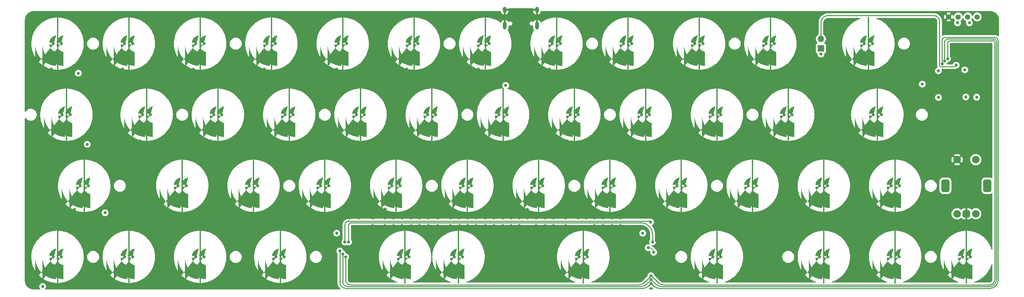
<source format=gbr>
%TF.GenerationSoftware,KiCad,Pcbnew,(7.0.0)*%
%TF.CreationDate,2024-01-20T18:02:08+01:00*%
%TF.ProjectId,oceanographer EC,6f636561-6e6f-4677-9261-706865722045,rev?*%
%TF.SameCoordinates,Original*%
%TF.FileFunction,Copper,L1,Top*%
%TF.FilePolarity,Positive*%
%FSLAX46Y46*%
G04 Gerber Fmt 4.6, Leading zero omitted, Abs format (unit mm)*
G04 Created by KiCad (PCBNEW (7.0.0)) date 2024-01-20 18:02:08*
%MOMM*%
%LPD*%
G01*
G04 APERTURE LIST*
G04 Aperture macros list*
%AMRoundRect*
0 Rectangle with rounded corners*
0 $1 Rounding radius*
0 $2 $3 $4 $5 $6 $7 $8 $9 X,Y pos of 4 corners*
0 Add a 4 corners polygon primitive as box body*
4,1,4,$2,$3,$4,$5,$6,$7,$8,$9,$2,$3,0*
0 Add four circle primitives for the rounded corners*
1,1,$1+$1,$2,$3*
1,1,$1+$1,$4,$5*
1,1,$1+$1,$6,$7*
1,1,$1+$1,$8,$9*
0 Add four rect primitives between the rounded corners*
20,1,$1+$1,$2,$3,$4,$5,0*
20,1,$1+$1,$4,$5,$6,$7,0*
20,1,$1+$1,$6,$7,$8,$9,0*
20,1,$1+$1,$8,$9,$2,$3,0*%
%AMFreePoly0*
4,1,17,0.124698,7.156366,0.180194,7.086777,0.200000,7.000000,0.200000,-7.000000,0.180194,-7.086777,0.124698,-7.156366,0.044504,-7.194986,-0.044504,-7.194986,-0.124698,-7.156366,-0.180194,-7.086777,-0.200000,-7.000000,-0.200000,7.000000,-0.180194,7.086777,-0.124698,7.156366,-0.044504,7.194986,0.044504,7.194986,0.124698,7.156366,0.124698,7.156366,$1*%
%AMFreePoly1*
4,1,70,0.600000,2.214159,0.320477,2.144936,0.052085,2.040578,-0.200780,1.902795,-0.433976,1.733843,-0.643683,1.536492,-0.826466,1.313972,-0.979332,1.069928,-1.099775,0.808360,-1.185824,0.533550,-1.236068,0.250000,0.000000,0.250000,0.095671,0.230970,0.176777,0.176777,0.230970,0.095671,0.250000,0.000000,0.230970,-0.095671,0.176777,-0.176777,0.095671,-0.230970,0.000000,-0.250000,
-1.236068,-0.250000,-1.185824,-0.533550,-1.099775,-0.808360,-0.979332,-1.069928,-0.826466,-1.313972,-0.643683,-1.536492,-0.433976,-1.733843,-0.200780,-1.902795,0.052085,-2.040578,0.320477,-2.144936,0.600000,-2.214159,0.600000,-5.986652,0.115133,-5.934392,-0.363889,-5.842928,-0.833900,-5.712864,-1.291796,-5.545058,-1.734552,-5.340620,-2.159242,-5.100901,-2.563061,-4.827483,-2.943342,-4.522174,
-3.297572,-4.186989,-3.623410,-3.824144,-3.918705,-3.436035,-4.181506,-3.025227,-4.410075,-2.594434,-4.602904,-2.146500,-4.758719,-1.684386,-4.876489,-1.211145,-4.955438,-0.729902,-4.995043,-0.243838,-4.995043,0.243838,-4.955438,0.729902,-4.876489,1.211145,-4.758719,1.684386,-4.602904,2.146500,-4.410075,2.594434,-4.181506,3.025227,-3.918705,3.436035,-3.623410,3.824144,-3.297572,4.186989,
-2.943342,4.522174,-2.563061,4.827483,-2.159242,5.100901,-1.734552,5.340620,-1.291796,5.545058,-0.833900,5.712864,-0.363889,5.842928,0.115133,5.934392,0.600000,5.986652,0.600000,2.214159,0.600000,2.214159,$1*%
G04 Aperture macros list end*
%TA.AperFunction,ComponentPad*%
%ADD10O,1.000000X1.600000*%
%TD*%
%TA.AperFunction,ComponentPad*%
%ADD11O,1.000000X2.100000*%
%TD*%
%TA.AperFunction,SMDPad,CuDef*%
%ADD12FreePoly0,0.000000*%
%TD*%
%TA.AperFunction,SMDPad,CuDef*%
%ADD13FreePoly1,180.000000*%
%TD*%
%TA.AperFunction,SMDPad,CuDef*%
%ADD14FreePoly1,0.000000*%
%TD*%
%TA.AperFunction,SMDPad,CuDef*%
%ADD15FreePoly0,180.000000*%
%TD*%
%TA.AperFunction,ComponentPad*%
%ADD16C,2.000000*%
%TD*%
%TA.AperFunction,ComponentPad*%
%ADD17RoundRect,0.550000X0.550000X-1.150000X0.550000X1.150000X-0.550000X1.150000X-0.550000X-1.150000X0*%
%TD*%
%TA.AperFunction,ComponentPad*%
%ADD18RoundRect,0.500000X0.500000X-0.500000X0.500000X0.500000X-0.500000X0.500000X-0.500000X-0.500000X0*%
%TD*%
%TA.AperFunction,ComponentPad*%
%ADD19C,1.397000*%
%TD*%
%TA.AperFunction,ComponentPad*%
%ADD20O,1.700000X1.700000*%
%TD*%
%TA.AperFunction,ComponentPad*%
%ADD21R,1.700000X1.700000*%
%TD*%
%TA.AperFunction,ViaPad*%
%ADD22C,0.800000*%
%TD*%
%TA.AperFunction,Conductor*%
%ADD23C,0.381000*%
%TD*%
%TA.AperFunction,Conductor*%
%ADD24C,0.250000*%
%TD*%
%TA.AperFunction,Conductor*%
%ADD25C,0.200000*%
%TD*%
G04 APERTURE END LIST*
D10*
%TO.P,USB1,13,SHIELD*%
%TO.N,GND*%
X146492499Y-42564999D03*
D11*
X146492499Y-46744999D03*
D10*
X155132499Y-42564999D03*
D11*
X155132499Y-46744999D03*
%TD*%
D12*
%TO.P,SW_EC24,3,SG*%
%TO.N,GND*%
X246062500Y-70643750D03*
D13*
%TO.P,SW_EC24,2,2*%
%TO.N,ROW1*%
X247062500Y-70643750D03*
D14*
%TO.P,SW_EC24,1,1*%
%TO.N,COL11*%
X245062500Y-70643750D03*
%TD*%
D12*
%TO.P,SW_EC28,3,SG*%
%TO.N,GND*%
X98425000Y-89693750D03*
D13*
%TO.P,SW_EC28,2,2*%
%TO.N,ROW2*%
X99425000Y-89693750D03*
D14*
%TO.P,SW_EC28,1,1*%
%TO.N,COL3*%
X97425000Y-89693750D03*
%TD*%
D12*
%TO.P,SW_EC47,3,SG*%
%TO.N,GND*%
X269875000Y-108743750D03*
D13*
%TO.P,SW_EC47,2,2*%
%TO.N,ROW3*%
X270875000Y-108743750D03*
D14*
%TO.P,SW_EC47,1,1*%
%TO.N,COL11*%
X268875000Y-108743750D03*
%TD*%
D15*
%TO.P,SW_EC37,3,SG*%
%TO.N,GND*%
X26987500Y-108743750D03*
D14*
%TO.P,SW_EC37,2,2*%
%TO.N,ROW3*%
X25987500Y-108743750D03*
D13*
%TO.P,SW_EC37,1,1*%
%TO.N,COL0*%
X27987500Y-108743750D03*
%TD*%
D12*
%TO.P,SW_EC26,3,SG*%
%TO.N,GND*%
X60325000Y-89693750D03*
D13*
%TO.P,SW_EC26,2,2*%
%TO.N,ROW2*%
X61325000Y-89693750D03*
D14*
%TO.P,SW_EC26,1,1*%
%TO.N,COL1*%
X59325000Y-89693750D03*
%TD*%
D12*
%TO.P,SW_EC4,3,SG*%
%TO.N,GND*%
X84137500Y-51593750D03*
D13*
%TO.P,SW_EC4,2,2*%
%TO.N,ROW0*%
X85137500Y-51593750D03*
D14*
%TO.P,SW_EC4,1,1*%
%TO.N,COL3*%
X83137500Y-51593750D03*
%TD*%
D12*
%TO.P,SW_EC6,3,SG*%
%TO.N,GND*%
X122237500Y-51593750D03*
D13*
%TO.P,SW_EC6,2,2*%
%TO.N,ROW0*%
X123237500Y-51593750D03*
D14*
%TO.P,SW_EC6,1,1*%
%TO.N,COL5*%
X121237500Y-51593750D03*
%TD*%
D12*
%TO.P,SW_EC12,3,SG*%
%TO.N,GND*%
X243681250Y-51593750D03*
D13*
%TO.P,SW_EC12,2,2*%
%TO.N,ROW0*%
X244681250Y-51593750D03*
D14*
%TO.P,SW_EC12,1,1*%
%TO.N,COL11*%
X242681250Y-51593750D03*
%TD*%
D12*
%TO.P,SW_EC19,3,SG*%
%TO.N,GND*%
X146050000Y-70643750D03*
D13*
%TO.P,SW_EC19,2,2*%
%TO.N,ROW1*%
X147050000Y-70643750D03*
D14*
%TO.P,SW_EC19,1,1*%
%TO.N,COL6*%
X145050000Y-70643750D03*
%TD*%
D12*
%TO.P,SW_EC11,3,SG*%
%TO.N,GND*%
X217487500Y-51593750D03*
D13*
%TO.P,SW_EC11,2,2*%
%TO.N,ROW0*%
X218487500Y-51593750D03*
D14*
%TO.P,SW_EC11,1,1*%
%TO.N,COL10*%
X216487500Y-51593750D03*
%TD*%
D12*
%TO.P,SW_EC18,3,SG*%
%TO.N,GND*%
X127000000Y-70643750D03*
D13*
%TO.P,SW_EC18,2,2*%
%TO.N,ROW1*%
X128000000Y-70643750D03*
D14*
%TO.P,SW_EC18,1,1*%
%TO.N,COL5*%
X126000000Y-70643750D03*
%TD*%
D12*
%TO.P,SW_EC46,3,SG*%
%TO.N,GND*%
X250825000Y-108743750D03*
D13*
%TO.P,SW_EC46,2,2*%
%TO.N,ROW3*%
X251825000Y-108743750D03*
D14*
%TO.P,SW_EC46,1,1*%
%TO.N,COL10*%
X249825000Y-108743750D03*
%TD*%
D15*
%TO.P,SW_EC38,3,SG*%
%TO.N,GND*%
X46037500Y-108743750D03*
D14*
%TO.P,SW_EC38,2,2*%
%TO.N,ROW3*%
X45037500Y-108743750D03*
D13*
%TO.P,SW_EC38,1,1*%
%TO.N,COL1*%
X47037500Y-108743750D03*
%TD*%
D12*
%TO.P,SW_EC27,3,SG*%
%TO.N,GND*%
X79375000Y-89693750D03*
D13*
%TO.P,SW_EC27,2,2*%
%TO.N,ROW2*%
X80375000Y-89693750D03*
D14*
%TO.P,SW_EC27,1,1*%
%TO.N,COL2*%
X78375000Y-89693750D03*
%TD*%
D12*
%TO.P,SW_EC29,3,SG*%
%TO.N,GND*%
X117475000Y-89693750D03*
D13*
%TO.P,SW_EC29,2,2*%
%TO.N,ROW2*%
X118475000Y-89693750D03*
D14*
%TO.P,SW_EC29,1,1*%
%TO.N,COL4*%
X116475000Y-89693750D03*
%TD*%
D12*
%TO.P,SW_EC16,3,SG*%
%TO.N,GND*%
X88900000Y-70643750D03*
D13*
%TO.P,SW_EC16,2,2*%
%TO.N,ROW1*%
X89900000Y-70643750D03*
D14*
%TO.P,SW_EC16,1,1*%
%TO.N,COL3*%
X87900000Y-70643750D03*
%TD*%
D12*
%TO.P,SW_EC17,3,SG*%
%TO.N,GND*%
X107950000Y-70643750D03*
D13*
%TO.P,SW_EC17,2,2*%
%TO.N,ROW1*%
X108950000Y-70643750D03*
D14*
%TO.P,SW_EC17,1,1*%
%TO.N,COL4*%
X106950000Y-70643750D03*
%TD*%
D12*
%TO.P,SW_EC8,3,SG*%
%TO.N,GND*%
X160337500Y-51593750D03*
D13*
%TO.P,SW_EC8,2,2*%
%TO.N,ROW0*%
X161337500Y-51593750D03*
D14*
%TO.P,SW_EC8,1,1*%
%TO.N,COL7*%
X159337500Y-51593750D03*
%TD*%
D12*
%TO.P,SW_EC10,3,SG*%
%TO.N,GND*%
X198437500Y-51593750D03*
D13*
%TO.P,SW_EC10,2,2*%
%TO.N,ROW0*%
X199437500Y-51593750D03*
D14*
%TO.P,SW_EC10,1,1*%
%TO.N,COL9*%
X197437500Y-51593750D03*
%TD*%
D12*
%TO.P,SW_EC25,3,SG*%
%TO.N,GND*%
X34131250Y-89693750D03*
D13*
%TO.P,SW_EC25,2,2*%
%TO.N,ROW2*%
X35131250Y-89693750D03*
D14*
%TO.P,SW_EC25,1,1*%
%TO.N,COL0*%
X33131250Y-89693750D03*
%TD*%
D12*
%TO.P,SW_EC7,3,SG*%
%TO.N,GND*%
X141287500Y-51593750D03*
D13*
%TO.P,SW_EC7,2,2*%
%TO.N,ROW0*%
X142287500Y-51593750D03*
D14*
%TO.P,SW_EC7,1,1*%
%TO.N,COL6*%
X140287500Y-51593750D03*
%TD*%
D12*
%TO.P,SW_EC33,3,SG*%
%TO.N,GND*%
X193675000Y-89693750D03*
D13*
%TO.P,SW_EC33,2,2*%
%TO.N,ROW2*%
X194675000Y-89693750D03*
D14*
%TO.P,SW_EC33,1,1*%
%TO.N,COL8*%
X192675000Y-89693750D03*
%TD*%
D12*
%TO.P,SW_EC34,3,SG*%
%TO.N,GND*%
X212725000Y-89693750D03*
D13*
%TO.P,SW_EC34,2,2*%
%TO.N,ROW2*%
X213725000Y-89693750D03*
D14*
%TO.P,SW_EC34,1,1*%
%TO.N,COL9*%
X211725000Y-89693750D03*
%TD*%
D12*
%TO.P,SW_EC2,3,SG*%
%TO.N,GND*%
X46037500Y-51593750D03*
D13*
%TO.P,SW_EC2,2,2*%
%TO.N,ROW0*%
X47037500Y-51593750D03*
D14*
%TO.P,SW_EC2,1,1*%
%TO.N,COL1*%
X45037500Y-51593750D03*
%TD*%
D15*
%TO.P,SW_EC40,3,SG*%
%TO.N,GND*%
X86518750Y-108743750D03*
D14*
%TO.P,SW_EC40,2,2*%
%TO.N,ROW3*%
X85518750Y-108743750D03*
D13*
%TO.P,SW_EC40,1,1*%
%TO.N,COL3*%
X87518750Y-108743750D03*
%TD*%
D12*
%TO.P,SW_EC21,3,SG*%
%TO.N,GND*%
X184150000Y-70643750D03*
D13*
%TO.P,SW_EC21,2,2*%
%TO.N,ROW1*%
X185150000Y-70643750D03*
D14*
%TO.P,SW_EC21,1,1*%
%TO.N,COL8*%
X183150000Y-70643750D03*
%TD*%
D12*
%TO.P,SW_EC45,3,SG*%
%TO.N,GND*%
X231775000Y-108743750D03*
D13*
%TO.P,SW_EC45,2,2*%
%TO.N,ROW3*%
X232775000Y-108743750D03*
D14*
%TO.P,SW_EC45,1,1*%
%TO.N,COL9*%
X230775000Y-108743750D03*
%TD*%
D12*
%TO.P,SW_EC41,3,SG*%
%TO.N,GND*%
X119856250Y-108743750D03*
D13*
%TO.P,SW_EC41,2,2*%
%TO.N,ROW3*%
X120856250Y-108743750D03*
D14*
%TO.P,SW_EC41,1,1*%
%TO.N,COL4*%
X118856250Y-108743750D03*
%TD*%
D12*
%TO.P,SW_EC44,3,SG*%
%TO.N,GND*%
X203200000Y-108743750D03*
D13*
%TO.P,SW_EC44,2,2*%
%TO.N,ROW3*%
X204200000Y-108743750D03*
D14*
%TO.P,SW_EC44,1,1*%
%TO.N,COL8*%
X202200000Y-108743750D03*
%TD*%
D12*
%TO.P,SW_EC15,3,SG*%
%TO.N,GND*%
X69850000Y-70643750D03*
D13*
%TO.P,SW_EC15,2,2*%
%TO.N,ROW1*%
X70850000Y-70643750D03*
D14*
%TO.P,SW_EC15,1,1*%
%TO.N,COL2*%
X68850000Y-70643750D03*
%TD*%
D12*
%TO.P,SW_EC20,3,SG*%
%TO.N,GND*%
X165100000Y-70643750D03*
D13*
%TO.P,SW_EC20,2,2*%
%TO.N,ROW1*%
X166100000Y-70643750D03*
D14*
%TO.P,SW_EC20,1,1*%
%TO.N,COL7*%
X164100000Y-70643750D03*
%TD*%
D16*
%TO.P,SW2,S2,S2*%
%TO.N,GND*%
X267375000Y-82693750D03*
%TO.P,SW2,S1,S1*%
%TO.N,KNOB_SW*%
X272375000Y-82693750D03*
D17*
%TO.P,SW2,MP*%
%TO.N,N/C*%
X275475000Y-89693750D03*
X264275000Y-89693750D03*
D18*
%TO.P,SW2,C,C*%
%TO.N,GND*%
X269875000Y-97193750D03*
D16*
%TO.P,SW2,B,B*%
%TO.N,EncB*%
X272375000Y-97193750D03*
%TO.P,SW2,A,A*%
%TO.N,EncA*%
X267375000Y-97193750D03*
%TD*%
D12*
%TO.P,SW_EC30,3,SG*%
%TO.N,GND*%
X136525000Y-89693750D03*
D13*
%TO.P,SW_EC30,2,2*%
%TO.N,ROW2*%
X137525000Y-89693750D03*
D14*
%TO.P,SW_EC30,1,1*%
%TO.N,COL5*%
X135525000Y-89693750D03*
%TD*%
D12*
%TO.P,SW_EC3,3,SG*%
%TO.N,GND*%
X65087500Y-51593750D03*
D13*
%TO.P,SW_EC3,2,2*%
%TO.N,ROW0*%
X66087500Y-51593750D03*
D14*
%TO.P,SW_EC3,1,1*%
%TO.N,COL2*%
X64087500Y-51593750D03*
%TD*%
D12*
%TO.P,SW_EC5,3,SG*%
%TO.N,GND*%
X103187500Y-51593750D03*
D13*
%TO.P,SW_EC5,2,2*%
%TO.N,ROW0*%
X104187500Y-51593750D03*
D14*
%TO.P,SW_EC5,1,1*%
%TO.N,COL4*%
X102187500Y-51593750D03*
%TD*%
D12*
%TO.P,SW_EC43,3,SG*%
%TO.N,GND*%
X167481250Y-108743750D03*
D13*
%TO.P,SW_EC43,2,2*%
%TO.N,ROW3*%
X168481250Y-108743750D03*
D14*
%TO.P,SW_EC43,1,1*%
%TO.N,COL7*%
X166481250Y-108743750D03*
%TD*%
D12*
%TO.P,SW_EC31,3,SG*%
%TO.N,GND*%
X155575000Y-89693750D03*
D13*
%TO.P,SW_EC31,2,2*%
%TO.N,ROW2*%
X156575000Y-89693750D03*
D14*
%TO.P,SW_EC31,1,1*%
%TO.N,COL6*%
X154575000Y-89693750D03*
%TD*%
D12*
%TO.P,SW_EC32,3,SG*%
%TO.N,GND*%
X174625000Y-89693750D03*
D13*
%TO.P,SW_EC32,2,2*%
%TO.N,ROW2*%
X175625000Y-89693750D03*
D14*
%TO.P,SW_EC32,1,1*%
%TO.N,COL7*%
X173625000Y-89693750D03*
%TD*%
D15*
%TO.P,SW_EC36,3,SG*%
%TO.N,GND*%
X231775000Y-89693750D03*
D14*
%TO.P,SW_EC36,2,2*%
%TO.N,ROW2*%
X230775000Y-89693750D03*
D13*
%TO.P,SW_EC36,1,1*%
%TO.N,COL10*%
X232775000Y-89693750D03*
%TD*%
D15*
%TO.P,SW_EC39,3,SG*%
%TO.N,GND*%
X65087500Y-108743750D03*
D14*
%TO.P,SW_EC39,2,2*%
%TO.N,ROW3*%
X64087500Y-108743750D03*
D13*
%TO.P,SW_EC39,1,1*%
%TO.N,COL2*%
X66087500Y-108743750D03*
%TD*%
D12*
%TO.P,SW_EC22,3,SG*%
%TO.N,GND*%
X203200000Y-70643750D03*
D13*
%TO.P,SW_EC22,2,2*%
%TO.N,ROW1*%
X204200000Y-70643750D03*
D14*
%TO.P,SW_EC22,1,1*%
%TO.N,COL9*%
X202200000Y-70643750D03*
%TD*%
D12*
%TO.P,SW_EC13,3,SG*%
%TO.N,GND*%
X29368750Y-70643750D03*
D13*
%TO.P,SW_EC13,2,2*%
%TO.N,ROW1*%
X30368750Y-70643750D03*
D14*
%TO.P,SW_EC13,1,1*%
%TO.N,COL0*%
X28368750Y-70643750D03*
%TD*%
D12*
%TO.P,SW_EC14,3,SG*%
%TO.N,GND*%
X50800000Y-70643750D03*
D13*
%TO.P,SW_EC14,2,2*%
%TO.N,ROW1*%
X51800000Y-70643750D03*
D14*
%TO.P,SW_EC14,1,1*%
%TO.N,COL1*%
X49800000Y-70643750D03*
%TD*%
D12*
%TO.P,SW_EC9,3,SG*%
%TO.N,GND*%
X179387500Y-51593750D03*
D13*
%TO.P,SW_EC9,2,2*%
%TO.N,ROW0*%
X180387500Y-51593750D03*
D14*
%TO.P,SW_EC9,1,1*%
%TO.N,COL8*%
X178387500Y-51593750D03*
%TD*%
D12*
%TO.P,SW_EC42,3,SG*%
%TO.N,GND*%
X134143750Y-108743750D03*
D13*
%TO.P,SW_EC42,2,2*%
%TO.N,ROW3*%
X135143750Y-108743750D03*
D14*
%TO.P,SW_EC42,1,1*%
%TO.N,COL5*%
X133143750Y-108743750D03*
%TD*%
D12*
%TO.P,SW_EC23,3,SG*%
%TO.N,GND*%
X222250000Y-70643750D03*
D13*
%TO.P,SW_EC23,2,2*%
%TO.N,ROW1*%
X223250000Y-70643750D03*
D14*
%TO.P,SW_EC23,1,1*%
%TO.N,COL10*%
X221250000Y-70643750D03*
%TD*%
D12*
%TO.P,SW_EC1,3,SG*%
%TO.N,GND*%
X26987500Y-51593750D03*
D13*
%TO.P,SW_EC1,2,2*%
%TO.N,ROW0*%
X27987500Y-51593750D03*
D14*
%TO.P,SW_EC1,1,1*%
%TO.N,COL0*%
X25987500Y-51593750D03*
%TD*%
D15*
%TO.P,SW_EC35,3,SG*%
%TO.N,GND*%
X250825000Y-89693750D03*
D14*
%TO.P,SW_EC35,2,2*%
%TO.N,ROW2*%
X249825000Y-89693750D03*
D13*
%TO.P,SW_EC35,1,1*%
%TO.N,COL11*%
X251825000Y-89693750D03*
%TD*%
D19*
%TO.P,OL1,4,GND*%
%TO.N,GND*%
X265122500Y-44450000D03*
%TO.P,OL1,3,VCC*%
%TO.N,VBAT*%
X267662500Y-44450000D03*
%TO.P,OL1,2,SCL*%
%TO.N,SCL*%
X270202500Y-44450000D03*
%TO.P,OL1,1,SDA*%
%TO.N,SDA*%
X272742500Y-44450000D03*
%TD*%
D20*
%TO.P,SW1,2,B*%
%TO.N,BOOT0*%
X230981249Y-50328749D03*
D21*
%TO.P,SW1,1,A*%
%TO.N,VBAT*%
X230981249Y-52868749D03*
%TD*%
D22*
%TO.N,GND*%
X148809682Y-50505781D03*
X77049890Y-82300000D03*
X123711240Y-100338422D03*
X112352563Y-79435133D03*
X116729831Y-98295126D03*
X163183721Y-77643155D03*
X213518750Y-79435133D03*
X228256493Y-79435133D03*
X150345330Y-100338422D03*
X27682372Y-82300000D03*
X136615208Y-98295126D03*
X99218750Y-108826788D03*
X228277664Y-82300000D03*
X222134633Y-82300000D03*
X202039296Y-60385133D03*
X173868387Y-60409453D03*
X49072189Y-79435133D03*
X148214869Y-100338422D03*
X95844935Y-98295126D03*
X73790535Y-98295126D03*
X169797033Y-79435133D03*
X176625489Y-62681880D03*
X152587081Y-96062450D03*
X206098370Y-82300000D03*
X95591742Y-82300000D03*
X67924184Y-79435133D03*
X41567294Y-60409453D03*
X90530236Y-101375519D03*
X237834027Y-100188422D03*
X216407336Y-82300000D03*
X233627006Y-60409453D03*
X229050877Y-62681880D03*
X114506988Y-98295126D03*
X197631287Y-79435133D03*
X46286017Y-79435133D03*
X139472608Y-60409453D03*
X224266497Y-100188422D03*
X221780243Y-97827580D03*
X36271756Y-82300000D03*
X71262416Y-98295126D03*
X222250000Y-62706250D03*
X59287932Y-98295126D03*
X240308122Y-95916915D03*
X170444526Y-100338422D03*
X98723907Y-58490937D03*
X22535134Y-60409453D03*
X174474264Y-79435133D03*
X172744337Y-98295126D03*
X54909102Y-95915457D03*
X162724831Y-95862006D03*
X245037325Y-79435133D03*
X138112500Y-79435133D03*
X237834027Y-97826060D03*
X110060256Y-79435133D03*
X114489728Y-100338422D03*
X213192702Y-62681880D03*
X248072573Y-100188422D03*
X272256250Y-57662500D03*
X208864415Y-60385133D03*
X227001170Y-97827580D03*
X145992027Y-100338422D03*
X229760159Y-100188422D03*
X155192055Y-79435133D03*
X167540574Y-82300000D03*
X200786687Y-82300000D03*
X186025587Y-79435133D03*
X245096320Y-82300000D03*
X74569558Y-79435133D03*
X39687500Y-70643750D03*
X147952911Y-56918545D03*
X105037316Y-98295126D03*
X195731714Y-58490937D03*
X235264874Y-82300000D03*
X166098963Y-98295126D03*
X37388733Y-101442631D03*
X119022138Y-98295126D03*
X64034628Y-98295126D03*
X121700057Y-82300000D03*
X155261783Y-82300000D03*
X152192201Y-60409453D03*
X98540424Y-102278326D03*
X159543750Y-98295126D03*
X210862596Y-79435133D03*
X136609169Y-100338422D03*
X179124943Y-77602867D03*
X161863676Y-102396389D03*
X223629110Y-103804637D03*
X183802744Y-79435133D03*
X114806952Y-79435133D03*
X146050000Y-82300000D03*
X31856122Y-79433788D03*
X58280512Y-82300000D03*
X247121743Y-79435133D03*
X192957132Y-58490937D03*
X212150515Y-100188422D03*
X134392365Y-98295126D03*
X143584746Y-98295126D03*
X93109937Y-79435133D03*
X82255863Y-58490937D03*
X177421568Y-98295126D03*
X162806905Y-62681880D03*
X70054408Y-79435133D03*
X224535727Y-62681880D03*
X138901476Y-100338422D03*
X197502529Y-100188422D03*
X104693961Y-107237289D03*
X181691261Y-82300000D03*
X169832881Y-82300000D03*
X258626546Y-101707353D03*
X239842373Y-79435133D03*
X223952866Y-82300000D03*
X186012349Y-60397151D03*
X134386326Y-100338422D03*
X221811883Y-100188422D03*
X111156545Y-95963572D03*
X230710882Y-79435133D03*
X27642283Y-79435133D03*
X204079019Y-97831250D03*
X95564326Y-79435133D03*
X179255423Y-62681880D03*
X72277251Y-79435133D03*
X173898454Y-58490937D03*
X216535343Y-100188422D03*
X57065089Y-98295126D03*
X98067778Y-98295126D03*
X105709060Y-77723332D03*
X192606104Y-100188422D03*
X81686052Y-82300000D03*
X249295307Y-79435133D03*
X105709060Y-82300000D03*
X43830461Y-98295126D03*
X177006250Y-108743750D03*
X265906250Y-62425000D03*
X270762500Y-70268750D03*
X158362474Y-60409453D03*
X54934865Y-98295126D03*
X173850907Y-62681880D03*
X112712500Y-51593750D03*
X120380315Y-60409453D03*
X242772098Y-60422405D03*
X250809663Y-97826060D03*
X237834027Y-95916915D03*
X83736611Y-82300000D03*
X168229187Y-98295126D03*
X63313903Y-60409453D03*
X111148995Y-100338422D03*
X225965910Y-82300000D03*
X107843979Y-82300000D03*
X188303385Y-62681880D03*
X70080351Y-82300000D03*
X49052144Y-77643155D03*
X181410073Y-60397151D03*
X142875000Y-82300000D03*
X167421033Y-60397151D03*
X126112689Y-98295126D03*
X274637500Y-73537500D03*
X121488398Y-100338422D03*
X226981632Y-60409453D03*
X25309716Y-60409453D03*
X171936183Y-60397151D03*
X158385083Y-62681880D03*
X85914957Y-98295126D03*
X135731250Y-79435133D03*
X108939380Y-105061699D03*
X143668750Y-108743750D03*
X152801924Y-50482469D03*
X235301487Y-97826060D03*
X62916674Y-82300000D03*
X117475000Y-70643750D03*
X199563869Y-97831250D03*
X83716567Y-79435133D03*
X100200488Y-79435133D03*
X256322806Y-97826060D03*
X136728093Y-58490937D03*
X237869983Y-58490937D03*
X157956250Y-79435133D03*
X98022391Y-82300000D03*
X201786712Y-97831250D03*
X179110426Y-79435133D03*
X189261869Y-95986181D03*
X160337500Y-79435133D03*
X119431325Y-82300000D03*
X216265166Y-79435133D03*
X33979449Y-82300000D03*
X167504726Y-79435133D03*
X219933451Y-62681880D03*
X128587500Y-79435133D03*
X114480303Y-102437685D03*
X253429867Y-100188422D03*
X139502675Y-58490937D03*
X233635883Y-62673816D03*
X111177086Y-98295126D03*
X55836209Y-79435133D03*
X232437770Y-97826060D03*
X188317894Y-79435133D03*
X141355865Y-100338422D03*
X128607586Y-82300000D03*
X208756250Y-97831250D03*
X199632753Y-100188422D03*
X152192201Y-58490937D03*
X179129167Y-82300000D03*
X88622203Y-82300000D03*
X83716567Y-101367493D03*
X126115338Y-100361639D03*
X31888966Y-82300000D03*
X267493750Y-84931250D03*
X195453579Y-82300000D03*
X219049025Y-79435133D03*
X93714711Y-98295126D03*
X189258185Y-100188422D03*
X101438355Y-60409453D03*
X197643750Y-77602867D03*
X90845046Y-82300000D03*
X233005070Y-82300000D03*
X176887584Y-79435133D03*
X242780975Y-62686768D03*
X24867701Y-79435133D03*
X210770813Y-82300000D03*
X223741343Y-79435133D03*
X231438279Y-62681880D03*
X163171097Y-82300000D03*
X74595501Y-82300000D03*
X208735952Y-96019226D03*
X100227904Y-82300000D03*
X146050000Y-89693750D03*
X125981769Y-82300000D03*
X157938638Y-82300000D03*
X157320908Y-98295126D03*
X155594066Y-62706250D03*
X136698026Y-60409453D03*
X142875000Y-79435133D03*
X130968750Y-79435133D03*
X119443114Y-79435133D03*
X65149602Y-79435133D03*
X133350000Y-79435133D03*
X267779472Y-55489048D03*
X211136532Y-60409453D03*
X146092292Y-79435133D03*
X203182470Y-82300000D03*
X64047319Y-101062834D03*
X44341876Y-60409453D03*
X167409181Y-62681880D03*
X265112500Y-46037500D03*
X174534088Y-82300000D03*
X240623375Y-62673816D03*
X160595914Y-60397151D03*
X78969871Y-101367493D03*
X79481281Y-58490937D03*
X197716317Y-62681880D03*
X105707189Y-79435133D03*
X190527499Y-60397151D03*
X100360085Y-98295126D03*
X141361904Y-98295126D03*
X177414064Y-100338422D03*
X117605733Y-60409453D03*
X197599224Y-82300000D03*
X190595692Y-62681880D03*
X90519645Y-95955546D03*
X199816453Y-60385133D03*
X155575000Y-70643750D03*
X188316546Y-82300000D03*
X51310973Y-82300000D03*
X44341876Y-58490937D03*
X72303194Y-82300000D03*
X79481281Y-60409453D03*
X183882125Y-60397151D03*
X76200000Y-98295126D03*
X186920091Y-104361624D03*
X81237726Y-98295126D03*
X74561737Y-101800444D03*
X235593289Y-62668807D03*
X192908850Y-62681880D03*
X46277562Y-77643155D03*
X142895044Y-77591048D03*
X195683432Y-62681880D03*
X55562500Y-51593750D03*
X186080542Y-62681880D03*
X160584062Y-62681880D03*
X172287270Y-82300000D03*
X242064321Y-82300000D03*
X107450636Y-98295126D03*
X148204904Y-82300000D03*
X247369631Y-60441886D03*
X240308122Y-101995009D03*
X176923432Y-82300000D03*
X263543563Y-97206211D03*
X25339783Y-58490937D03*
X260863876Y-58790882D03*
X162818757Y-60397151D03*
X131984333Y-98295126D03*
X175198726Y-98295126D03*
X222286737Y-60409453D03*
X200818750Y-77602867D03*
X211126022Y-62681880D03*
X227110734Y-100188422D03*
X194832396Y-100188422D03*
X93662500Y-51593750D03*
X114795163Y-82300000D03*
X219050545Y-82300000D03*
X200818750Y-79435133D03*
X119034009Y-100338422D03*
X261031450Y-103208307D03*
X155587892Y-60409453D03*
X28758921Y-96043750D03*
X245064405Y-60422405D03*
X58290598Y-79435133D03*
X229111856Y-60409453D03*
X117545600Y-58490937D03*
X249661938Y-60441886D03*
X217710608Y-62681880D03*
X219143805Y-97827580D03*
X209056586Y-62681880D03*
X46053304Y-98295126D03*
X125753594Y-103540415D03*
X193675000Y-70643750D03*
X38717239Y-79435133D03*
X219144941Y-100188422D03*
X50800000Y-98295126D03*
X197433645Y-97831250D03*
X111139570Y-102437685D03*
X172251422Y-79435133D03*
X86318223Y-77679494D03*
X251577023Y-82300000D03*
X201855596Y-100188422D03*
X65151197Y-77669471D03*
X224247845Y-97801605D03*
X81262178Y-101367493D03*
X162729423Y-100338422D03*
X214265380Y-97831250D03*
X49052144Y-82300000D03*
X253473180Y-82300000D03*
X52645727Y-98295126D03*
X68683481Y-101062834D03*
X171924331Y-62681880D03*
X138907515Y-98295126D03*
X41700237Y-98295126D03*
X88328277Y-98295126D03*
X125947668Y-79435133D03*
X138184344Y-82300000D03*
X206533408Y-97831250D03*
X249291244Y-82300000D03*
X107950000Y-89693750D03*
X93137353Y-82300000D03*
X86464563Y-79435133D03*
X68670790Y-98295126D03*
X121476527Y-98295126D03*
X121665956Y-79435133D03*
X195408445Y-79435133D03*
X206115900Y-79435133D03*
X159547783Y-100338422D03*
X242076203Y-77569754D03*
X276296772Y-97202639D03*
X56356250Y-102393750D03*
X206764279Y-62681880D03*
X166104909Y-95862006D03*
X250721998Y-100188422D03*
X150355470Y-95968909D03*
X148220908Y-98295126D03*
X225964186Y-79435133D03*
X248160238Y-97826060D03*
X165281883Y-79435133D03*
X183950318Y-62681880D03*
X239901369Y-82300000D03*
X155617959Y-58490937D03*
X189706250Y-113506250D03*
X204147903Y-100188422D03*
X33970543Y-79435133D03*
X172736833Y-100338422D03*
X231334699Y-60409453D03*
X24907790Y-82300000D03*
X213550112Y-82300000D03*
X101498489Y-58490937D03*
X62926760Y-79435133D03*
X77023947Y-79435133D03*
X29596659Y-82300000D03*
X148222516Y-79435133D03*
X204511348Y-60385133D03*
X128579432Y-100338422D03*
X208858171Y-100188422D03*
X240644565Y-58490937D03*
X60500329Y-82300000D03*
X235347044Y-79435133D03*
X190772283Y-79435133D03*
X117264162Y-82300000D03*
X215489599Y-60409453D03*
X114536623Y-95963572D03*
X133370086Y-82300000D03*
X229749383Y-97826060D03*
X170452030Y-98295126D03*
X152574212Y-98295126D03*
X52619964Y-95915457D03*
X212725000Y-108743750D03*
X110066822Y-82300000D03*
X61580239Y-98295126D03*
X199939160Y-62681880D03*
X157324941Y-100338422D03*
X217781906Y-60409453D03*
X214312500Y-100188422D03*
X188235192Y-60397151D03*
X63253770Y-58490937D03*
X55826123Y-82300000D03*
X169632024Y-62681880D03*
X82255863Y-60409453D03*
X247161314Y-82300000D03*
X256235141Y-100188422D03*
X46277562Y-82300000D03*
X150351369Y-98295126D03*
X232933724Y-79435133D03*
X258652521Y-100188422D03*
X38726145Y-82300000D03*
X79246789Y-79435133D03*
X256209166Y-101702172D03*
X213266756Y-60409453D03*
X150427747Y-82300000D03*
X31520140Y-97831250D03*
X102425201Y-82300000D03*
X24859503Y-77563260D03*
X85939409Y-101367493D03*
X232468028Y-100188422D03*
X71261092Y-101052119D03*
X48345611Y-98295126D03*
X249670815Y-62706249D03*
X195701647Y-60409453D03*
X251395200Y-79382599D03*
X215593470Y-62681880D03*
X88594787Y-79435133D03*
X165278957Y-62681880D03*
X90551119Y-98295126D03*
X169643876Y-60397151D03*
X140493750Y-79435133D03*
X240308122Y-100188422D03*
X107837413Y-79435133D03*
X253517532Y-97826060D03*
X130988836Y-82300000D03*
X43353401Y-79435133D03*
X160269340Y-82300000D03*
X22565201Y-58490937D03*
X193096370Y-82300000D03*
X165317731Y-82300000D03*
X66270161Y-101062834D03*
X220156513Y-60409453D03*
X145998066Y-98295126D03*
X53533816Y-82300000D03*
X193019315Y-60385133D03*
X176642969Y-60409453D03*
X269081250Y-71156250D03*
X262603028Y-68745312D03*
X59300623Y-101062834D03*
X60513440Y-79435133D03*
X61592930Y-101062834D03*
X131986980Y-100338422D03*
X53543902Y-79435133D03*
X83692115Y-98295126D03*
X83736611Y-77691270D03*
X40948987Y-82300000D03*
X117029794Y-79435133D03*
X69850000Y-89693750D03*
X29563815Y-79433788D03*
X163151659Y-79435133D03*
X213262153Y-58583541D03*
X181478266Y-62681880D03*
X237537665Y-82300000D03*
X242063215Y-79435133D03*
X189253211Y-97830389D03*
X152489007Y-102930903D03*
X36262850Y-79435133D03*
X219063542Y-77637974D03*
X93726750Y-95955546D03*
X78945419Y-98295126D03*
X90817630Y-79435133D03*
X112364880Y-82300000D03*
X41567294Y-58490937D03*
X242773722Y-100188422D03*
X128590147Y-98295126D03*
X86318223Y-82300000D03*
X165290809Y-60397151D03*
X131970970Y-95936846D03*
X224509580Y-60409453D03*
X245228336Y-100188422D03*
X235584412Y-60404444D03*
X65191285Y-82300000D03*
X157956250Y-108743750D03*
X183801396Y-82300000D03*
X206641572Y-60385133D03*
X123699369Y-98295126D03*
X186024239Y-82300000D03*
X194828947Y-97831250D03*
X154870552Y-100338422D03*
X237885596Y-62668807D03*
X258740186Y-97826060D03*
X235273302Y-100188422D03*
X202411212Y-62681880D03*
X154866519Y-98295126D03*
X110331250Y-108743750D03*
X60539321Y-60409453D03*
X247378508Y-62706249D03*
X81660109Y-79435133D03*
X175191222Y-100338422D03*
X206602292Y-100188422D03*
X60479188Y-58490937D03*
X120320182Y-58490937D03*
X192606104Y-97831250D03*
X245531474Y-101940438D03*
X135937528Y-82300000D03*
X150445359Y-79435133D03*
X121672222Y-77370559D03*
X240614498Y-60409453D03*
X215479149Y-58651957D03*
X51321059Y-79435133D03*
X237876719Y-60404444D03*
X67925779Y-77651181D03*
X204541436Y-62681880D03*
X40940081Y-79435133D03*
X116741702Y-100338422D03*
X269875000Y-95250000D03*
X245073282Y-62686768D03*
X76983651Y-102533882D03*
X71240489Y-96011687D03*
X152737666Y-79435133D03*
X176673036Y-58490937D03*
X240308122Y-97826060D03*
X28745558Y-97849540D03*
X102425201Y-77723332D03*
X179187230Y-60397151D03*
X216507367Y-97801605D03*
X208408207Y-79435133D03*
X73818750Y-96011687D03*
X162724086Y-98295126D03*
X222003239Y-79435133D03*
X192995125Y-79435133D03*
X242861387Y-97826060D03*
X188912500Y-51593750D03*
X245539042Y-96054045D03*
X128590892Y-95936846D03*
X212135156Y-97831250D03*
X242832510Y-103732969D03*
X98663773Y-60409453D03*
X190778123Y-82300000D03*
X31533503Y-96025460D03*
X160369562Y-77643155D03*
X181672520Y-79435133D03*
X143578707Y-100338422D03*
X152720054Y-82300000D03*
X181670469Y-77628842D03*
X102423330Y-79435133D03*
X245316001Y-97826060D03*
X190586707Y-107282897D03*
X79375000Y-70643750D03*
X97787168Y-79435133D03*
X158392541Y-58490937D03*
X102814474Y-98295126D03*
X197686229Y-60385133D03*
X180278997Y-102296003D03*
X234156250Y-51593750D03*
X43362307Y-82300000D03*
X140513836Y-82300000D03*
X226758570Y-62681880D03*
X237834027Y-101995009D03*
X208390677Y-82300000D03*
X203200000Y-79435133D03*
X52689663Y-100596932D03*
X237569886Y-79435133D03*
X230758253Y-82300000D03*
X66257470Y-98295126D03*
X152192201Y-62706250D03*
X67965867Y-82300000D03*
X88352729Y-101367493D03*
%TO.N,VBAT*%
X269432273Y-58640356D03*
X146747686Y-62795006D03*
X258069839Y-62448165D03*
X183356250Y-102393750D03*
X272610512Y-65952844D03*
X262400101Y-66027718D03*
X270668750Y-46037500D03*
X230981250Y-54415051D03*
X267493750Y-46037500D03*
X101600000Y-102393750D03*
X269717848Y-65899500D03*
X262379059Y-58883908D03*
%TO.N,ROW3*%
X44918741Y-108730670D03*
X168547654Y-108741876D03*
X25868741Y-108730670D03*
X120922654Y-108741876D03*
X135210154Y-108741876D03*
X251891404Y-108741876D03*
X232841404Y-108741876D03*
X23018750Y-116681250D03*
X270941404Y-108741876D03*
X63968741Y-108730670D03*
X204266404Y-108741876D03*
X85399991Y-108730670D03*
%TO.N,ROW0*%
X123303904Y-51591876D03*
X85203904Y-51591876D03*
X47103904Y-51591876D03*
X180453904Y-51591876D03*
X199503904Y-51591876D03*
X142353904Y-51591876D03*
X66153904Y-51591876D03*
X218553904Y-51591876D03*
X28053904Y-51591876D03*
X32543750Y-59531250D03*
X161403904Y-51591876D03*
X104253904Y-51591876D03*
X244747654Y-51591876D03*
%TO.N,COL10*%
X216368741Y-51580670D03*
X221131241Y-70630670D03*
X232794418Y-89684213D03*
X249706241Y-108730670D03*
%TO.N,COL11*%
X268825324Y-108728313D03*
X244943741Y-70630670D03*
X251943759Y-89706830D03*
X242562491Y-51580670D03*
%TO.N,BOOT0*%
X267130747Y-57366501D03*
%TO.N,COL0*%
X28249991Y-70630670D03*
X25868741Y-51580670D03*
X28053904Y-108741876D03*
X33012491Y-89680670D03*
%TO.N,COL3*%
X83018741Y-51580670D03*
X87781241Y-70630670D03*
X87585154Y-108741876D03*
X97306241Y-89680670D03*
%TO.N,COL2*%
X68731241Y-70630670D03*
X78256241Y-89680670D03*
X63968741Y-51580670D03*
X66153904Y-108741876D03*
%TO.N,COL1*%
X44918741Y-51580670D03*
X59206241Y-89680670D03*
X47103904Y-108741876D03*
X49681241Y-70630670D03*
%TO.N,COL4*%
X118737491Y-108730670D03*
X106831241Y-70630670D03*
X116356241Y-89680670D03*
X102068741Y-51580670D03*
%TO.N,COL5*%
X135406241Y-89680670D03*
X125881241Y-70630670D03*
X133024991Y-108730670D03*
X121118741Y-51580670D03*
%TO.N,COL8*%
X192556241Y-89680670D03*
X183031241Y-70630670D03*
X202081241Y-108730670D03*
X178268741Y-51580670D03*
%TO.N,COL7*%
X163981241Y-70630670D03*
X173506241Y-89680670D03*
X166362491Y-108730670D03*
X159218741Y-51580670D03*
%TO.N,COL6*%
X140168741Y-51580670D03*
X154456241Y-89680670D03*
X144931241Y-70630670D03*
%TO.N,COL9*%
X186295180Y-107515485D03*
X184817656Y-106293250D03*
X197318741Y-51580670D03*
X230656241Y-108730670D03*
X211606241Y-89680670D03*
X202081241Y-70630670D03*
%TO.N,APLEX_EN_PIN_0*%
X103775497Y-104775000D03*
X185471006Y-99411750D03*
%TO.N,AMUX_SEL_2*%
X185589493Y-113795130D03*
X103981250Y-108743750D03*
X264834611Y-55674500D03*
%TO.N,AMUX_SEL_1*%
X185613623Y-114810038D03*
X264026059Y-56262078D03*
X103187500Y-107985560D03*
%TO.N,AMUX_SEL_0*%
X102426596Y-107173511D03*
X185632445Y-115831750D03*
X263404497Y-57044808D03*
%TO.N,APLEX_OUT_PIN_0*%
X185990186Y-104728067D03*
X104775000Y-104775000D03*
%TO.N,ROW2*%
X156641404Y-89691876D03*
X249758596Y-89695624D03*
X230676608Y-89718931D03*
X137591404Y-89691876D03*
X80441404Y-89691876D03*
X194741404Y-89691876D03*
X175691404Y-89691876D03*
X213791404Y-89691876D03*
X99491404Y-89691876D03*
X35197654Y-89691876D03*
X61391404Y-89691876D03*
X118541404Y-89691876D03*
X39687500Y-96930267D03*
%TO.N,ROW1*%
X147116404Y-70641876D03*
X204266404Y-70641876D03*
X166166404Y-70641876D03*
X185216404Y-70641876D03*
X30435154Y-70641876D03*
X223316404Y-70641876D03*
X34925000Y-78581250D03*
X89966404Y-70641876D03*
X128066404Y-70641876D03*
X109016404Y-70641876D03*
X247128904Y-70641876D03*
X70916404Y-70641876D03*
X51866404Y-70641876D03*
%TD*%
D23*
%TO.N,GND*%
X152801924Y-50482469D02*
X148832994Y-50482469D01*
X148832994Y-50482469D02*
X148809682Y-50505781D01*
D24*
%TO.N,BOOT0*%
X262679497Y-57345113D02*
X262679497Y-45604497D01*
X266727440Y-57769808D02*
X263104192Y-57769808D01*
X261143750Y-44068750D02*
X232984677Y-44068750D01*
X231570463Y-44654537D02*
X231567036Y-44657964D01*
X230981250Y-46072177D02*
X230981250Y-50328750D01*
X231567058Y-44657986D02*
G75*
G03*
X230981250Y-46072177I1414142J-1414214D01*
G01*
X232984677Y-44068720D02*
G75*
G03*
X231570464Y-44654538I23J-1999980D01*
G01*
X266727440Y-57769847D02*
G75*
G03*
X267130747Y-57366501I-40J403347D01*
G01*
X262679450Y-45604497D02*
G75*
G03*
X261143750Y-44068750I-1535750J-3D01*
G01*
X262679492Y-57345113D02*
G75*
G03*
X263104192Y-57769808I424708J13D01*
G01*
D25*
%TO.N,COL9*%
X184817656Y-106293250D02*
X185072945Y-106293250D01*
X186295150Y-107515485D02*
G75*
G03*
X185072945Y-106293250I-1222250J-15D01*
G01*
D24*
%TO.N,APLEX_EN_PIN_0*%
X103775497Y-104775000D02*
X103775497Y-100218253D01*
X104856500Y-99137250D02*
X185196506Y-99137250D01*
X185470950Y-99411750D02*
G75*
G03*
X185196506Y-99137250I-274450J50D01*
G01*
X104856500Y-99137297D02*
G75*
G03*
X103775497Y-100218253I0J-1081003D01*
G01*
%TO.N,AMUX_SEL_2*%
X275961627Y-116268750D02*
X188962291Y-116268750D01*
X105273308Y-116268750D02*
X182287447Y-116268750D01*
X183701661Y-115682963D02*
X185589493Y-113795130D01*
X265628361Y-50800000D02*
X277018750Y-50800000D01*
X277443655Y-51224905D02*
X277443655Y-114786722D01*
X264834611Y-55674500D02*
X264834611Y-51593750D01*
X187548078Y-115682964D02*
X185635294Y-113770180D01*
X103981250Y-108743750D02*
X103981250Y-114976692D01*
X275961627Y-116268755D02*
G75*
G03*
X277443655Y-114786722I-27J1482055D01*
G01*
X103981250Y-114976692D02*
G75*
G03*
X105273308Y-116268750I1292050J-8D01*
G01*
X265628361Y-50800011D02*
G75*
G03*
X264834611Y-51593750I39J-793789D01*
G01*
X182287447Y-116268797D02*
G75*
G03*
X183701660Y-115682962I-47J1999997D01*
G01*
X277443600Y-51224905D02*
G75*
G03*
X277018750Y-50800000I-424900J5D01*
G01*
X187548093Y-115682949D02*
G75*
G03*
X188962291Y-116268750I1414207J1414149D01*
G01*
%TO.N,AMUX_SEL_1*%
X185613623Y-114810038D02*
X184290696Y-116132964D01*
X182876483Y-116718750D02*
X104500665Y-116718750D01*
X185636038Y-114810038D02*
X185613623Y-114810038D01*
X276019448Y-116718750D02*
X188373177Y-116718750D01*
X186958964Y-116132964D02*
X185636038Y-114810038D01*
X264926104Y-50350000D02*
X277205146Y-50350000D01*
X103187500Y-115405585D02*
X103187500Y-107985560D01*
X277893655Y-51038509D02*
X277893655Y-114844543D01*
X264026059Y-56262078D02*
X264026059Y-51250045D01*
X276019448Y-116718755D02*
G75*
G03*
X277893655Y-114844543I-48J1874255D01*
G01*
X264926104Y-50349959D02*
G75*
G03*
X264026059Y-51250045I-4J-900041D01*
G01*
X182876483Y-116718752D02*
G75*
G03*
X184290696Y-116132964I17J1999952D01*
G01*
X186958986Y-116132942D02*
G75*
G03*
X188373177Y-116718750I1414214J1414142D01*
G01*
X277893600Y-51038509D02*
G75*
G03*
X277205146Y-50350000I-688500J9D01*
G01*
X103187550Y-115405585D02*
G75*
G03*
X104500665Y-116718750I1313150J-15D01*
G01*
%TO.N,AMUX_SEL_0*%
X277391542Y-49900000D02*
X266700000Y-49900000D01*
X184881232Y-116582963D02*
X185632445Y-115831750D01*
X266697369Y-49897369D02*
X264318750Y-49897369D01*
X263301059Y-56941370D02*
X263404497Y-57044808D01*
X263301059Y-50915060D02*
X263301059Y-56941370D01*
X102426596Y-107173511D02*
X102426596Y-115576693D01*
X185632445Y-115831750D02*
X186383658Y-116582963D01*
X278343655Y-115030939D02*
X278343655Y-50852113D01*
X104018653Y-117168750D02*
X183467018Y-117168750D01*
X187797872Y-117168750D02*
X276205844Y-117168750D01*
X266700000Y-49900000D02*
X266697369Y-49897369D01*
X183467018Y-117168777D02*
G75*
G03*
X184881232Y-116582963I-18J1999977D01*
G01*
X278343600Y-50852113D02*
G75*
G03*
X277391542Y-49900000I-952100J13D01*
G01*
X102426650Y-115576693D02*
G75*
G03*
X104018653Y-117168750I1592050J-7D01*
G01*
X186383682Y-116582939D02*
G75*
G03*
X187797872Y-117168750I1414218J1414139D01*
G01*
X276205844Y-117168755D02*
G75*
G03*
X278343655Y-115030939I-44J2137855D01*
G01*
X264318750Y-49897359D02*
G75*
G03*
X263301059Y-50915060I50J-1017741D01*
G01*
%TO.N,APLEX_OUT_PIN_0*%
X107156250Y-99587250D02*
X182896323Y-99587250D01*
X107156250Y-99587250D02*
X106788052Y-99587250D01*
X104775000Y-104775000D02*
X104775000Y-100323848D01*
X105511598Y-99587250D02*
X107156250Y-99587250D01*
X185990186Y-104728067D02*
X185990186Y-102681113D01*
X185990150Y-102681113D02*
G75*
G03*
X182896323Y-99587250I-3093850J13D01*
G01*
X105511598Y-99587200D02*
G75*
G03*
X104775000Y-100323848I2J-736600D01*
G01*
%TD*%
%TA.AperFunction,Conductor*%
%TO.N,GND*%
G36*
X154070500Y-42085863D02*
G01*
X154115887Y-42131250D01*
X154132500Y-42193250D01*
X154132500Y-42298674D01*
X154135950Y-42311549D01*
X154148826Y-42315000D01*
X155258500Y-42315000D01*
X155320500Y-42331613D01*
X155365887Y-42377000D01*
X155382500Y-42439000D01*
X155382500Y-43824962D01*
X155384837Y-43835645D01*
X155390002Y-43835973D01*
X155390340Y-43835885D01*
X155569260Y-43769621D01*
X155580506Y-43764105D01*
X155742426Y-43663180D01*
X155752320Y-43655521D01*
X155890614Y-43524063D01*
X155898762Y-43514572D01*
X156007765Y-43357963D01*
X156013834Y-43347029D01*
X156089081Y-43171681D01*
X156092824Y-43159752D01*
X156132500Y-42966690D01*
X156133789Y-42966955D01*
X156151475Y-42917940D01*
X156196093Y-42877630D01*
X156254430Y-42863050D01*
X276225067Y-42863050D01*
X276225067Y-42863331D01*
X276228451Y-42863040D01*
X276344261Y-42865968D01*
X276350487Y-42866283D01*
X276465175Y-42875005D01*
X276471385Y-42875635D01*
X276584340Y-42889988D01*
X276590505Y-42890930D01*
X276604547Y-42893437D01*
X276701666Y-42910781D01*
X276707692Y-42912014D01*
X276816915Y-42937222D01*
X276822831Y-42938745D01*
X276929900Y-42969151D01*
X276935723Y-42970961D01*
X277040613Y-43006451D01*
X277046289Y-43008530D01*
X277148757Y-43048931D01*
X277154326Y-43051285D01*
X277254329Y-43096496D01*
X277259714Y-43099091D01*
X277357027Y-43148933D01*
X277362293Y-43151792D01*
X277376136Y-43159752D01*
X277456826Y-43206148D01*
X277461937Y-43209254D01*
X277553510Y-43267960D01*
X277558405Y-43271267D01*
X277590234Y-43293902D01*
X277646918Y-43334213D01*
X277651671Y-43337767D01*
X277736946Y-43404779D01*
X277741516Y-43408550D01*
X277823449Y-43479522D01*
X277827790Y-43483468D01*
X277860414Y-43514572D01*
X277906198Y-43558224D01*
X277910379Y-43562404D01*
X277985127Y-43640804D01*
X277989107Y-43645183D01*
X278060072Y-43727109D01*
X278063843Y-43731679D01*
X278130851Y-43816949D01*
X278134406Y-43821704D01*
X278197337Y-43910198D01*
X278200674Y-43915137D01*
X278259374Y-44006701D01*
X278262482Y-44011817D01*
X278316820Y-44106324D01*
X278319688Y-44111604D01*
X278369515Y-44208889D01*
X278372139Y-44214334D01*
X278417319Y-44314269D01*
X278419686Y-44319868D01*
X278460074Y-44422303D01*
X278462176Y-44428044D01*
X278497645Y-44532873D01*
X278499470Y-44538742D01*
X278529869Y-44645791D01*
X278531409Y-44651780D01*
X278556592Y-44760899D01*
X278557837Y-44766984D01*
X278577684Y-44878120D01*
X278578626Y-44884289D01*
X278592977Y-44997231D01*
X278593609Y-45003460D01*
X278602327Y-45118115D01*
X278602644Y-45124381D01*
X278605623Y-45242160D01*
X278605663Y-45245295D01*
X278605663Y-49545189D01*
X278592940Y-49599901D01*
X278557382Y-49643386D01*
X278506286Y-49666720D01*
X278450137Y-49665114D01*
X278400458Y-49638900D01*
X278342723Y-49588870D01*
X278342719Y-49588867D01*
X278339376Y-49585970D01*
X278190881Y-49490532D01*
X278153264Y-49466355D01*
X278153262Y-49466354D01*
X278149542Y-49463963D01*
X278144771Y-49461784D01*
X277948304Y-49372052D01*
X277948306Y-49372052D01*
X277944278Y-49370213D01*
X277727761Y-49306629D01*
X277723376Y-49305998D01*
X277723370Y-49305997D01*
X277508790Y-49275136D01*
X277508784Y-49275135D01*
X277504400Y-49274505D01*
X277499975Y-49274504D01*
X277499965Y-49274504D01*
X277470580Y-49274503D01*
X277470572Y-49274502D01*
X277470561Y-49274500D01*
X277470528Y-49274500D01*
X277391570Y-49274500D01*
X277315648Y-49274497D01*
X277315620Y-49274497D01*
X277315610Y-49274499D01*
X277315601Y-49274500D01*
X266797213Y-49274500D01*
X266783200Y-49273618D01*
X266776388Y-49271869D01*
X266768587Y-49271869D01*
X266756352Y-49271869D01*
X266736966Y-49270343D01*
X266717173Y-49267209D01*
X266709407Y-49267943D01*
X266709404Y-49267943D01*
X266673693Y-49271319D01*
X266662024Y-49271869D01*
X264394695Y-49271869D01*
X264394681Y-49271868D01*
X264394669Y-49271865D01*
X264394628Y-49271865D01*
X264318755Y-49271868D01*
X264318719Y-49271864D01*
X264318719Y-49271859D01*
X264318679Y-49271859D01*
X264205634Y-49271864D01*
X264205623Y-49271864D01*
X264201199Y-49271865D01*
X264196815Y-49272495D01*
X264196808Y-49272496D01*
X263972942Y-49304692D01*
X263972933Y-49304693D01*
X263968552Y-49305324D01*
X263964304Y-49306571D01*
X263964297Y-49306573D01*
X263747286Y-49370301D01*
X263747277Y-49370304D01*
X263743035Y-49371550D01*
X263739013Y-49373386D01*
X263739002Y-49373391D01*
X263533262Y-49467356D01*
X263533253Y-49467360D01*
X263529237Y-49469195D01*
X263525526Y-49471579D01*
X263525515Y-49471586D01*
X263496037Y-49490532D01*
X263433423Y-49510138D01*
X263369570Y-49495049D01*
X263322355Y-49449491D01*
X263304997Y-49386217D01*
X263304997Y-45565894D01*
X263304997Y-45565147D01*
X263304965Y-45564899D01*
X263304950Y-45564400D01*
X263304950Y-45477517D01*
X263304950Y-45473767D01*
X263302711Y-45455328D01*
X264474248Y-45455328D01*
X264482185Y-45463174D01*
X264581119Y-45524430D01*
X264591336Y-45529518D01*
X264787762Y-45605614D01*
X264798747Y-45608739D01*
X265005813Y-45647447D01*
X265017172Y-45648500D01*
X265227828Y-45648500D01*
X265239186Y-45647447D01*
X265446252Y-45608739D01*
X265457237Y-45605614D01*
X265653663Y-45529518D01*
X265663880Y-45524430D01*
X265762813Y-45463174D01*
X265770750Y-45455328D01*
X265764820Y-45445873D01*
X265134042Y-44815095D01*
X265122500Y-44808431D01*
X265110957Y-44815095D01*
X264480178Y-45445873D01*
X264474248Y-45455328D01*
X263302711Y-45455328D01*
X263273435Y-45214216D01*
X263210865Y-44960356D01*
X263118152Y-44715889D01*
X263115348Y-44710547D01*
X263053295Y-44592312D01*
X262996649Y-44484379D01*
X262976860Y-44455709D01*
X263919395Y-44455709D01*
X263938831Y-44665459D01*
X263940929Y-44676681D01*
X263998575Y-44879288D01*
X264002699Y-44889933D01*
X264096594Y-45078500D01*
X264102605Y-45088207D01*
X264103992Y-45090043D01*
X264115120Y-45098313D01*
X264127285Y-45091660D01*
X264757404Y-44461542D01*
X264764068Y-44450000D01*
X264764067Y-44449999D01*
X265480931Y-44449999D01*
X265487595Y-44461542D01*
X266117714Y-45091661D01*
X266129877Y-45098314D01*
X266141006Y-45090044D01*
X266142392Y-45088210D01*
X266148406Y-45078497D01*
X266242300Y-44889933D01*
X266246421Y-44879295D01*
X266272972Y-44785977D01*
X266305371Y-44731423D01*
X266360514Y-44700037D01*
X266423963Y-44700037D01*
X266479106Y-44731422D01*
X266511505Y-44785975D01*
X266538105Y-44879463D01*
X266539676Y-44884984D01*
X266542233Y-44890120D01*
X266542235Y-44890124D01*
X266597020Y-45000147D01*
X266638722Y-45083896D01*
X266642174Y-45088467D01*
X266769174Y-45256644D01*
X266769179Y-45256649D01*
X266772632Y-45261222D01*
X266795979Y-45282505D01*
X266830526Y-45336307D01*
X266833676Y-45400170D01*
X266804590Y-45457112D01*
X266765564Y-45500455D01*
X266765559Y-45500461D01*
X266761217Y-45505284D01*
X266757972Y-45510904D01*
X266757968Y-45510910D01*
X266669819Y-45663589D01*
X266669816Y-45663594D01*
X266666571Y-45669216D01*
X266664565Y-45675388D01*
X266664563Y-45675394D01*
X266610083Y-45843064D01*
X266610081Y-45843073D01*
X266608076Y-45849244D01*
X266607398Y-45855694D01*
X266607396Y-45855704D01*
X266599349Y-45932276D01*
X266588290Y-46037500D01*
X266588969Y-46043960D01*
X266607396Y-46219295D01*
X266607397Y-46219303D01*
X266608076Y-46225756D01*
X266610081Y-46231928D01*
X266610083Y-46231935D01*
X266614316Y-46244962D01*
X266666571Y-46405784D01*
X266669818Y-46411408D01*
X266669819Y-46411410D01*
X266743785Y-46539524D01*
X266761217Y-46569716D01*
X266765561Y-46574541D01*
X266765563Y-46574543D01*
X266780011Y-46590589D01*
X266887879Y-46710388D01*
X266893137Y-46714208D01*
X266893138Y-46714209D01*
X266964449Y-46766019D01*
X267041020Y-46821651D01*
X267213947Y-46898644D01*
X267399104Y-46938000D01*
X267581893Y-46938000D01*
X267588396Y-46938000D01*
X267773553Y-46898644D01*
X267946480Y-46821651D01*
X268099621Y-46710388D01*
X268226283Y-46569716D01*
X268320929Y-46405784D01*
X268379424Y-46225756D01*
X268399210Y-46037500D01*
X268379424Y-45849244D01*
X268320929Y-45669216D01*
X268288896Y-45613733D01*
X268272290Y-45553005D01*
X268287646Y-45491950D01*
X268331004Y-45446308D01*
X268388155Y-45410922D01*
X268552368Y-45261222D01*
X268686278Y-45083896D01*
X268785324Y-44884984D01*
X268813234Y-44786889D01*
X268845633Y-44732336D01*
X268900775Y-44700951D01*
X268964225Y-44700951D01*
X269019367Y-44732336D01*
X269051765Y-44786889D01*
X269055545Y-44800172D01*
X269078104Y-44879461D01*
X269078105Y-44879463D01*
X269079676Y-44884984D01*
X269082233Y-44890120D01*
X269082235Y-44890124D01*
X269137020Y-45000147D01*
X269178722Y-45083896D01*
X269182174Y-45088467D01*
X269309174Y-45256644D01*
X269309179Y-45256649D01*
X269312632Y-45261222D01*
X269316868Y-45265083D01*
X269316872Y-45265088D01*
X269421853Y-45360790D01*
X269476845Y-45410922D01*
X269665770Y-45527899D01*
X269686516Y-45535936D01*
X269753311Y-45561813D01*
X269803670Y-45597929D01*
X269830263Y-45653904D01*
X269826448Y-45715757D01*
X269785083Y-45843064D01*
X269785081Y-45843073D01*
X269783076Y-45849244D01*
X269782398Y-45855694D01*
X269782396Y-45855704D01*
X269774349Y-45932276D01*
X269763290Y-46037500D01*
X269763969Y-46043960D01*
X269782396Y-46219295D01*
X269782397Y-46219303D01*
X269783076Y-46225756D01*
X269785081Y-46231928D01*
X269785083Y-46231935D01*
X269789316Y-46244962D01*
X269841571Y-46405784D01*
X269844818Y-46411408D01*
X269844819Y-46411410D01*
X269918785Y-46539524D01*
X269936217Y-46569716D01*
X269940561Y-46574541D01*
X269940563Y-46574543D01*
X269955011Y-46590589D01*
X270062879Y-46710388D01*
X270068137Y-46714208D01*
X270068138Y-46714209D01*
X270139449Y-46766019D01*
X270216020Y-46821651D01*
X270388947Y-46898644D01*
X270574104Y-46938000D01*
X270756893Y-46938000D01*
X270763396Y-46938000D01*
X270948553Y-46898644D01*
X271121480Y-46821651D01*
X271274621Y-46710388D01*
X271401283Y-46569716D01*
X271495929Y-46405784D01*
X271554424Y-46225756D01*
X271574210Y-46037500D01*
X271554424Y-45849244D01*
X271495929Y-45669216D01*
X271401283Y-45505284D01*
X271376281Y-45477517D01*
X271278970Y-45369442D01*
X271278969Y-45369441D01*
X271274621Y-45364612D01*
X271269363Y-45360792D01*
X271269361Y-45360790D01*
X271208710Y-45316725D01*
X271168007Y-45266143D01*
X271158443Y-45201927D01*
X271182641Y-45141680D01*
X271186790Y-45136186D01*
X271226278Y-45083896D01*
X271325324Y-44884984D01*
X271353234Y-44786889D01*
X271385633Y-44732336D01*
X271440775Y-44700951D01*
X271504225Y-44700951D01*
X271559367Y-44732336D01*
X271591765Y-44786889D01*
X271595545Y-44800172D01*
X271618104Y-44879461D01*
X271618105Y-44879463D01*
X271619676Y-44884984D01*
X271622233Y-44890120D01*
X271622235Y-44890124D01*
X271677020Y-45000147D01*
X271718722Y-45083896D01*
X271722174Y-45088467D01*
X271849174Y-45256644D01*
X271849179Y-45256649D01*
X271852632Y-45261222D01*
X271856868Y-45265083D01*
X271856872Y-45265088D01*
X271961853Y-45360790D01*
X272016845Y-45410922D01*
X272205770Y-45527899D01*
X272412972Y-45608170D01*
X272631396Y-45649000D01*
X272847875Y-45649000D01*
X272853604Y-45649000D01*
X273072028Y-45608170D01*
X273279230Y-45527899D01*
X273468155Y-45410922D01*
X273632368Y-45261222D01*
X273766278Y-45083896D01*
X273865324Y-44884984D01*
X273926134Y-44671260D01*
X273946637Y-44450000D01*
X273926134Y-44228740D01*
X273865324Y-44015016D01*
X273766278Y-43816104D01*
X273702523Y-43731679D01*
X273635825Y-43643355D01*
X273635821Y-43643351D01*
X273632368Y-43638778D01*
X273628131Y-43634915D01*
X273628127Y-43634911D01*
X273472389Y-43492938D01*
X273472390Y-43492938D01*
X273468155Y-43489078D01*
X273463285Y-43486063D01*
X273463283Y-43486061D01*
X273284106Y-43375120D01*
X273284105Y-43375119D01*
X273279230Y-43372101D01*
X273273883Y-43370029D01*
X273273880Y-43370028D01*
X273077376Y-43293902D01*
X273077377Y-43293902D01*
X273072028Y-43291830D01*
X273066402Y-43290778D01*
X273066394Y-43290776D01*
X272859234Y-43252052D01*
X272859229Y-43252051D01*
X272853604Y-43251000D01*
X272631396Y-43251000D01*
X272625771Y-43252051D01*
X272625765Y-43252052D01*
X272418605Y-43290776D01*
X272418594Y-43290778D01*
X272412972Y-43291830D01*
X272407625Y-43293901D01*
X272407623Y-43293902D01*
X272211119Y-43370028D01*
X272211112Y-43370031D01*
X272205770Y-43372101D01*
X272200898Y-43375117D01*
X272200893Y-43375120D01*
X272021716Y-43486061D01*
X272021708Y-43486066D01*
X272016845Y-43489078D01*
X272012614Y-43492934D01*
X272012610Y-43492938D01*
X271856872Y-43634911D01*
X271856862Y-43634921D01*
X271852632Y-43638778D01*
X271849183Y-43643344D01*
X271849174Y-43643355D01*
X271722174Y-43811532D01*
X271722171Y-43811536D01*
X271718722Y-43816104D01*
X271716169Y-43821229D01*
X271716167Y-43821234D01*
X271622235Y-44009875D01*
X271622231Y-44009883D01*
X271619676Y-44015016D01*
X271618106Y-44020533D01*
X271618104Y-44020539D01*
X271591766Y-44113109D01*
X271559367Y-44167663D01*
X271504224Y-44199048D01*
X271440776Y-44199048D01*
X271385633Y-44167663D01*
X271353234Y-44113109D01*
X271351303Y-44106324D01*
X271325324Y-44015016D01*
X271226278Y-43816104D01*
X271162523Y-43731679D01*
X271095825Y-43643355D01*
X271095821Y-43643351D01*
X271092368Y-43638778D01*
X271088131Y-43634915D01*
X271088127Y-43634911D01*
X270932389Y-43492938D01*
X270932390Y-43492938D01*
X270928155Y-43489078D01*
X270923285Y-43486063D01*
X270923283Y-43486061D01*
X270744106Y-43375120D01*
X270744105Y-43375119D01*
X270739230Y-43372101D01*
X270733883Y-43370029D01*
X270733880Y-43370028D01*
X270537376Y-43293902D01*
X270537377Y-43293902D01*
X270532028Y-43291830D01*
X270526402Y-43290778D01*
X270526394Y-43290776D01*
X270319234Y-43252052D01*
X270319229Y-43252051D01*
X270313604Y-43251000D01*
X270091396Y-43251000D01*
X270085771Y-43252051D01*
X270085765Y-43252052D01*
X269878605Y-43290776D01*
X269878594Y-43290778D01*
X269872972Y-43291830D01*
X269867625Y-43293901D01*
X269867623Y-43293902D01*
X269671119Y-43370028D01*
X269671112Y-43370031D01*
X269665770Y-43372101D01*
X269660898Y-43375117D01*
X269660893Y-43375120D01*
X269481716Y-43486061D01*
X269481708Y-43486066D01*
X269476845Y-43489078D01*
X269472614Y-43492934D01*
X269472610Y-43492938D01*
X269316872Y-43634911D01*
X269316862Y-43634921D01*
X269312632Y-43638778D01*
X269309183Y-43643344D01*
X269309174Y-43643355D01*
X269182174Y-43811532D01*
X269182171Y-43811536D01*
X269178722Y-43816104D01*
X269176169Y-43821229D01*
X269176167Y-43821234D01*
X269082235Y-44009875D01*
X269082231Y-44009883D01*
X269079676Y-44015016D01*
X269078106Y-44020533D01*
X269078104Y-44020539D01*
X269051766Y-44113109D01*
X269019367Y-44167663D01*
X268964224Y-44199048D01*
X268900776Y-44199048D01*
X268845633Y-44167663D01*
X268813234Y-44113109D01*
X268811303Y-44106324D01*
X268785324Y-44015016D01*
X268686278Y-43816104D01*
X268622523Y-43731679D01*
X268555825Y-43643355D01*
X268555821Y-43643351D01*
X268552368Y-43638778D01*
X268548131Y-43634915D01*
X268548127Y-43634911D01*
X268392389Y-43492938D01*
X268392390Y-43492938D01*
X268388155Y-43489078D01*
X268383285Y-43486063D01*
X268383283Y-43486061D01*
X268204106Y-43375120D01*
X268204105Y-43375119D01*
X268199230Y-43372101D01*
X268193883Y-43370029D01*
X268193880Y-43370028D01*
X267997376Y-43293902D01*
X267997377Y-43293902D01*
X267992028Y-43291830D01*
X267986402Y-43290778D01*
X267986394Y-43290776D01*
X267779234Y-43252052D01*
X267779229Y-43252051D01*
X267773604Y-43251000D01*
X267551396Y-43251000D01*
X267545771Y-43252051D01*
X267545765Y-43252052D01*
X267338605Y-43290776D01*
X267338594Y-43290778D01*
X267332972Y-43291830D01*
X267327625Y-43293901D01*
X267327623Y-43293902D01*
X267131119Y-43370028D01*
X267131112Y-43370031D01*
X267125770Y-43372101D01*
X267120898Y-43375117D01*
X267120893Y-43375120D01*
X266941716Y-43486061D01*
X266941708Y-43486066D01*
X266936845Y-43489078D01*
X266932614Y-43492934D01*
X266932610Y-43492938D01*
X266776872Y-43634911D01*
X266776862Y-43634921D01*
X266772632Y-43638778D01*
X266769183Y-43643344D01*
X266769174Y-43643355D01*
X266642174Y-43811532D01*
X266642171Y-43811536D01*
X266638722Y-43816104D01*
X266636169Y-43821229D01*
X266636167Y-43821234D01*
X266542235Y-44009875D01*
X266542231Y-44009883D01*
X266539676Y-44015016D01*
X266538106Y-44020531D01*
X266538105Y-44020536D01*
X266511505Y-44114024D01*
X266479106Y-44168577D01*
X266423963Y-44199962D01*
X266360514Y-44199962D01*
X266305371Y-44168576D01*
X266272972Y-44114023D01*
X266246420Y-44020701D01*
X266242300Y-44010066D01*
X266148404Y-43821497D01*
X266142395Y-43811793D01*
X266141006Y-43809954D01*
X266129878Y-43801684D01*
X266117713Y-43808338D01*
X265487595Y-44438457D01*
X265480931Y-44449999D01*
X264764067Y-44449999D01*
X264757404Y-44438457D01*
X264127287Y-43808340D01*
X264115120Y-43801685D01*
X264103992Y-43809955D01*
X264102603Y-43811794D01*
X264096594Y-43821499D01*
X264002699Y-44010066D01*
X263998575Y-44020711D01*
X263940929Y-44223318D01*
X263938831Y-44234540D01*
X263919395Y-44444291D01*
X263919395Y-44455709D01*
X262976860Y-44455709D01*
X262883098Y-44319868D01*
X262850258Y-44272289D01*
X262850255Y-44272286D01*
X262848127Y-44269202D01*
X262674751Y-44073496D01*
X262605159Y-44011841D01*
X262481856Y-43902600D01*
X262479050Y-43900114D01*
X262386130Y-43835973D01*
X262266959Y-43753711D01*
X262266950Y-43753705D01*
X262263878Y-43751585D01*
X262260563Y-43749845D01*
X262260558Y-43749842D01*
X262095445Y-43663180D01*
X262032372Y-43630075D01*
X261946182Y-43597385D01*
X261791404Y-43538681D01*
X261791399Y-43538679D01*
X261787907Y-43537355D01*
X261784285Y-43536462D01*
X261784275Y-43536459D01*
X261537684Y-43475673D01*
X261537683Y-43475672D01*
X261534049Y-43474777D01*
X261530339Y-43474326D01*
X261530326Y-43474324D01*
X261286164Y-43444670D01*
X264474248Y-43444670D01*
X264480178Y-43454125D01*
X265110957Y-44084904D01*
X265122500Y-44091568D01*
X265134042Y-44084904D01*
X265764820Y-43454125D01*
X265770750Y-43444670D01*
X265762814Y-43436825D01*
X265663880Y-43375569D01*
X265653663Y-43370481D01*
X265457237Y-43294385D01*
X265446252Y-43291260D01*
X265239186Y-43252552D01*
X265227828Y-43251500D01*
X265017172Y-43251500D01*
X265005813Y-43252552D01*
X264798747Y-43291260D01*
X264787762Y-43294385D01*
X264591335Y-43370481D01*
X264581122Y-43375567D01*
X264482185Y-43436824D01*
X264474248Y-43444670D01*
X261286164Y-43444670D01*
X261278219Y-43443705D01*
X261278205Y-43443704D01*
X261274499Y-43443254D01*
X261270769Y-43443253D01*
X261270755Y-43443253D01*
X261222782Y-43443252D01*
X261222776Y-43443251D01*
X261222769Y-43443250D01*
X261222746Y-43443250D01*
X261143770Y-43443250D01*
X261067839Y-43443248D01*
X261067821Y-43443248D01*
X261067814Y-43443249D01*
X261067808Y-43443250D01*
X233060625Y-43443250D01*
X233060622Y-43443249D01*
X233060619Y-43443249D01*
X233060609Y-43443249D01*
X232984779Y-43443249D01*
X232984670Y-43443235D01*
X232984670Y-43443220D01*
X232984553Y-43443220D01*
X232840707Y-43443221D01*
X232840690Y-43443221D01*
X232837223Y-43443222D01*
X232833765Y-43443611D01*
X232833759Y-43443612D01*
X232547648Y-43475852D01*
X232547634Y-43475854D01*
X232544185Y-43476243D01*
X232540800Y-43477015D01*
X232540792Y-43477017D01*
X232260079Y-43541093D01*
X232260070Y-43541095D01*
X232256686Y-43541868D01*
X232253402Y-43543016D01*
X232253399Y-43543018D01*
X231981618Y-43638123D01*
X231981603Y-43638129D01*
X231978343Y-43639270D01*
X231975227Y-43640770D01*
X231975214Y-43640776D01*
X231715785Y-43765716D01*
X231715769Y-43765724D01*
X231712656Y-43767224D01*
X231709718Y-43769069D01*
X231709711Y-43769074D01*
X231465918Y-43922267D01*
X231465909Y-43922272D01*
X231462967Y-43924122D01*
X231460255Y-43926284D01*
X231460242Y-43926294D01*
X231235138Y-44105818D01*
X231235132Y-44105823D01*
X231232414Y-44107991D01*
X231229959Y-44110445D01*
X231229949Y-44110455D01*
X231162909Y-44177498D01*
X231162909Y-44177499D01*
X231096916Y-44243493D01*
X231096909Y-44243500D01*
X231074601Y-44265810D01*
X231074593Y-44265818D01*
X231074453Y-44265959D01*
X231074418Y-44266015D01*
X231074310Y-44266138D01*
X231022974Y-44317472D01*
X231022956Y-44317491D01*
X231020512Y-44319936D01*
X231018353Y-44322642D01*
X231018345Y-44322652D01*
X230846011Y-44538742D01*
X230836646Y-44550485D01*
X230834796Y-44553427D01*
X230834791Y-44553436D01*
X230681600Y-44797227D01*
X230681595Y-44797234D01*
X230679750Y-44800172D01*
X230678250Y-44803285D01*
X230678242Y-44803301D01*
X230553303Y-45062727D01*
X230553297Y-45062740D01*
X230551797Y-45065856D01*
X230550656Y-45069116D01*
X230550650Y-45069131D01*
X230455541Y-45340921D01*
X230455537Y-45340932D01*
X230454396Y-45344195D01*
X230453625Y-45347571D01*
X230453624Y-45347576D01*
X230392872Y-45613733D01*
X230388773Y-45631690D01*
X230388385Y-45635124D01*
X230388383Y-45635142D01*
X230356641Y-45916834D01*
X230355752Y-45924725D01*
X230355751Y-45928192D01*
X230355751Y-45928209D01*
X230355751Y-45993149D01*
X230355751Y-45993153D01*
X230355750Y-45993158D01*
X230355750Y-46037500D01*
X230355750Y-46072170D01*
X230355749Y-46148119D01*
X230355750Y-46148123D01*
X230355750Y-49053524D01*
X230341739Y-49110781D01*
X230302873Y-49155099D01*
X230114284Y-49287149D01*
X230114279Y-49287152D01*
X230109849Y-49290255D01*
X230106025Y-49294078D01*
X230106019Y-49294084D01*
X229946584Y-49453519D01*
X229946578Y-49453525D01*
X229942755Y-49457349D01*
X229939652Y-49461779D01*
X229939649Y-49461784D01*
X229810323Y-49646481D01*
X229810318Y-49646488D01*
X229807215Y-49650921D01*
X229804927Y-49655827D01*
X229804925Y-49655831D01*
X229709636Y-49860177D01*
X229709633Y-49860182D01*
X229707347Y-49865087D01*
X229705948Y-49870307D01*
X229705944Y-49870319D01*
X229647587Y-50088115D01*
X229647585Y-50088121D01*
X229646187Y-50093342D01*
X229645715Y-50098727D01*
X229645715Y-50098732D01*
X229639845Y-50165832D01*
X229625591Y-50328750D01*
X229626063Y-50334145D01*
X229636668Y-50455365D01*
X229646187Y-50564158D01*
X229647586Y-50569380D01*
X229647587Y-50569384D01*
X229705944Y-50787180D01*
X229705947Y-50787188D01*
X229707347Y-50792413D01*
X229709635Y-50797320D01*
X229709636Y-50797322D01*
X229804928Y-51001677D01*
X229804931Y-51001683D01*
X229807215Y-51006580D01*
X229810314Y-51011007D01*
X229810316Y-51011009D01*
X229939649Y-51195716D01*
X229939652Y-51195720D01*
X229942755Y-51200151D01*
X229946585Y-51203981D01*
X229946586Y-51203982D01*
X230064680Y-51322076D01*
X230095976Y-51374822D01*
X230098165Y-51436115D01*
X230070712Y-51490960D01*
X230020333Y-51525939D01*
X229904952Y-51568973D01*
X229888919Y-51574954D01*
X229881822Y-51580266D01*
X229881818Y-51580269D01*
X229780800Y-51655891D01*
X229780796Y-51655894D01*
X229773704Y-51661204D01*
X229768394Y-51668296D01*
X229768391Y-51668300D01*
X229692769Y-51769318D01*
X229692766Y-51769322D01*
X229687454Y-51776419D01*
X229684354Y-51784728D01*
X229684354Y-51784730D01*
X229639870Y-51903997D01*
X229639869Y-51904000D01*
X229637159Y-51911267D01*
X229636329Y-51918977D01*
X229636329Y-51918982D01*
X229631105Y-51967569D01*
X229631104Y-51967581D01*
X229630750Y-51970877D01*
X229630750Y-51974198D01*
X229630750Y-51974199D01*
X229630750Y-53763310D01*
X229630750Y-53763328D01*
X229630751Y-53766622D01*
X229631103Y-53769900D01*
X229631104Y-53769911D01*
X229636329Y-53818518D01*
X229636330Y-53818523D01*
X229637159Y-53826233D01*
X229639869Y-53833499D01*
X229639870Y-53833503D01*
X229673467Y-53923581D01*
X229687454Y-53961081D01*
X229773704Y-54076296D01*
X229888919Y-54162546D01*
X230004246Y-54205560D01*
X230049562Y-54235039D01*
X230078028Y-54280999D01*
X230084234Y-54334702D01*
X230076469Y-54408589D01*
X230075790Y-54415051D01*
X230076469Y-54421511D01*
X230094896Y-54596846D01*
X230094897Y-54596854D01*
X230095576Y-54603307D01*
X230097581Y-54609479D01*
X230097583Y-54609486D01*
X230108965Y-54644515D01*
X230154071Y-54783335D01*
X230248717Y-54947267D01*
X230253061Y-54952092D01*
X230253063Y-54952094D01*
X230371029Y-55083108D01*
X230375379Y-55087939D01*
X230528520Y-55199202D01*
X230701447Y-55276195D01*
X230886604Y-55315551D01*
X231069393Y-55315551D01*
X231075896Y-55315551D01*
X231261053Y-55276195D01*
X231433980Y-55199202D01*
X231587121Y-55087939D01*
X231713783Y-54947267D01*
X231808429Y-54783335D01*
X231866924Y-54603307D01*
X231886710Y-54415051D01*
X231878265Y-54334702D01*
X231884470Y-54280999D01*
X231912937Y-54235040D01*
X231958251Y-54205561D01*
X232073581Y-54162546D01*
X232188796Y-54076296D01*
X232275046Y-53961081D01*
X232325341Y-53826233D01*
X232331750Y-53766623D01*
X232331749Y-51970878D01*
X232325341Y-51911267D01*
X232275046Y-51776419D01*
X232188796Y-51661204D01*
X232082739Y-51581810D01*
X232080681Y-51580269D01*
X232080680Y-51580268D01*
X232073581Y-51574954D01*
X231951426Y-51529393D01*
X231942166Y-51525939D01*
X231891787Y-51490960D01*
X231864334Y-51436115D01*
X231866523Y-51374822D01*
X231897816Y-51322079D01*
X232019745Y-51200151D01*
X232155285Y-51006580D01*
X232255153Y-50792413D01*
X232316313Y-50564158D01*
X232336909Y-50328750D01*
X232316313Y-50093342D01*
X232255153Y-49865087D01*
X232155285Y-49650921D01*
X232019745Y-49457349D01*
X231852651Y-49290255D01*
X231848220Y-49287152D01*
X231848216Y-49287149D01*
X231659626Y-49155097D01*
X231620761Y-49110779D01*
X231606750Y-49053522D01*
X231606750Y-46076237D01*
X231607016Y-46068126D01*
X231617979Y-45900892D01*
X231620096Y-45884810D01*
X231620536Y-45882602D01*
X231652003Y-45724415D01*
X231656201Y-45708751D01*
X231663283Y-45687886D01*
X231708774Y-45553881D01*
X231714968Y-45538925D01*
X231787317Y-45392226D01*
X231795414Y-45378203D01*
X231886287Y-45242207D01*
X231896148Y-45229358D01*
X232005755Y-45104381D01*
X232017212Y-45092925D01*
X232018655Y-45091660D01*
X232122813Y-45000312D01*
X232141836Y-44983629D01*
X232154702Y-44973756D01*
X232290690Y-44882886D01*
X232304710Y-44874791D01*
X232451408Y-44802444D01*
X232466358Y-44796250D01*
X232621263Y-44743665D01*
X232636892Y-44739477D01*
X232797310Y-44707565D01*
X232813385Y-44705449D01*
X232980168Y-44694515D01*
X232988279Y-44694250D01*
X241476706Y-44694250D01*
X241543477Y-44713763D01*
X241589234Y-44766159D01*
X241599576Y-44834950D01*
X241571249Y-44898485D01*
X241513167Y-44936767D01*
X241500989Y-44940514D01*
X241379748Y-44977812D01*
X241379724Y-44977820D01*
X241377570Y-44978483D01*
X241375470Y-44979301D01*
X241375452Y-44979308D01*
X240901385Y-45164139D01*
X240901356Y-45164151D01*
X240899267Y-45164966D01*
X240897232Y-45165936D01*
X240897215Y-45165944D01*
X240437965Y-45384995D01*
X240437955Y-45384999D01*
X240435905Y-45385978D01*
X240433936Y-45387100D01*
X240433917Y-45387111D01*
X239991950Y-45639205D01*
X239991940Y-45639211D01*
X239989975Y-45640332D01*
X239988102Y-45641590D01*
X239988082Y-45641603D01*
X239565781Y-45925378D01*
X239565765Y-45925389D01*
X239563870Y-45926663D01*
X239562073Y-45928071D01*
X239562062Y-45928080D01*
X239161673Y-46242024D01*
X239161654Y-46242039D01*
X239159880Y-46243431D01*
X239158203Y-46244956D01*
X239158197Y-46244962D01*
X238781856Y-46587407D01*
X238780175Y-46588937D01*
X238778624Y-46590570D01*
X238778606Y-46590589D01*
X238448926Y-46938000D01*
X238426793Y-46961323D01*
X238425363Y-46963069D01*
X238425341Y-46963095D01*
X238103075Y-47356829D01*
X238103060Y-47356848D01*
X238101634Y-47358591D01*
X238100329Y-47360446D01*
X238100325Y-47360453D01*
X237807752Y-47776740D01*
X237807742Y-47776754D01*
X237806442Y-47778605D01*
X237805286Y-47780535D01*
X237805272Y-47780558D01*
X237543971Y-48217161D01*
X237543959Y-48217182D01*
X237542805Y-48219111D01*
X237541797Y-48221115D01*
X237541785Y-48221137D01*
X237313160Y-48675707D01*
X237313149Y-48675729D01*
X237312137Y-48677743D01*
X237311275Y-48679823D01*
X237311264Y-48679848D01*
X237132768Y-49110779D01*
X237115679Y-49152036D01*
X237114973Y-49154169D01*
X237114968Y-49154184D01*
X236955197Y-49637285D01*
X236955189Y-49637310D01*
X236954484Y-49639444D01*
X236953934Y-49641631D01*
X236953928Y-49641654D01*
X236829975Y-50135132D01*
X236829971Y-50135148D01*
X236829419Y-50137348D01*
X236829030Y-50139571D01*
X236829027Y-50139590D01*
X236741541Y-50640858D01*
X236741537Y-50640882D01*
X236741155Y-50643075D01*
X236740931Y-50645318D01*
X236740931Y-50645319D01*
X236695312Y-51102375D01*
X236690168Y-51153908D01*
X236690109Y-51156150D01*
X236690108Y-51156171D01*
X236676788Y-51664841D01*
X236676729Y-51667104D01*
X236676835Y-51669372D01*
X236676836Y-51669375D01*
X236691054Y-51970878D01*
X236700912Y-52179905D01*
X236762587Y-52689559D01*
X236763022Y-52691778D01*
X236763026Y-52691801D01*
X236860982Y-53191087D01*
X236860986Y-53191105D01*
X236861422Y-53193326D01*
X236862019Y-53195510D01*
X236862023Y-53195525D01*
X236996289Y-53686317D01*
X236996887Y-53688502D01*
X236997638Y-53690623D01*
X236997640Y-53690629D01*
X237165852Y-54165645D01*
X237168254Y-54172428D01*
X237192120Y-54226795D01*
X237360109Y-54609486D01*
X237374603Y-54642503D01*
X237375664Y-54644508D01*
X237375668Y-54644515D01*
X237452148Y-54788961D01*
X237614824Y-55096202D01*
X237616039Y-55098139D01*
X237616042Y-55098144D01*
X237859496Y-55486244D01*
X237887629Y-55531091D01*
X237888966Y-55532911D01*
X238135800Y-55868935D01*
X238191552Y-55944831D01*
X238524960Y-56335202D01*
X238526560Y-56336819D01*
X238526562Y-56336821D01*
X238655734Y-56467353D01*
X238886063Y-56700106D01*
X238887777Y-56701601D01*
X238887780Y-56701604D01*
X239234874Y-57004395D01*
X239272920Y-57037584D01*
X239274723Y-57038937D01*
X239274732Y-57038945D01*
X239581365Y-57269170D01*
X239683456Y-57345822D01*
X240115463Y-57623166D01*
X240566623Y-57868126D01*
X241034511Y-58079385D01*
X241516615Y-58255811D01*
X241814313Y-58340612D01*
X242006459Y-58395346D01*
X242010346Y-58396453D01*
X242513051Y-58500559D01*
X243022030Y-58567567D01*
X243534550Y-58597119D01*
X244047858Y-58589055D01*
X244559197Y-58543419D01*
X245065821Y-58460456D01*
X245565008Y-58340612D01*
X246054077Y-58184530D01*
X246530402Y-57993049D01*
X246991423Y-57767197D01*
X247434666Y-57508187D01*
X247857749Y-57217410D01*
X248258399Y-56896428D01*
X248634466Y-56546966D01*
X248983928Y-56170899D01*
X249304910Y-55770249D01*
X249595687Y-55347166D01*
X249854697Y-54903923D01*
X250080549Y-54442902D01*
X250272030Y-53966577D01*
X250428112Y-53477508D01*
X250547956Y-52978321D01*
X250630919Y-52471697D01*
X250676555Y-51960358D01*
X250686155Y-51593750D01*
X251600801Y-51593750D01*
X251601183Y-51598604D01*
X251615177Y-51776419D01*
X251620567Y-51844898D01*
X251621702Y-51849627D01*
X251621703Y-51849631D01*
X251678239Y-52085124D01*
X251678241Y-52085132D01*
X251679377Y-52089861D01*
X251775784Y-52322609D01*
X251778331Y-52326766D01*
X251778332Y-52326767D01*
X251904867Y-52533254D01*
X251904872Y-52533261D01*
X251907414Y-52537409D01*
X251910574Y-52541108D01*
X251910577Y-52541113D01*
X252035429Y-52687295D01*
X252071026Y-52728974D01*
X252262591Y-52892586D01*
X252266741Y-52895129D01*
X252266745Y-52895132D01*
X252378550Y-52963646D01*
X252477391Y-53024216D01*
X252710139Y-53120623D01*
X252955102Y-53179433D01*
X253143368Y-53194250D01*
X253266687Y-53194250D01*
X253269132Y-53194250D01*
X253457398Y-53179433D01*
X253702361Y-53120623D01*
X253935109Y-53024216D01*
X254149909Y-52892586D01*
X254341474Y-52728974D01*
X254505086Y-52537409D01*
X254636716Y-52322609D01*
X254733123Y-52089861D01*
X254791933Y-51844898D01*
X254811699Y-51593750D01*
X254791933Y-51342602D01*
X254733123Y-51097639D01*
X254636716Y-50864891D01*
X254505086Y-50650091D01*
X254501010Y-50645319D01*
X254344634Y-50462226D01*
X254341474Y-50458526D01*
X254189526Y-50328750D01*
X254153613Y-50298077D01*
X254153608Y-50298074D01*
X254149909Y-50294914D01*
X254145761Y-50292372D01*
X254145754Y-50292367D01*
X253939267Y-50165832D01*
X253939266Y-50165831D01*
X253935109Y-50163284D01*
X253702361Y-50066877D01*
X253697632Y-50065741D01*
X253697624Y-50065739D01*
X253462131Y-50009203D01*
X253462127Y-50009202D01*
X253457398Y-50008067D01*
X253452545Y-50007685D01*
X253271566Y-49993441D01*
X253271551Y-49993440D01*
X253269132Y-49993250D01*
X253143368Y-49993250D01*
X253140949Y-49993440D01*
X253140933Y-49993441D01*
X252959954Y-50007685D01*
X252959952Y-50007685D01*
X252955102Y-50008067D01*
X252950374Y-50009201D01*
X252950368Y-50009203D01*
X252714875Y-50065739D01*
X252714863Y-50065742D01*
X252710139Y-50066877D01*
X252705642Y-50068739D01*
X252705638Y-50068741D01*
X252481895Y-50161418D01*
X252481890Y-50161420D01*
X252477391Y-50163284D01*
X252473238Y-50165828D01*
X252473232Y-50165832D01*
X252266745Y-50292367D01*
X252266732Y-50292376D01*
X252262591Y-50294914D01*
X252258896Y-50298069D01*
X252258886Y-50298077D01*
X252074726Y-50455365D01*
X252074719Y-50455371D01*
X252071026Y-50458526D01*
X252067871Y-50462219D01*
X252067865Y-50462226D01*
X251910577Y-50646386D01*
X251910569Y-50646396D01*
X251907414Y-50650091D01*
X251904876Y-50654232D01*
X251904867Y-50654245D01*
X251778332Y-50860732D01*
X251778328Y-50860738D01*
X251775784Y-50864891D01*
X251773920Y-50869390D01*
X251773918Y-50869395D01*
X251681241Y-51093138D01*
X251679377Y-51097639D01*
X251678242Y-51102363D01*
X251678239Y-51102375D01*
X251621703Y-51337868D01*
X251621701Y-51337874D01*
X251620567Y-51342602D01*
X251620185Y-51347452D01*
X251620185Y-51347454D01*
X251612735Y-51442113D01*
X251600801Y-51593750D01*
X250686155Y-51593750D01*
X250667343Y-51080723D01*
X250611009Y-50570452D01*
X250517454Y-50065677D01*
X250387182Y-49569110D01*
X250220892Y-49083417D01*
X250019478Y-48611207D01*
X249784020Y-48155016D01*
X249515784Y-47717295D01*
X249216211Y-47300394D01*
X248886909Y-46906554D01*
X248529647Y-46537888D01*
X248387691Y-46411410D01*
X248148045Y-46197893D01*
X248148036Y-46197886D01*
X248146344Y-46196378D01*
X247927182Y-46028208D01*
X247740867Y-45885243D01*
X247740857Y-45885235D01*
X247739060Y-45883857D01*
X247737156Y-45882606D01*
X247737150Y-45882602D01*
X247311870Y-45603246D01*
X247311860Y-45603240D01*
X247309980Y-45602005D01*
X247308016Y-45600911D01*
X247308008Y-45600907D01*
X246863383Y-45353432D01*
X246863379Y-45353430D01*
X246861410Y-45352334D01*
X246859367Y-45351386D01*
X246859354Y-45351379D01*
X246397821Y-45137142D01*
X246397805Y-45137135D01*
X246395760Y-45136186D01*
X246393645Y-45135387D01*
X246393636Y-45135383D01*
X245917664Y-44955528D01*
X245917654Y-44955524D01*
X245915530Y-44954722D01*
X245913356Y-44954078D01*
X245913347Y-44954075D01*
X245856187Y-44937144D01*
X245797538Y-44899274D01*
X245768642Y-44835722D01*
X245778660Y-44766631D01*
X245824415Y-44713903D01*
X245891405Y-44694250D01*
X261137632Y-44694250D01*
X261149789Y-44694847D01*
X261164901Y-44696335D01*
X261309157Y-44710548D01*
X261332985Y-44715288D01*
X261480375Y-44760002D01*
X261502827Y-44769304D01*
X261638653Y-44841908D01*
X261658857Y-44855408D01*
X261712307Y-44899274D01*
X261777915Y-44953119D01*
X261795100Y-44970305D01*
X261892805Y-45089363D01*
X261906306Y-45109568D01*
X261978907Y-45245398D01*
X261988209Y-45267855D01*
X262029652Y-45404478D01*
X262032915Y-45415233D01*
X262037656Y-45439073D01*
X262040031Y-45463174D01*
X262053400Y-45598914D01*
X262053997Y-45611068D01*
X262053997Y-57269175D01*
X262053995Y-57269183D01*
X262053995Y-57269201D01*
X262053995Y-57269202D01*
X262053996Y-57345114D01*
X262053994Y-57345132D01*
X262053992Y-57345132D01*
X262053992Y-57345151D01*
X262053992Y-57345152D01*
X262053993Y-57431599D01*
X262053993Y-57431609D01*
X262053994Y-57437011D01*
X262054932Y-57442332D01*
X262054933Y-57442338D01*
X262073620Y-57548296D01*
X262085908Y-57617975D01*
X262087754Y-57623048D01*
X262087757Y-57623057D01*
X262146908Y-57785563D01*
X262146911Y-57785570D01*
X262148760Y-57790649D01*
X262151465Y-57795334D01*
X262177567Y-57840543D01*
X262193798Y-57892813D01*
X262185945Y-57946979D01*
X262155538Y-57992488D01*
X262108502Y-58020474D01*
X262105611Y-58021413D01*
X262099256Y-58022764D01*
X262093324Y-58025404D01*
X262093315Y-58025408D01*
X261932266Y-58097113D01*
X261932261Y-58097115D01*
X261926329Y-58099757D01*
X261921075Y-58103573D01*
X261921070Y-58103577D01*
X261778447Y-58207198D01*
X261778440Y-58207203D01*
X261773188Y-58211020D01*
X261768843Y-58215845D01*
X261768838Y-58215850D01*
X261650872Y-58346864D01*
X261650867Y-58346870D01*
X261646526Y-58351692D01*
X261643281Y-58357312D01*
X261643277Y-58357318D01*
X261555128Y-58509997D01*
X261555125Y-58510002D01*
X261551880Y-58515624D01*
X261549874Y-58521796D01*
X261549872Y-58521802D01*
X261495392Y-58689472D01*
X261495390Y-58689481D01*
X261493385Y-58695652D01*
X261492707Y-58702102D01*
X261492705Y-58702112D01*
X261478761Y-58834791D01*
X261473599Y-58883908D01*
X261474278Y-58890368D01*
X261492705Y-59065703D01*
X261492706Y-59065711D01*
X261493385Y-59072164D01*
X261495390Y-59078336D01*
X261495392Y-59078343D01*
X261527578Y-59177399D01*
X261551880Y-59252192D01*
X261646526Y-59416124D01*
X261650870Y-59420949D01*
X261650872Y-59420951D01*
X261768838Y-59551965D01*
X261773188Y-59556796D01*
X261926329Y-59668059D01*
X262099256Y-59745052D01*
X262284413Y-59784408D01*
X262467202Y-59784408D01*
X262473705Y-59784408D01*
X262658862Y-59745052D01*
X262831789Y-59668059D01*
X262984930Y-59556796D01*
X263111592Y-59416124D01*
X263206238Y-59252192D01*
X263264733Y-59072164D01*
X263284519Y-58883908D01*
X263264733Y-58695652D01*
X263246766Y-58640356D01*
X268526813Y-58640356D01*
X268527492Y-58646816D01*
X268545919Y-58822151D01*
X268545920Y-58822159D01*
X268546599Y-58828612D01*
X268548604Y-58834784D01*
X268548606Y-58834791D01*
X268603086Y-59002461D01*
X268605094Y-59008640D01*
X268608341Y-59014264D01*
X268608342Y-59014266D01*
X268641769Y-59072164D01*
X268699740Y-59172572D01*
X268826402Y-59313244D01*
X268831660Y-59317064D01*
X268831661Y-59317065D01*
X268876241Y-59349454D01*
X268979543Y-59424507D01*
X269152470Y-59501500D01*
X269337627Y-59540856D01*
X269520416Y-59540856D01*
X269526919Y-59540856D01*
X269712076Y-59501500D01*
X269885003Y-59424507D01*
X270038144Y-59313244D01*
X270164806Y-59172572D01*
X270259452Y-59008640D01*
X270317947Y-58828612D01*
X270337733Y-58640356D01*
X270317947Y-58452100D01*
X270259452Y-58272072D01*
X270164806Y-58108140D01*
X270138077Y-58078455D01*
X270042493Y-57972298D01*
X270042492Y-57972297D01*
X270038144Y-57967468D01*
X270032886Y-57963648D01*
X270032884Y-57963646D01*
X269890261Y-57860025D01*
X269890260Y-57860024D01*
X269885003Y-57856205D01*
X269879065Y-57853561D01*
X269718018Y-57781857D01*
X269718013Y-57781855D01*
X269712076Y-57779212D01*
X269705717Y-57777860D01*
X269705713Y-57777859D01*
X269533281Y-57741208D01*
X269533278Y-57741207D01*
X269526919Y-57739856D01*
X269337627Y-57739856D01*
X269331268Y-57741207D01*
X269331264Y-57741208D01*
X269158832Y-57777859D01*
X269158825Y-57777861D01*
X269152470Y-57779212D01*
X269146535Y-57781854D01*
X269146527Y-57781857D01*
X268985480Y-57853561D01*
X268985475Y-57853563D01*
X268979543Y-57856205D01*
X268974289Y-57860021D01*
X268974284Y-57860025D01*
X268831661Y-57963646D01*
X268831654Y-57963651D01*
X268826402Y-57967468D01*
X268822057Y-57972293D01*
X268822052Y-57972298D01*
X268704086Y-58103312D01*
X268704081Y-58103318D01*
X268699740Y-58108140D01*
X268696495Y-58113760D01*
X268696491Y-58113766D01*
X268608342Y-58266445D01*
X268608339Y-58266450D01*
X268605094Y-58272072D01*
X268603088Y-58278244D01*
X268603086Y-58278250D01*
X268548606Y-58445920D01*
X268548604Y-58445929D01*
X268546599Y-58452100D01*
X268545921Y-58458550D01*
X268545919Y-58458560D01*
X268534463Y-58567567D01*
X268526813Y-58640356D01*
X263246766Y-58640356D01*
X263219884Y-58557624D01*
X263215343Y-58499911D01*
X263237498Y-58446423D01*
X263281521Y-58408823D01*
X263337816Y-58395308D01*
X266651507Y-58395308D01*
X266651529Y-58395309D01*
X266651553Y-58395315D01*
X266727356Y-58395308D01*
X266727502Y-58395327D01*
X266727502Y-58395347D01*
X266817509Y-58395339D01*
X266994784Y-58364064D01*
X267163937Y-58302483D01*
X267208374Y-58276822D01*
X267244589Y-58262920D01*
X267410550Y-58227645D01*
X267583477Y-58150652D01*
X267736618Y-58039389D01*
X267863280Y-57898717D01*
X267957926Y-57734785D01*
X268016421Y-57554757D01*
X268036207Y-57366501D01*
X268016421Y-57178245D01*
X267957926Y-56998217D01*
X267863280Y-56834285D01*
X267736618Y-56693613D01*
X267731360Y-56689793D01*
X267731358Y-56689791D01*
X267588735Y-56586170D01*
X267588734Y-56586169D01*
X267583477Y-56582350D01*
X267565161Y-56574195D01*
X267416492Y-56508002D01*
X267416487Y-56508000D01*
X267410550Y-56505357D01*
X267404191Y-56504005D01*
X267404187Y-56504004D01*
X267231755Y-56467353D01*
X267231752Y-56467352D01*
X267225393Y-56466001D01*
X267036101Y-56466001D01*
X267029742Y-56467352D01*
X267029738Y-56467353D01*
X266857306Y-56504004D01*
X266857299Y-56504006D01*
X266850944Y-56505357D01*
X266845009Y-56507999D01*
X266845001Y-56508002D01*
X266683954Y-56579706D01*
X266683949Y-56579708D01*
X266678017Y-56582350D01*
X266672763Y-56586166D01*
X266672758Y-56586170D01*
X266530135Y-56689791D01*
X266530128Y-56689796D01*
X266524876Y-56693613D01*
X266520531Y-56698438D01*
X266520526Y-56698443D01*
X266402560Y-56829457D01*
X266402555Y-56829463D01*
X266398214Y-56834285D01*
X266394969Y-56839905D01*
X266394965Y-56839911D01*
X266306816Y-56992590D01*
X266306813Y-56992595D01*
X266303568Y-56998217D01*
X266301562Y-57004389D01*
X266301560Y-57004395D01*
X266283940Y-57058626D01*
X266258159Y-57103280D01*
X266216444Y-57133588D01*
X266166009Y-57144308D01*
X264721448Y-57144308D01*
X264664000Y-57130198D01*
X264619626Y-57091078D01*
X264598426Y-57035851D01*
X264605224Y-56977088D01*
X264633119Y-56936037D01*
X264631930Y-56934966D01*
X264666630Y-56896428D01*
X264758592Y-56794294D01*
X264851435Y-56633484D01*
X264885936Y-56595167D01*
X264933038Y-56574196D01*
X265114414Y-56535644D01*
X265287341Y-56458651D01*
X265440482Y-56347388D01*
X265567144Y-56206716D01*
X265661790Y-56042784D01*
X265720285Y-55862756D01*
X265740071Y-55674500D01*
X265725190Y-55532911D01*
X265720964Y-55492704D01*
X265720963Y-55492703D01*
X265720285Y-55486244D01*
X265661790Y-55306216D01*
X265567144Y-55142284D01*
X265491960Y-55058784D01*
X265468347Y-55020251D01*
X265460111Y-54975813D01*
X265460111Y-51606002D01*
X265462494Y-51581810D01*
X265463858Y-51574954D01*
X265468110Y-51553582D01*
X265486624Y-51508889D01*
X265495702Y-51495303D01*
X265529911Y-51461097D01*
X265534476Y-51458046D01*
X265543496Y-51452021D01*
X265588182Y-51433510D01*
X265616473Y-51427882D01*
X265640661Y-51425500D01*
X276694155Y-51425500D01*
X276756155Y-51442113D01*
X276801542Y-51487500D01*
X276818155Y-51549500D01*
X276818155Y-87573527D01*
X276798918Y-87639865D01*
X276747175Y-87685620D01*
X276678981Y-87696595D01*
X276621988Y-87672167D01*
X276621223Y-87673313D01*
X276616157Y-87669928D01*
X276611450Y-87666065D01*
X276485978Y-87598998D01*
X276434328Y-87571390D01*
X276434323Y-87571388D01*
X276428954Y-87568518D01*
X276392356Y-87557416D01*
X276236764Y-87510218D01*
X276236759Y-87510217D01*
X276230934Y-87508450D01*
X276224875Y-87507853D01*
X276224869Y-87507852D01*
X276079641Y-87493548D01*
X276079626Y-87493547D01*
X276076608Y-87493250D01*
X274873392Y-87493250D01*
X274870374Y-87493547D01*
X274870358Y-87493548D01*
X274725130Y-87507852D01*
X274725122Y-87507853D01*
X274719066Y-87508450D01*
X274713242Y-87510216D01*
X274713235Y-87510218D01*
X274526877Y-87566749D01*
X274526875Y-87566749D01*
X274521046Y-87568518D01*
X274515679Y-87571386D01*
X274515671Y-87571390D01*
X274343920Y-87663194D01*
X274343915Y-87663197D01*
X274338550Y-87666065D01*
X274333846Y-87669924D01*
X274333842Y-87669928D01*
X274183296Y-87793477D01*
X274183290Y-87793482D01*
X274178590Y-87797340D01*
X274174732Y-87802040D01*
X274174727Y-87802046D01*
X274051178Y-87952592D01*
X274051174Y-87952596D01*
X274047315Y-87957300D01*
X274044447Y-87962665D01*
X274044444Y-87962670D01*
X273952640Y-88134421D01*
X273952636Y-88134429D01*
X273949768Y-88139796D01*
X273947999Y-88145625D01*
X273947999Y-88145627D01*
X273891468Y-88331985D01*
X273891466Y-88331992D01*
X273889700Y-88337816D01*
X273889103Y-88343872D01*
X273889102Y-88343880D01*
X273874798Y-88489108D01*
X273874797Y-88489124D01*
X273874500Y-88492142D01*
X273874500Y-90895358D01*
X273874797Y-90898376D01*
X273874798Y-90898391D01*
X273889102Y-91043619D01*
X273889103Y-91043625D01*
X273889700Y-91049684D01*
X273891467Y-91055509D01*
X273891468Y-91055514D01*
X273919496Y-91147909D01*
X273949768Y-91247704D01*
X273952638Y-91253073D01*
X273952640Y-91253078D01*
X273975329Y-91295525D01*
X274047315Y-91430200D01*
X274178590Y-91590160D01*
X274338550Y-91721435D01*
X274521046Y-91818982D01*
X274719066Y-91879050D01*
X274873392Y-91894250D01*
X276073558Y-91894250D01*
X276076608Y-91894250D01*
X276230934Y-91879050D01*
X276428954Y-91818982D01*
X276611450Y-91721435D01*
X276616159Y-91717569D01*
X276621223Y-91714187D01*
X276621988Y-91715332D01*
X276678981Y-91690905D01*
X276747175Y-91701880D01*
X276798918Y-91747635D01*
X276818155Y-91813973D01*
X276818155Y-106666992D01*
X276799060Y-106733105D01*
X276747656Y-106778857D01*
X276679774Y-106790155D01*
X276616321Y-106763521D01*
X276576840Y-106707158D01*
X276438871Y-106304184D01*
X276414642Y-106233417D01*
X276213228Y-105761207D01*
X275977770Y-105305016D01*
X275946909Y-105254656D01*
X275784932Y-104990334D01*
X275709534Y-104867295D01*
X275409961Y-104450394D01*
X275080659Y-104056554D01*
X274723397Y-103687888D01*
X274721690Y-103686367D01*
X274341795Y-103347893D01*
X274341786Y-103347886D01*
X274340094Y-103346378D01*
X274115552Y-103174080D01*
X273934617Y-103035243D01*
X273934607Y-103035235D01*
X273932810Y-103033857D01*
X273930906Y-103032606D01*
X273930900Y-103032602D01*
X273505620Y-102753246D01*
X273505610Y-102753240D01*
X273503730Y-102752005D01*
X273501766Y-102750911D01*
X273501758Y-102750907D01*
X273057133Y-102503432D01*
X273057129Y-102503430D01*
X273055160Y-102502334D01*
X273053117Y-102501386D01*
X273053104Y-102501379D01*
X272591571Y-102287142D01*
X272591555Y-102287135D01*
X272589510Y-102286186D01*
X272587395Y-102285387D01*
X272587386Y-102285383D01*
X272111414Y-102105528D01*
X272111404Y-102105524D01*
X272109280Y-102104722D01*
X272107106Y-102104078D01*
X272107097Y-102104075D01*
X271619213Y-101959558D01*
X271619212Y-101959557D01*
X271617049Y-101958917D01*
X271614843Y-101958436D01*
X271117677Y-101850035D01*
X271117652Y-101850030D01*
X271115462Y-101849553D01*
X270760114Y-101798980D01*
X270609468Y-101777540D01*
X270609466Y-101777539D01*
X270607212Y-101777219D01*
X270604940Y-101777064D01*
X270604939Y-101777064D01*
X270097295Y-101742455D01*
X270097281Y-101742454D01*
X270095029Y-101742301D01*
X270092776Y-101742312D01*
X270092751Y-101742312D01*
X269583954Y-101744977D01*
X269583953Y-101744977D01*
X269581665Y-101744989D01*
X269579391Y-101745167D01*
X269579390Y-101745168D01*
X269072126Y-101785090D01*
X269072101Y-101785092D01*
X269069876Y-101785268D01*
X269067653Y-101785608D01*
X269067637Y-101785610D01*
X268564654Y-101862577D01*
X268564629Y-101862581D01*
X268562412Y-101862921D01*
X268560221Y-101863422D01*
X268560199Y-101863427D01*
X268064223Y-101977021D01*
X268064218Y-101977022D01*
X268061997Y-101977531D01*
X268059828Y-101978198D01*
X268059814Y-101978202D01*
X267573498Y-102127812D01*
X267573474Y-102127820D01*
X267571320Y-102128483D01*
X267569220Y-102129301D01*
X267569202Y-102129308D01*
X267095135Y-102314139D01*
X267095106Y-102314151D01*
X267093017Y-102314966D01*
X267090982Y-102315936D01*
X267090965Y-102315944D01*
X266631715Y-102534995D01*
X266631705Y-102534999D01*
X266629655Y-102535978D01*
X266627686Y-102537100D01*
X266627667Y-102537111D01*
X266185700Y-102789205D01*
X266185690Y-102789211D01*
X266183725Y-102790332D01*
X266181852Y-102791590D01*
X266181832Y-102791603D01*
X265759531Y-103075378D01*
X265759515Y-103075389D01*
X265757620Y-103076663D01*
X265755823Y-103078071D01*
X265755812Y-103078080D01*
X265355423Y-103392024D01*
X265355404Y-103392039D01*
X265353630Y-103393431D01*
X265351953Y-103394956D01*
X265351947Y-103394962D01*
X265030027Y-103687888D01*
X264973925Y-103738937D01*
X264972374Y-103740570D01*
X264972356Y-103740589D01*
X264672517Y-104056554D01*
X264620543Y-104111323D01*
X264619113Y-104113069D01*
X264619091Y-104113095D01*
X264296825Y-104506829D01*
X264296810Y-104506848D01*
X264295384Y-104508591D01*
X264294079Y-104510446D01*
X264294075Y-104510453D01*
X264001502Y-104926740D01*
X264001492Y-104926754D01*
X264000192Y-104928605D01*
X263999036Y-104930535D01*
X263999022Y-104930558D01*
X263737721Y-105367161D01*
X263737709Y-105367182D01*
X263736555Y-105369111D01*
X263735547Y-105371115D01*
X263735535Y-105371137D01*
X263506910Y-105825707D01*
X263506899Y-105825729D01*
X263505887Y-105827743D01*
X263505025Y-105829823D01*
X263505014Y-105829848D01*
X263320891Y-106274363D01*
X263309429Y-106302036D01*
X263308723Y-106304169D01*
X263308718Y-106304184D01*
X263148947Y-106787285D01*
X263148939Y-106787310D01*
X263148234Y-106789444D01*
X263147684Y-106791631D01*
X263147678Y-106791654D01*
X263023725Y-107285132D01*
X263023721Y-107285148D01*
X263023169Y-107287348D01*
X263022780Y-107289571D01*
X263022777Y-107289590D01*
X262935291Y-107790858D01*
X262935287Y-107790882D01*
X262934905Y-107793075D01*
X262934681Y-107795318D01*
X262934681Y-107795319D01*
X262884726Y-108295815D01*
X262883918Y-108303908D01*
X262883859Y-108306150D01*
X262883858Y-108306171D01*
X262870538Y-108814841D01*
X262870479Y-108817104D01*
X262870585Y-108819372D01*
X262870586Y-108819375D01*
X262891320Y-109259050D01*
X262894662Y-109329905D01*
X262894935Y-109332165D01*
X262894936Y-109332171D01*
X262937422Y-109683254D01*
X262956337Y-109839559D01*
X262956772Y-109841778D01*
X262956776Y-109841801D01*
X263054732Y-110341087D01*
X263054736Y-110341105D01*
X263055172Y-110343326D01*
X263055769Y-110345510D01*
X263055773Y-110345525D01*
X263190039Y-110836317D01*
X263190637Y-110838502D01*
X263191388Y-110840623D01*
X263191390Y-110840629D01*
X263314244Y-111187557D01*
X263362004Y-111322428D01*
X263568353Y-111792503D01*
X263808574Y-112246202D01*
X263809789Y-112248139D01*
X263809792Y-112248144D01*
X264004725Y-112558895D01*
X264081379Y-112681091D01*
X264082716Y-112682911D01*
X264342898Y-113037106D01*
X264385302Y-113094831D01*
X264718710Y-113485202D01*
X265079813Y-113850106D01*
X265081527Y-113851601D01*
X265081530Y-113851604D01*
X265413409Y-114141122D01*
X265466670Y-114187584D01*
X265468473Y-114188937D01*
X265468482Y-114188945D01*
X265764016Y-114410837D01*
X265877206Y-114495822D01*
X266309213Y-114773166D01*
X266760373Y-115018126D01*
X267228261Y-115229385D01*
X267702143Y-115402802D01*
X267757349Y-115443045D01*
X267782863Y-115506418D01*
X267770941Y-115573686D01*
X267725202Y-115624431D01*
X267659529Y-115643250D01*
X253026873Y-115643250D01*
X252960321Y-115623877D01*
X252914564Y-115571812D01*
X252903900Y-115503322D01*
X252931661Y-115439810D01*
X252989173Y-115401120D01*
X253016575Y-115392375D01*
X253197827Y-115334530D01*
X253674152Y-115143049D01*
X254135173Y-114917197D01*
X254578416Y-114658187D01*
X255001499Y-114367410D01*
X255402149Y-114046428D01*
X255778216Y-113696966D01*
X256127678Y-113320899D01*
X256448660Y-112920249D01*
X256739437Y-112497166D01*
X256998447Y-112053923D01*
X257224299Y-111592902D01*
X257415780Y-111116577D01*
X257571862Y-110627508D01*
X257691706Y-110128321D01*
X257774669Y-109621697D01*
X257820305Y-109110358D01*
X257829905Y-108743750D01*
X258744551Y-108743750D01*
X258744933Y-108748604D01*
X258759853Y-108938185D01*
X258764317Y-108994898D01*
X258765452Y-108999627D01*
X258765453Y-108999631D01*
X258821989Y-109235124D01*
X258821991Y-109235132D01*
X258823127Y-109239861D01*
X258919534Y-109472609D01*
X258922081Y-109476766D01*
X258922082Y-109476767D01*
X259048617Y-109683254D01*
X259048622Y-109683261D01*
X259051164Y-109687409D01*
X259054324Y-109691108D01*
X259054327Y-109691113D01*
X259119182Y-109767048D01*
X259214776Y-109878974D01*
X259406341Y-110042586D01*
X259410491Y-110045129D01*
X259410495Y-110045132D01*
X259522300Y-110113646D01*
X259621141Y-110174216D01*
X259853889Y-110270623D01*
X260098852Y-110329433D01*
X260287118Y-110344250D01*
X260410437Y-110344250D01*
X260412882Y-110344250D01*
X260601148Y-110329433D01*
X260846111Y-110270623D01*
X261078859Y-110174216D01*
X261293659Y-110042586D01*
X261485224Y-109878974D01*
X261648836Y-109687409D01*
X261780466Y-109472609D01*
X261876873Y-109239861D01*
X261935683Y-108994898D01*
X261955449Y-108743750D01*
X261935683Y-108492602D01*
X261876873Y-108247639D01*
X261780466Y-108014891D01*
X261700114Y-107883769D01*
X261651382Y-107804245D01*
X261651379Y-107804241D01*
X261648836Y-107800091D01*
X261644760Y-107795319D01*
X261488384Y-107612226D01*
X261485224Y-107608526D01*
X261481523Y-107605365D01*
X261297363Y-107448077D01*
X261297358Y-107448074D01*
X261293659Y-107444914D01*
X261289511Y-107442372D01*
X261289504Y-107442367D01*
X261083017Y-107315832D01*
X261083016Y-107315831D01*
X261078859Y-107313284D01*
X260846111Y-107216877D01*
X260841382Y-107215741D01*
X260841374Y-107215739D01*
X260605881Y-107159203D01*
X260605877Y-107159202D01*
X260601148Y-107158067D01*
X260596295Y-107157685D01*
X260415316Y-107143441D01*
X260415301Y-107143440D01*
X260412882Y-107143250D01*
X260287118Y-107143250D01*
X260284699Y-107143440D01*
X260284683Y-107143441D01*
X260103704Y-107157685D01*
X260103702Y-107157685D01*
X260098852Y-107158067D01*
X260094124Y-107159201D01*
X260094118Y-107159203D01*
X259858625Y-107215739D01*
X259858613Y-107215742D01*
X259853889Y-107216877D01*
X259849392Y-107218739D01*
X259849388Y-107218741D01*
X259625645Y-107311418D01*
X259625640Y-107311420D01*
X259621141Y-107313284D01*
X259616988Y-107315828D01*
X259616982Y-107315832D01*
X259410495Y-107442367D01*
X259410482Y-107442376D01*
X259406341Y-107444914D01*
X259402646Y-107448069D01*
X259402636Y-107448077D01*
X259218476Y-107605365D01*
X259218469Y-107605371D01*
X259214776Y-107608526D01*
X259211621Y-107612219D01*
X259211615Y-107612226D01*
X259054327Y-107796386D01*
X259054319Y-107796396D01*
X259051164Y-107800091D01*
X259048626Y-107804232D01*
X259048617Y-107804245D01*
X258922082Y-108010732D01*
X258922078Y-108010738D01*
X258919534Y-108014891D01*
X258917670Y-108019390D01*
X258917668Y-108019395D01*
X258824991Y-108243138D01*
X258823127Y-108247639D01*
X258821992Y-108252363D01*
X258821989Y-108252375D01*
X258765453Y-108487868D01*
X258765451Y-108487874D01*
X258764317Y-108492602D01*
X258744551Y-108743750D01*
X257829905Y-108743750D01*
X257811093Y-108230723D01*
X257754759Y-107720452D01*
X257661204Y-107215677D01*
X257530932Y-106719110D01*
X257364642Y-106233417D01*
X257163228Y-105761207D01*
X256927770Y-105305016D01*
X256896909Y-105254656D01*
X256734932Y-104990334D01*
X256659534Y-104867295D01*
X256359961Y-104450394D01*
X256030659Y-104056554D01*
X255673397Y-103687888D01*
X255671690Y-103686367D01*
X255291795Y-103347893D01*
X255291786Y-103347886D01*
X255290094Y-103346378D01*
X255065552Y-103174080D01*
X254884617Y-103035243D01*
X254884607Y-103035235D01*
X254882810Y-103033857D01*
X254880906Y-103032606D01*
X254880900Y-103032602D01*
X254455620Y-102753246D01*
X254455610Y-102753240D01*
X254453730Y-102752005D01*
X254451766Y-102750911D01*
X254451758Y-102750907D01*
X254007133Y-102503432D01*
X254007129Y-102503430D01*
X254005160Y-102502334D01*
X254003117Y-102501386D01*
X254003104Y-102501379D01*
X253541571Y-102287142D01*
X253541555Y-102287135D01*
X253539510Y-102286186D01*
X253537395Y-102285387D01*
X253537386Y-102285383D01*
X253061414Y-102105528D01*
X253061404Y-102105524D01*
X253059280Y-102104722D01*
X253057106Y-102104078D01*
X253057097Y-102104075D01*
X252569213Y-101959558D01*
X252569212Y-101959557D01*
X252567049Y-101958917D01*
X252564843Y-101958436D01*
X252067677Y-101850035D01*
X252067652Y-101850030D01*
X252065462Y-101849553D01*
X251710114Y-101798980D01*
X251559468Y-101777540D01*
X251559466Y-101777539D01*
X251557212Y-101777219D01*
X251554940Y-101777064D01*
X251554939Y-101777064D01*
X251047295Y-101742455D01*
X251047281Y-101742454D01*
X251045029Y-101742301D01*
X251042776Y-101742312D01*
X251042751Y-101742312D01*
X250533954Y-101744977D01*
X250533953Y-101744977D01*
X250531665Y-101744989D01*
X250529391Y-101745167D01*
X250529390Y-101745168D01*
X250022126Y-101785090D01*
X250022101Y-101785092D01*
X250019876Y-101785268D01*
X250017653Y-101785608D01*
X250017637Y-101785610D01*
X249514654Y-101862577D01*
X249514629Y-101862581D01*
X249512412Y-101862921D01*
X249510221Y-101863422D01*
X249510199Y-101863427D01*
X249014223Y-101977021D01*
X249014218Y-101977022D01*
X249011997Y-101977531D01*
X249009828Y-101978198D01*
X249009814Y-101978202D01*
X248523498Y-102127812D01*
X248523474Y-102127820D01*
X248521320Y-102128483D01*
X248519220Y-102129301D01*
X248519202Y-102129308D01*
X248045135Y-102314139D01*
X248045106Y-102314151D01*
X248043017Y-102314966D01*
X248040982Y-102315936D01*
X248040965Y-102315944D01*
X247581715Y-102534995D01*
X247581705Y-102534999D01*
X247579655Y-102535978D01*
X247577686Y-102537100D01*
X247577667Y-102537111D01*
X247135700Y-102789205D01*
X247135690Y-102789211D01*
X247133725Y-102790332D01*
X247131852Y-102791590D01*
X247131832Y-102791603D01*
X246709531Y-103075378D01*
X246709515Y-103075389D01*
X246707620Y-103076663D01*
X246705823Y-103078071D01*
X246705812Y-103078080D01*
X246305423Y-103392024D01*
X246305404Y-103392039D01*
X246303630Y-103393431D01*
X246301953Y-103394956D01*
X246301947Y-103394962D01*
X245980027Y-103687888D01*
X245923925Y-103738937D01*
X245922374Y-103740570D01*
X245922356Y-103740589D01*
X245622517Y-104056554D01*
X245570543Y-104111323D01*
X245569113Y-104113069D01*
X245569091Y-104113095D01*
X245246825Y-104506829D01*
X245246810Y-104506848D01*
X245245384Y-104508591D01*
X245244079Y-104510446D01*
X245244075Y-104510453D01*
X244951502Y-104926740D01*
X244951492Y-104926754D01*
X244950192Y-104928605D01*
X244949036Y-104930535D01*
X244949022Y-104930558D01*
X244687721Y-105367161D01*
X244687709Y-105367182D01*
X244686555Y-105369111D01*
X244685547Y-105371115D01*
X244685535Y-105371137D01*
X244456910Y-105825707D01*
X244456899Y-105825729D01*
X244455887Y-105827743D01*
X244455025Y-105829823D01*
X244455014Y-105829848D01*
X244270891Y-106274363D01*
X244259429Y-106302036D01*
X244258723Y-106304169D01*
X244258718Y-106304184D01*
X244098947Y-106787285D01*
X244098939Y-106787310D01*
X244098234Y-106789444D01*
X244097684Y-106791631D01*
X244097678Y-106791654D01*
X243973725Y-107285132D01*
X243973721Y-107285148D01*
X243973169Y-107287348D01*
X243972780Y-107289571D01*
X243972777Y-107289590D01*
X243885291Y-107790858D01*
X243885287Y-107790882D01*
X243884905Y-107793075D01*
X243884681Y-107795318D01*
X243884681Y-107795319D01*
X243834726Y-108295815D01*
X243833918Y-108303908D01*
X243833859Y-108306150D01*
X243833858Y-108306171D01*
X243820538Y-108814841D01*
X243820479Y-108817104D01*
X243820585Y-108819372D01*
X243820586Y-108819375D01*
X243841320Y-109259050D01*
X243844662Y-109329905D01*
X243844935Y-109332165D01*
X243844936Y-109332171D01*
X243887422Y-109683254D01*
X243906337Y-109839559D01*
X243906772Y-109841778D01*
X243906776Y-109841801D01*
X244004732Y-110341087D01*
X244004736Y-110341105D01*
X244005172Y-110343326D01*
X244005769Y-110345510D01*
X244005773Y-110345525D01*
X244140039Y-110836317D01*
X244140637Y-110838502D01*
X244141388Y-110840623D01*
X244141390Y-110840629D01*
X244264244Y-111187557D01*
X244312004Y-111322428D01*
X244518353Y-111792503D01*
X244758574Y-112246202D01*
X244759789Y-112248139D01*
X244759792Y-112248144D01*
X244954725Y-112558895D01*
X245031379Y-112681091D01*
X245032716Y-112682911D01*
X245292898Y-113037106D01*
X245335302Y-113094831D01*
X245668710Y-113485202D01*
X246029813Y-113850106D01*
X246031527Y-113851601D01*
X246031530Y-113851604D01*
X246363409Y-114141122D01*
X246416670Y-114187584D01*
X246418473Y-114188937D01*
X246418482Y-114188945D01*
X246714016Y-114410837D01*
X246827206Y-114495822D01*
X247259213Y-114773166D01*
X247710373Y-115018126D01*
X248178261Y-115229385D01*
X248652143Y-115402802D01*
X248707349Y-115443045D01*
X248732863Y-115506418D01*
X248720941Y-115573686D01*
X248675202Y-115624431D01*
X248609529Y-115643250D01*
X233976873Y-115643250D01*
X233910321Y-115623877D01*
X233864564Y-115571812D01*
X233853900Y-115503322D01*
X233881661Y-115439810D01*
X233939173Y-115401120D01*
X233966575Y-115392375D01*
X234147827Y-115334530D01*
X234624152Y-115143049D01*
X235085173Y-114917197D01*
X235528416Y-114658187D01*
X235951499Y-114367410D01*
X236352149Y-114046428D01*
X236728216Y-113696966D01*
X237077678Y-113320899D01*
X237398660Y-112920249D01*
X237689437Y-112497166D01*
X237948447Y-112053923D01*
X238174299Y-111592902D01*
X238365780Y-111116577D01*
X238521862Y-110627508D01*
X238641706Y-110128321D01*
X238724669Y-109621697D01*
X238770305Y-109110358D01*
X238779905Y-108743750D01*
X238761093Y-108230723D01*
X238704759Y-107720452D01*
X238611204Y-107215677D01*
X238480932Y-106719110D01*
X238314642Y-106233417D01*
X238113228Y-105761207D01*
X237877770Y-105305016D01*
X237846909Y-105254656D01*
X237684932Y-104990334D01*
X237609534Y-104867295D01*
X237309961Y-104450394D01*
X236980659Y-104056554D01*
X236623397Y-103687888D01*
X236621690Y-103686367D01*
X236241795Y-103347893D01*
X236241786Y-103347886D01*
X236240094Y-103346378D01*
X236015552Y-103174080D01*
X235834617Y-103035243D01*
X235834607Y-103035235D01*
X235832810Y-103033857D01*
X235830906Y-103032606D01*
X235830900Y-103032602D01*
X235405620Y-102753246D01*
X235405610Y-102753240D01*
X235403730Y-102752005D01*
X235401766Y-102750911D01*
X235401758Y-102750907D01*
X234957133Y-102503432D01*
X234957129Y-102503430D01*
X234955160Y-102502334D01*
X234953117Y-102501386D01*
X234953104Y-102501379D01*
X234491571Y-102287142D01*
X234491555Y-102287135D01*
X234489510Y-102286186D01*
X234487395Y-102285387D01*
X234487386Y-102285383D01*
X234011414Y-102105528D01*
X234011404Y-102105524D01*
X234009280Y-102104722D01*
X234007106Y-102104078D01*
X234007097Y-102104075D01*
X233519213Y-101959558D01*
X233519212Y-101959557D01*
X233517049Y-101958917D01*
X233514843Y-101958436D01*
X233017677Y-101850035D01*
X233017652Y-101850030D01*
X233015462Y-101849553D01*
X232660114Y-101798980D01*
X232509468Y-101777540D01*
X232509466Y-101777539D01*
X232507212Y-101777219D01*
X232504940Y-101777064D01*
X232504939Y-101777064D01*
X231997295Y-101742455D01*
X231997281Y-101742454D01*
X231995029Y-101742301D01*
X231992776Y-101742312D01*
X231992751Y-101742312D01*
X231483954Y-101744977D01*
X231483953Y-101744977D01*
X231481665Y-101744989D01*
X231479391Y-101745167D01*
X231479390Y-101745168D01*
X230972126Y-101785090D01*
X230972101Y-101785092D01*
X230969876Y-101785268D01*
X230967653Y-101785608D01*
X230967637Y-101785610D01*
X230464654Y-101862577D01*
X230464629Y-101862581D01*
X230462412Y-101862921D01*
X230460221Y-101863422D01*
X230460199Y-101863427D01*
X229964223Y-101977021D01*
X229964218Y-101977022D01*
X229961997Y-101977531D01*
X229959828Y-101978198D01*
X229959814Y-101978202D01*
X229473498Y-102127812D01*
X229473474Y-102127820D01*
X229471320Y-102128483D01*
X229469220Y-102129301D01*
X229469202Y-102129308D01*
X228995135Y-102314139D01*
X228995106Y-102314151D01*
X228993017Y-102314966D01*
X228990982Y-102315936D01*
X228990965Y-102315944D01*
X228531715Y-102534995D01*
X228531705Y-102534999D01*
X228529655Y-102535978D01*
X228527686Y-102537100D01*
X228527667Y-102537111D01*
X228085700Y-102789205D01*
X228085690Y-102789211D01*
X228083725Y-102790332D01*
X228081852Y-102791590D01*
X228081832Y-102791603D01*
X227659531Y-103075378D01*
X227659515Y-103075389D01*
X227657620Y-103076663D01*
X227655823Y-103078071D01*
X227655812Y-103078080D01*
X227255423Y-103392024D01*
X227255404Y-103392039D01*
X227253630Y-103393431D01*
X227251953Y-103394956D01*
X227251947Y-103394962D01*
X226930027Y-103687888D01*
X226873925Y-103738937D01*
X226872374Y-103740570D01*
X226872356Y-103740589D01*
X226572517Y-104056554D01*
X226520543Y-104111323D01*
X226519113Y-104113069D01*
X226519091Y-104113095D01*
X226196825Y-104506829D01*
X226196810Y-104506848D01*
X226195384Y-104508591D01*
X226194079Y-104510446D01*
X226194075Y-104510453D01*
X225901502Y-104926740D01*
X225901492Y-104926754D01*
X225900192Y-104928605D01*
X225899036Y-104930535D01*
X225899022Y-104930558D01*
X225637721Y-105367161D01*
X225637709Y-105367182D01*
X225636555Y-105369111D01*
X225635547Y-105371115D01*
X225635535Y-105371137D01*
X225406910Y-105825707D01*
X225406899Y-105825729D01*
X225405887Y-105827743D01*
X225405025Y-105829823D01*
X225405014Y-105829848D01*
X225220891Y-106274363D01*
X225209429Y-106302036D01*
X225208723Y-106304169D01*
X225208718Y-106304184D01*
X225048947Y-106787285D01*
X225048939Y-106787310D01*
X225048234Y-106789444D01*
X225047684Y-106791631D01*
X225047678Y-106791654D01*
X224923725Y-107285132D01*
X224923721Y-107285148D01*
X224923169Y-107287348D01*
X224922780Y-107289571D01*
X224922777Y-107289590D01*
X224835291Y-107790858D01*
X224835287Y-107790882D01*
X224834905Y-107793075D01*
X224834681Y-107795318D01*
X224834681Y-107795319D01*
X224784726Y-108295815D01*
X224783918Y-108303908D01*
X224783859Y-108306150D01*
X224783858Y-108306171D01*
X224770538Y-108814841D01*
X224770479Y-108817104D01*
X224770585Y-108819372D01*
X224770586Y-108819375D01*
X224791320Y-109259050D01*
X224794662Y-109329905D01*
X224794935Y-109332165D01*
X224794936Y-109332171D01*
X224837422Y-109683254D01*
X224856337Y-109839559D01*
X224856772Y-109841778D01*
X224856776Y-109841801D01*
X224954732Y-110341087D01*
X224954736Y-110341105D01*
X224955172Y-110343326D01*
X224955769Y-110345510D01*
X224955773Y-110345525D01*
X225090039Y-110836317D01*
X225090637Y-110838502D01*
X225091388Y-110840623D01*
X225091390Y-110840629D01*
X225214244Y-111187557D01*
X225262004Y-111322428D01*
X225468353Y-111792503D01*
X225708574Y-112246202D01*
X225709789Y-112248139D01*
X225709792Y-112248144D01*
X225904725Y-112558895D01*
X225981379Y-112681091D01*
X225982716Y-112682911D01*
X226242898Y-113037106D01*
X226285302Y-113094831D01*
X226618710Y-113485202D01*
X226979813Y-113850106D01*
X226981527Y-113851601D01*
X226981530Y-113851604D01*
X227313409Y-114141122D01*
X227366670Y-114187584D01*
X227368473Y-114188937D01*
X227368482Y-114188945D01*
X227664016Y-114410837D01*
X227777206Y-114495822D01*
X228209213Y-114773166D01*
X228660373Y-115018126D01*
X229128261Y-115229385D01*
X229602143Y-115402802D01*
X229657349Y-115443045D01*
X229682863Y-115506418D01*
X229670941Y-115573686D01*
X229625202Y-115624431D01*
X229559529Y-115643250D01*
X205401873Y-115643250D01*
X205335321Y-115623877D01*
X205289564Y-115571812D01*
X205278900Y-115503322D01*
X205306661Y-115439810D01*
X205364173Y-115401120D01*
X205391575Y-115392375D01*
X205572827Y-115334530D01*
X206049152Y-115143049D01*
X206510173Y-114917197D01*
X206953416Y-114658187D01*
X207376499Y-114367410D01*
X207777149Y-114046428D01*
X208153216Y-113696966D01*
X208502678Y-113320899D01*
X208823660Y-112920249D01*
X209114437Y-112497166D01*
X209373447Y-112053923D01*
X209599299Y-111592902D01*
X209790780Y-111116577D01*
X209946862Y-110627508D01*
X210066706Y-110128321D01*
X210149669Y-109621697D01*
X210195305Y-109110358D01*
X210204905Y-108743750D01*
X220644551Y-108743750D01*
X220644933Y-108748604D01*
X220659853Y-108938185D01*
X220664317Y-108994898D01*
X220665452Y-108999627D01*
X220665453Y-108999631D01*
X220721989Y-109235124D01*
X220721991Y-109235132D01*
X220723127Y-109239861D01*
X220819534Y-109472609D01*
X220822081Y-109476766D01*
X220822082Y-109476767D01*
X220948617Y-109683254D01*
X220948622Y-109683261D01*
X220951164Y-109687409D01*
X220954324Y-109691108D01*
X220954327Y-109691113D01*
X221019182Y-109767048D01*
X221114776Y-109878974D01*
X221306341Y-110042586D01*
X221310491Y-110045129D01*
X221310495Y-110045132D01*
X221422300Y-110113646D01*
X221521141Y-110174216D01*
X221753889Y-110270623D01*
X221998852Y-110329433D01*
X222187118Y-110344250D01*
X222310437Y-110344250D01*
X222312882Y-110344250D01*
X222501148Y-110329433D01*
X222746111Y-110270623D01*
X222978859Y-110174216D01*
X223193659Y-110042586D01*
X223385224Y-109878974D01*
X223548836Y-109687409D01*
X223680466Y-109472609D01*
X223776873Y-109239861D01*
X223835683Y-108994898D01*
X223855449Y-108743750D01*
X223835683Y-108492602D01*
X223776873Y-108247639D01*
X223680466Y-108014891D01*
X223600114Y-107883769D01*
X223551382Y-107804245D01*
X223551379Y-107804241D01*
X223548836Y-107800091D01*
X223544760Y-107795319D01*
X223388384Y-107612226D01*
X223385224Y-107608526D01*
X223381523Y-107605365D01*
X223197363Y-107448077D01*
X223197358Y-107448074D01*
X223193659Y-107444914D01*
X223189511Y-107442372D01*
X223189504Y-107442367D01*
X222983017Y-107315832D01*
X222983016Y-107315831D01*
X222978859Y-107313284D01*
X222746111Y-107216877D01*
X222741382Y-107215741D01*
X222741374Y-107215739D01*
X222505881Y-107159203D01*
X222505877Y-107159202D01*
X222501148Y-107158067D01*
X222496295Y-107157685D01*
X222315316Y-107143441D01*
X222315301Y-107143440D01*
X222312882Y-107143250D01*
X222187118Y-107143250D01*
X222184699Y-107143440D01*
X222184683Y-107143441D01*
X222003704Y-107157685D01*
X222003702Y-107157685D01*
X221998852Y-107158067D01*
X221994124Y-107159201D01*
X221994118Y-107159203D01*
X221758625Y-107215739D01*
X221758613Y-107215742D01*
X221753889Y-107216877D01*
X221749392Y-107218739D01*
X221749388Y-107218741D01*
X221525645Y-107311418D01*
X221525640Y-107311420D01*
X221521141Y-107313284D01*
X221516988Y-107315828D01*
X221516982Y-107315832D01*
X221310495Y-107442367D01*
X221310482Y-107442376D01*
X221306341Y-107444914D01*
X221302646Y-107448069D01*
X221302636Y-107448077D01*
X221118476Y-107605365D01*
X221118469Y-107605371D01*
X221114776Y-107608526D01*
X221111621Y-107612219D01*
X221111615Y-107612226D01*
X220954327Y-107796386D01*
X220954319Y-107796396D01*
X220951164Y-107800091D01*
X220948626Y-107804232D01*
X220948617Y-107804245D01*
X220822082Y-108010732D01*
X220822078Y-108010738D01*
X220819534Y-108014891D01*
X220817670Y-108019390D01*
X220817668Y-108019395D01*
X220724991Y-108243138D01*
X220723127Y-108247639D01*
X220721992Y-108252363D01*
X220721989Y-108252375D01*
X220665453Y-108487868D01*
X220665451Y-108487874D01*
X220664317Y-108492602D01*
X220644551Y-108743750D01*
X210204905Y-108743750D01*
X210186093Y-108230723D01*
X210129759Y-107720452D01*
X210036204Y-107215677D01*
X209905932Y-106719110D01*
X209739642Y-106233417D01*
X209538228Y-105761207D01*
X209302770Y-105305016D01*
X209271909Y-105254656D01*
X209109932Y-104990334D01*
X209034534Y-104867295D01*
X208734961Y-104450394D01*
X208405659Y-104056554D01*
X208048397Y-103687888D01*
X208046690Y-103686367D01*
X207666795Y-103347893D01*
X207666786Y-103347886D01*
X207665094Y-103346378D01*
X207440552Y-103174080D01*
X207259617Y-103035243D01*
X207259607Y-103035235D01*
X207257810Y-103033857D01*
X207255906Y-103032606D01*
X207255900Y-103032602D01*
X206830620Y-102753246D01*
X206830610Y-102753240D01*
X206828730Y-102752005D01*
X206826766Y-102750911D01*
X206826758Y-102750907D01*
X206382133Y-102503432D01*
X206382129Y-102503430D01*
X206380160Y-102502334D01*
X206378117Y-102501386D01*
X206378104Y-102501379D01*
X205916571Y-102287142D01*
X205916555Y-102287135D01*
X205914510Y-102286186D01*
X205912395Y-102285387D01*
X205912386Y-102285383D01*
X205436414Y-102105528D01*
X205436404Y-102105524D01*
X205434280Y-102104722D01*
X205432106Y-102104078D01*
X205432097Y-102104075D01*
X204944213Y-101959558D01*
X204944212Y-101959557D01*
X204942049Y-101958917D01*
X204939843Y-101958436D01*
X204442677Y-101850035D01*
X204442652Y-101850030D01*
X204440462Y-101849553D01*
X204085114Y-101798980D01*
X203934468Y-101777540D01*
X203934466Y-101777539D01*
X203932212Y-101777219D01*
X203929940Y-101777064D01*
X203929939Y-101777064D01*
X203422295Y-101742455D01*
X203422281Y-101742454D01*
X203420029Y-101742301D01*
X203417776Y-101742312D01*
X203417751Y-101742312D01*
X202908954Y-101744977D01*
X202908953Y-101744977D01*
X202906665Y-101744989D01*
X202904391Y-101745167D01*
X202904390Y-101745168D01*
X202397126Y-101785090D01*
X202397101Y-101785092D01*
X202394876Y-101785268D01*
X202392653Y-101785608D01*
X202392637Y-101785610D01*
X201889654Y-101862577D01*
X201889629Y-101862581D01*
X201887412Y-101862921D01*
X201885221Y-101863422D01*
X201885199Y-101863427D01*
X201389223Y-101977021D01*
X201389218Y-101977022D01*
X201386997Y-101977531D01*
X201384828Y-101978198D01*
X201384814Y-101978202D01*
X200898498Y-102127812D01*
X200898474Y-102127820D01*
X200896320Y-102128483D01*
X200894220Y-102129301D01*
X200894202Y-102129308D01*
X200420135Y-102314139D01*
X200420106Y-102314151D01*
X200418017Y-102314966D01*
X200415982Y-102315936D01*
X200415965Y-102315944D01*
X199956715Y-102534995D01*
X199956705Y-102534999D01*
X199954655Y-102535978D01*
X199952686Y-102537100D01*
X199952667Y-102537111D01*
X199510700Y-102789205D01*
X199510690Y-102789211D01*
X199508725Y-102790332D01*
X199506852Y-102791590D01*
X199506832Y-102791603D01*
X199084531Y-103075378D01*
X199084515Y-103075389D01*
X199082620Y-103076663D01*
X199080823Y-103078071D01*
X199080812Y-103078080D01*
X198680423Y-103392024D01*
X198680404Y-103392039D01*
X198678630Y-103393431D01*
X198676953Y-103394956D01*
X198676947Y-103394962D01*
X198355027Y-103687888D01*
X198298925Y-103738937D01*
X198297374Y-103740570D01*
X198297356Y-103740589D01*
X197997517Y-104056554D01*
X197945543Y-104111323D01*
X197944113Y-104113069D01*
X197944091Y-104113095D01*
X197621825Y-104506829D01*
X197621810Y-104506848D01*
X197620384Y-104508591D01*
X197619079Y-104510446D01*
X197619075Y-104510453D01*
X197326502Y-104926740D01*
X197326492Y-104926754D01*
X197325192Y-104928605D01*
X197324036Y-104930535D01*
X197324022Y-104930558D01*
X197062721Y-105367161D01*
X197062709Y-105367182D01*
X197061555Y-105369111D01*
X197060547Y-105371115D01*
X197060535Y-105371137D01*
X196831910Y-105825707D01*
X196831899Y-105825729D01*
X196830887Y-105827743D01*
X196830025Y-105829823D01*
X196830014Y-105829848D01*
X196645891Y-106274363D01*
X196634429Y-106302036D01*
X196633723Y-106304169D01*
X196633718Y-106304184D01*
X196473947Y-106787285D01*
X196473939Y-106787310D01*
X196473234Y-106789444D01*
X196472684Y-106791631D01*
X196472678Y-106791654D01*
X196348725Y-107285132D01*
X196348721Y-107285148D01*
X196348169Y-107287348D01*
X196347780Y-107289571D01*
X196347777Y-107289590D01*
X196260291Y-107790858D01*
X196260287Y-107790882D01*
X196259905Y-107793075D01*
X196259681Y-107795318D01*
X196259681Y-107795319D01*
X196209726Y-108295815D01*
X196208918Y-108303908D01*
X196208859Y-108306150D01*
X196208858Y-108306171D01*
X196195538Y-108814841D01*
X196195479Y-108817104D01*
X196195585Y-108819372D01*
X196195586Y-108819375D01*
X196216320Y-109259050D01*
X196219662Y-109329905D01*
X196219935Y-109332165D01*
X196219936Y-109332171D01*
X196262422Y-109683254D01*
X196281337Y-109839559D01*
X196281772Y-109841778D01*
X196281776Y-109841801D01*
X196379732Y-110341087D01*
X196379736Y-110341105D01*
X196380172Y-110343326D01*
X196380769Y-110345510D01*
X196380773Y-110345525D01*
X196515039Y-110836317D01*
X196515637Y-110838502D01*
X196516388Y-110840623D01*
X196516390Y-110840629D01*
X196639244Y-111187557D01*
X196687004Y-111322428D01*
X196893353Y-111792503D01*
X197133574Y-112246202D01*
X197134789Y-112248139D01*
X197134792Y-112248144D01*
X197329725Y-112558895D01*
X197406379Y-112681091D01*
X197407716Y-112682911D01*
X197667898Y-113037106D01*
X197710302Y-113094831D01*
X198043710Y-113485202D01*
X198404813Y-113850106D01*
X198406527Y-113851601D01*
X198406530Y-113851604D01*
X198738409Y-114141122D01*
X198791670Y-114187584D01*
X198793473Y-114188937D01*
X198793482Y-114188945D01*
X199089016Y-114410837D01*
X199202206Y-114495822D01*
X199634213Y-114773166D01*
X200085373Y-115018126D01*
X200553261Y-115229385D01*
X201027143Y-115402802D01*
X201082349Y-115443045D01*
X201107863Y-115506418D01*
X201095941Y-115573686D01*
X201050202Y-115624431D01*
X200984529Y-115643250D01*
X188966347Y-115643250D01*
X188958236Y-115642984D01*
X188791000Y-115632021D01*
X188774919Y-115629904D01*
X188614524Y-115597998D01*
X188598856Y-115593800D01*
X188444001Y-115541232D01*
X188429015Y-115535024D01*
X188282344Y-115462691D01*
X188268299Y-115454582D01*
X188186797Y-115400123D01*
X188132320Y-115363721D01*
X188119461Y-115353854D01*
X187993209Y-115243129D01*
X187987288Y-115237584D01*
X187979863Y-115230159D01*
X187936679Y-115186972D01*
X187936674Y-115186969D01*
X187936662Y-115186958D01*
X186520144Y-113770439D01*
X186495904Y-113736141D01*
X186484504Y-113695718D01*
X186475846Y-113613335D01*
X186475846Y-113613334D01*
X186475167Y-113606874D01*
X186416672Y-113426846D01*
X186322026Y-113262914D01*
X186195364Y-113122242D01*
X186190106Y-113118422D01*
X186190104Y-113118420D01*
X186047481Y-113014799D01*
X186047480Y-113014798D01*
X186042223Y-113010979D01*
X185974149Y-112980670D01*
X185875238Y-112936631D01*
X185875233Y-112936629D01*
X185869296Y-112933986D01*
X185862937Y-112932634D01*
X185862933Y-112932633D01*
X185690501Y-112895982D01*
X185690498Y-112895981D01*
X185684139Y-112894630D01*
X185494847Y-112894630D01*
X185488488Y-112895981D01*
X185488484Y-112895982D01*
X185316052Y-112932633D01*
X185316045Y-112932635D01*
X185309690Y-112933986D01*
X185303755Y-112936628D01*
X185303747Y-112936631D01*
X185142700Y-113008335D01*
X185142695Y-113008337D01*
X185136763Y-113010979D01*
X185131509Y-113014795D01*
X185131504Y-113014799D01*
X184988881Y-113118420D01*
X184988874Y-113118425D01*
X184983622Y-113122242D01*
X184979277Y-113127067D01*
X184979272Y-113127072D01*
X184861306Y-113258086D01*
X184861301Y-113258092D01*
X184856960Y-113262914D01*
X184853715Y-113268534D01*
X184853711Y-113268540D01*
X184765562Y-113421219D01*
X184765559Y-113421224D01*
X184762314Y-113426846D01*
X184760308Y-113433018D01*
X184760306Y-113433024D01*
X184705826Y-113600694D01*
X184705824Y-113600703D01*
X184703819Y-113606874D01*
X184703140Y-113613333D01*
X184703140Y-113613334D01*
X184686171Y-113774780D01*
X184674771Y-113815202D01*
X184650531Y-113849499D01*
X183313069Y-115186962D01*
X183313031Y-115186997D01*
X183262218Y-115237812D01*
X183256299Y-115243357D01*
X183217103Y-115277734D01*
X183145846Y-115340230D01*
X183130290Y-115353873D01*
X183117420Y-115363748D01*
X182981443Y-115454610D01*
X182967397Y-115462721D01*
X182820719Y-115535060D01*
X182805734Y-115541267D01*
X182650880Y-115593838D01*
X182635213Y-115598037D01*
X182540417Y-115616896D01*
X182474807Y-115629948D01*
X182458728Y-115632065D01*
X182292206Y-115642984D01*
X182284093Y-115643250D01*
X169683123Y-115643250D01*
X169616571Y-115623877D01*
X169570814Y-115571812D01*
X169560150Y-115503322D01*
X169587911Y-115439810D01*
X169645423Y-115401120D01*
X169672825Y-115392375D01*
X169854077Y-115334530D01*
X170330402Y-115143049D01*
X170791423Y-114917197D01*
X171234666Y-114658187D01*
X171657749Y-114367410D01*
X172058399Y-114046428D01*
X172434466Y-113696966D01*
X172783928Y-113320899D01*
X173104910Y-112920249D01*
X173395687Y-112497166D01*
X173654697Y-112053923D01*
X173880549Y-111592902D01*
X174072030Y-111116577D01*
X174228112Y-110627508D01*
X174347956Y-110128321D01*
X174430919Y-109621697D01*
X174476555Y-109110358D01*
X174486155Y-108743750D01*
X192069551Y-108743750D01*
X192069933Y-108748604D01*
X192084853Y-108938185D01*
X192089317Y-108994898D01*
X192090452Y-108999627D01*
X192090453Y-108999631D01*
X192146989Y-109235124D01*
X192146991Y-109235132D01*
X192148127Y-109239861D01*
X192244534Y-109472609D01*
X192247081Y-109476766D01*
X192247082Y-109476767D01*
X192373617Y-109683254D01*
X192373622Y-109683261D01*
X192376164Y-109687409D01*
X192379324Y-109691108D01*
X192379327Y-109691113D01*
X192444182Y-109767048D01*
X192539776Y-109878974D01*
X192731341Y-110042586D01*
X192735491Y-110045129D01*
X192735495Y-110045132D01*
X192847300Y-110113646D01*
X192946141Y-110174216D01*
X193178889Y-110270623D01*
X193423852Y-110329433D01*
X193612118Y-110344250D01*
X193735437Y-110344250D01*
X193737882Y-110344250D01*
X193926148Y-110329433D01*
X194171111Y-110270623D01*
X194403859Y-110174216D01*
X194618659Y-110042586D01*
X194810224Y-109878974D01*
X194973836Y-109687409D01*
X195105466Y-109472609D01*
X195201873Y-109239861D01*
X195260683Y-108994898D01*
X195280449Y-108743750D01*
X195260683Y-108492602D01*
X195201873Y-108247639D01*
X195105466Y-108014891D01*
X195025114Y-107883769D01*
X194976382Y-107804245D01*
X194976379Y-107804241D01*
X194973836Y-107800091D01*
X194969760Y-107795319D01*
X194813384Y-107612226D01*
X194810224Y-107608526D01*
X194806523Y-107605365D01*
X194622363Y-107448077D01*
X194622358Y-107448074D01*
X194618659Y-107444914D01*
X194614511Y-107442372D01*
X194614504Y-107442367D01*
X194408017Y-107315832D01*
X194408016Y-107315831D01*
X194403859Y-107313284D01*
X194171111Y-107216877D01*
X194166382Y-107215741D01*
X194166374Y-107215739D01*
X193930881Y-107159203D01*
X193930877Y-107159202D01*
X193926148Y-107158067D01*
X193921295Y-107157685D01*
X193740316Y-107143441D01*
X193740301Y-107143440D01*
X193737882Y-107143250D01*
X193612118Y-107143250D01*
X193609699Y-107143440D01*
X193609683Y-107143441D01*
X193428704Y-107157685D01*
X193428702Y-107157685D01*
X193423852Y-107158067D01*
X193419124Y-107159201D01*
X193419118Y-107159203D01*
X193183625Y-107215739D01*
X193183613Y-107215742D01*
X193178889Y-107216877D01*
X193174392Y-107218739D01*
X193174388Y-107218741D01*
X192950645Y-107311418D01*
X192950640Y-107311420D01*
X192946141Y-107313284D01*
X192941988Y-107315828D01*
X192941982Y-107315832D01*
X192735495Y-107442367D01*
X192735482Y-107442376D01*
X192731341Y-107444914D01*
X192727646Y-107448069D01*
X192727636Y-107448077D01*
X192543476Y-107605365D01*
X192543469Y-107605371D01*
X192539776Y-107608526D01*
X192536621Y-107612219D01*
X192536615Y-107612226D01*
X192379327Y-107796386D01*
X192379319Y-107796396D01*
X192376164Y-107800091D01*
X192373626Y-107804232D01*
X192373617Y-107804245D01*
X192247082Y-108010732D01*
X192247078Y-108010738D01*
X192244534Y-108014891D01*
X192242670Y-108019390D01*
X192242668Y-108019395D01*
X192149991Y-108243138D01*
X192148127Y-108247639D01*
X192146992Y-108252363D01*
X192146989Y-108252375D01*
X192090453Y-108487868D01*
X192090451Y-108487874D01*
X192089317Y-108492602D01*
X192069551Y-108743750D01*
X174486155Y-108743750D01*
X174467343Y-108230723D01*
X174411009Y-107720452D01*
X174317454Y-107215677D01*
X174187182Y-106719110D01*
X174020892Y-106233417D01*
X173819478Y-105761207D01*
X173584020Y-105305016D01*
X173553159Y-105254656D01*
X173391182Y-104990334D01*
X173315784Y-104867295D01*
X173016211Y-104450394D01*
X172686909Y-104056554D01*
X172329647Y-103687888D01*
X172327940Y-103686367D01*
X171948045Y-103347893D01*
X171948036Y-103347886D01*
X171946344Y-103346378D01*
X171721802Y-103174080D01*
X171540867Y-103035243D01*
X171540857Y-103035235D01*
X171539060Y-103033857D01*
X171537156Y-103032606D01*
X171537150Y-103032602D01*
X171111870Y-102753246D01*
X171111860Y-102753240D01*
X171109980Y-102752005D01*
X171108016Y-102750911D01*
X171108008Y-102750907D01*
X170663383Y-102503432D01*
X170663379Y-102503430D01*
X170661410Y-102502334D01*
X170659367Y-102501386D01*
X170659354Y-102501379D01*
X170427488Y-102393750D01*
X182450790Y-102393750D01*
X182451469Y-102400210D01*
X182469896Y-102575545D01*
X182469897Y-102575553D01*
X182470576Y-102582006D01*
X182472581Y-102588178D01*
X182472583Y-102588185D01*
X182527063Y-102755855D01*
X182529071Y-102762034D01*
X182532318Y-102767658D01*
X182532319Y-102767660D01*
X182567254Y-102828170D01*
X182623717Y-102925966D01*
X182628061Y-102930791D01*
X182628063Y-102930793D01*
X182684110Y-102993039D01*
X182750379Y-103066638D01*
X182755637Y-103070458D01*
X182755638Y-103070459D01*
X182822181Y-103118805D01*
X182903520Y-103177901D01*
X183076447Y-103254894D01*
X183261604Y-103294250D01*
X183444393Y-103294250D01*
X183450896Y-103294250D01*
X183636053Y-103254894D01*
X183808980Y-103177901D01*
X183962121Y-103066638D01*
X184088783Y-102925966D01*
X184183429Y-102762034D01*
X184241924Y-102582006D01*
X184261710Y-102393750D01*
X184241924Y-102205494D01*
X184183429Y-102025466D01*
X184088783Y-101861534D01*
X184045066Y-101812982D01*
X183966470Y-101725692D01*
X183966469Y-101725691D01*
X183962121Y-101720862D01*
X183956863Y-101717042D01*
X183956861Y-101717040D01*
X183814238Y-101613419D01*
X183814237Y-101613418D01*
X183808980Y-101609599D01*
X183803042Y-101606955D01*
X183641995Y-101535251D01*
X183641990Y-101535249D01*
X183636053Y-101532606D01*
X183629694Y-101531254D01*
X183629690Y-101531253D01*
X183457258Y-101494602D01*
X183457255Y-101494601D01*
X183450896Y-101493250D01*
X183261604Y-101493250D01*
X183255245Y-101494601D01*
X183255241Y-101494602D01*
X183082809Y-101531253D01*
X183082802Y-101531255D01*
X183076447Y-101532606D01*
X183070512Y-101535248D01*
X183070504Y-101535251D01*
X182909457Y-101606955D01*
X182909452Y-101606957D01*
X182903520Y-101609599D01*
X182898266Y-101613415D01*
X182898261Y-101613419D01*
X182755638Y-101717040D01*
X182755631Y-101717045D01*
X182750379Y-101720862D01*
X182746034Y-101725687D01*
X182746029Y-101725692D01*
X182628063Y-101856706D01*
X182628058Y-101856712D01*
X182623717Y-101861534D01*
X182620472Y-101867154D01*
X182620468Y-101867160D01*
X182532319Y-102019839D01*
X182532316Y-102019844D01*
X182529071Y-102025466D01*
X182527065Y-102031638D01*
X182527063Y-102031644D01*
X182472583Y-102199314D01*
X182472581Y-102199323D01*
X182470576Y-102205494D01*
X182469898Y-102211944D01*
X182469896Y-102211954D01*
X182456060Y-102343604D01*
X182450790Y-102393750D01*
X170427488Y-102393750D01*
X170197821Y-102287142D01*
X170197805Y-102287135D01*
X170195760Y-102286186D01*
X170193645Y-102285387D01*
X170193636Y-102285383D01*
X169717664Y-102105528D01*
X169717654Y-102105524D01*
X169715530Y-102104722D01*
X169713356Y-102104078D01*
X169713347Y-102104075D01*
X169225463Y-101959558D01*
X169225462Y-101959557D01*
X169223299Y-101958917D01*
X169221093Y-101958436D01*
X168723927Y-101850035D01*
X168723902Y-101850030D01*
X168721712Y-101849553D01*
X168366364Y-101798980D01*
X168215718Y-101777540D01*
X168215716Y-101777539D01*
X168213462Y-101777219D01*
X168211190Y-101777064D01*
X168211189Y-101777064D01*
X167703545Y-101742455D01*
X167703531Y-101742454D01*
X167701279Y-101742301D01*
X167699026Y-101742312D01*
X167699001Y-101742312D01*
X167190204Y-101744977D01*
X167190203Y-101744977D01*
X167187915Y-101744989D01*
X167185641Y-101745167D01*
X167185640Y-101745168D01*
X166678376Y-101785090D01*
X166678351Y-101785092D01*
X166676126Y-101785268D01*
X166673903Y-101785608D01*
X166673887Y-101785610D01*
X166170904Y-101862577D01*
X166170879Y-101862581D01*
X166168662Y-101862921D01*
X166166471Y-101863422D01*
X166166449Y-101863427D01*
X165670473Y-101977021D01*
X165670468Y-101977022D01*
X165668247Y-101977531D01*
X165666078Y-101978198D01*
X165666064Y-101978202D01*
X165179748Y-102127812D01*
X165179724Y-102127820D01*
X165177570Y-102128483D01*
X165175470Y-102129301D01*
X165175452Y-102129308D01*
X164701385Y-102314139D01*
X164701356Y-102314151D01*
X164699267Y-102314966D01*
X164697232Y-102315936D01*
X164697215Y-102315944D01*
X164237965Y-102534995D01*
X164237955Y-102534999D01*
X164235905Y-102535978D01*
X164233936Y-102537100D01*
X164233917Y-102537111D01*
X163791950Y-102789205D01*
X163791940Y-102789211D01*
X163789975Y-102790332D01*
X163788102Y-102791590D01*
X163788082Y-102791603D01*
X163365781Y-103075378D01*
X163365765Y-103075389D01*
X163363870Y-103076663D01*
X163362073Y-103078071D01*
X163362062Y-103078080D01*
X162961673Y-103392024D01*
X162961654Y-103392039D01*
X162959880Y-103393431D01*
X162958203Y-103394956D01*
X162958197Y-103394962D01*
X162636277Y-103687888D01*
X162580175Y-103738937D01*
X162578624Y-103740570D01*
X162578606Y-103740589D01*
X162278767Y-104056554D01*
X162226793Y-104111323D01*
X162225363Y-104113069D01*
X162225341Y-104113095D01*
X161903075Y-104506829D01*
X161903060Y-104506848D01*
X161901634Y-104508591D01*
X161900329Y-104510446D01*
X161900325Y-104510453D01*
X161607752Y-104926740D01*
X161607742Y-104926754D01*
X161606442Y-104928605D01*
X161605286Y-104930535D01*
X161605272Y-104930558D01*
X161343971Y-105367161D01*
X161343959Y-105367182D01*
X161342805Y-105369111D01*
X161341797Y-105371115D01*
X161341785Y-105371137D01*
X161113160Y-105825707D01*
X161113149Y-105825729D01*
X161112137Y-105827743D01*
X161111275Y-105829823D01*
X161111264Y-105829848D01*
X160927141Y-106274363D01*
X160915679Y-106302036D01*
X160914973Y-106304169D01*
X160914968Y-106304184D01*
X160755197Y-106787285D01*
X160755189Y-106787310D01*
X160754484Y-106789444D01*
X160753934Y-106791631D01*
X160753928Y-106791654D01*
X160629975Y-107285132D01*
X160629971Y-107285148D01*
X160629419Y-107287348D01*
X160629030Y-107289571D01*
X160629027Y-107289590D01*
X160541541Y-107790858D01*
X160541537Y-107790882D01*
X160541155Y-107793075D01*
X160540931Y-107795318D01*
X160540931Y-107795319D01*
X160490976Y-108295815D01*
X160490168Y-108303908D01*
X160490109Y-108306150D01*
X160490108Y-108306171D01*
X160476788Y-108814841D01*
X160476729Y-108817104D01*
X160476835Y-108819372D01*
X160476836Y-108819375D01*
X160497570Y-109259050D01*
X160500912Y-109329905D01*
X160501185Y-109332165D01*
X160501186Y-109332171D01*
X160543672Y-109683254D01*
X160562587Y-109839559D01*
X160563022Y-109841778D01*
X160563026Y-109841801D01*
X160660982Y-110341087D01*
X160660986Y-110341105D01*
X160661422Y-110343326D01*
X160662019Y-110345510D01*
X160662023Y-110345525D01*
X160796289Y-110836317D01*
X160796887Y-110838502D01*
X160797638Y-110840623D01*
X160797640Y-110840629D01*
X160920494Y-111187557D01*
X160968254Y-111322428D01*
X161174603Y-111792503D01*
X161414824Y-112246202D01*
X161416039Y-112248139D01*
X161416042Y-112248144D01*
X161610975Y-112558895D01*
X161687629Y-112681091D01*
X161688966Y-112682911D01*
X161949148Y-113037106D01*
X161991552Y-113094831D01*
X162324960Y-113485202D01*
X162686063Y-113850106D01*
X162687777Y-113851601D01*
X162687780Y-113851604D01*
X163019659Y-114141122D01*
X163072920Y-114187584D01*
X163074723Y-114188937D01*
X163074732Y-114188945D01*
X163370266Y-114410837D01*
X163483456Y-114495822D01*
X163915463Y-114773166D01*
X164366623Y-115018126D01*
X164834511Y-115229385D01*
X165308393Y-115402802D01*
X165363599Y-115443045D01*
X165389113Y-115506418D01*
X165377191Y-115573686D01*
X165331452Y-115624431D01*
X165265779Y-115643250D01*
X136345623Y-115643250D01*
X136279071Y-115623877D01*
X136233314Y-115571812D01*
X136222650Y-115503322D01*
X136250411Y-115439810D01*
X136307923Y-115401120D01*
X136335325Y-115392375D01*
X136516577Y-115334530D01*
X136992902Y-115143049D01*
X137453923Y-114917197D01*
X137897166Y-114658187D01*
X138320249Y-114367410D01*
X138720899Y-114046428D01*
X139096966Y-113696966D01*
X139446428Y-113320899D01*
X139767410Y-112920249D01*
X140058187Y-112497166D01*
X140317197Y-112053923D01*
X140543049Y-111592902D01*
X140734530Y-111116577D01*
X140890612Y-110627508D01*
X141010456Y-110128321D01*
X141093419Y-109621697D01*
X141139055Y-109110358D01*
X141148655Y-108743750D01*
X141129843Y-108230723D01*
X141073509Y-107720452D01*
X140979954Y-107215677D01*
X140849682Y-106719110D01*
X140683392Y-106233417D01*
X140481978Y-105761207D01*
X140246520Y-105305016D01*
X140215659Y-105254656D01*
X140053682Y-104990334D01*
X139978284Y-104867295D01*
X139678711Y-104450394D01*
X139349409Y-104056554D01*
X138992147Y-103687888D01*
X138990440Y-103686367D01*
X138610545Y-103347893D01*
X138610536Y-103347886D01*
X138608844Y-103346378D01*
X138384302Y-103174080D01*
X138203367Y-103035243D01*
X138203357Y-103035235D01*
X138201560Y-103033857D01*
X138199656Y-103032606D01*
X138199650Y-103032602D01*
X137774370Y-102753246D01*
X137774360Y-102753240D01*
X137772480Y-102752005D01*
X137770516Y-102750911D01*
X137770508Y-102750907D01*
X137325883Y-102503432D01*
X137325879Y-102503430D01*
X137323910Y-102502334D01*
X137321867Y-102501386D01*
X137321854Y-102501379D01*
X136860321Y-102287142D01*
X136860305Y-102287135D01*
X136858260Y-102286186D01*
X136856145Y-102285387D01*
X136856136Y-102285383D01*
X136380164Y-102105528D01*
X136380154Y-102105524D01*
X136378030Y-102104722D01*
X136375856Y-102104078D01*
X136375847Y-102104075D01*
X135887963Y-101959558D01*
X135887962Y-101959557D01*
X135885799Y-101958917D01*
X135883593Y-101958436D01*
X135386427Y-101850035D01*
X135386402Y-101850030D01*
X135384212Y-101849553D01*
X135028864Y-101798980D01*
X134878218Y-101777540D01*
X134878216Y-101777539D01*
X134875962Y-101777219D01*
X134873690Y-101777064D01*
X134873689Y-101777064D01*
X134366045Y-101742455D01*
X134366031Y-101742454D01*
X134363779Y-101742301D01*
X134361526Y-101742312D01*
X134361501Y-101742312D01*
X133852704Y-101744977D01*
X133852703Y-101744977D01*
X133850415Y-101744989D01*
X133848141Y-101745167D01*
X133848140Y-101745168D01*
X133340876Y-101785090D01*
X133340851Y-101785092D01*
X133338626Y-101785268D01*
X133336403Y-101785608D01*
X133336387Y-101785610D01*
X132833404Y-101862577D01*
X132833379Y-101862581D01*
X132831162Y-101862921D01*
X132828971Y-101863422D01*
X132828949Y-101863427D01*
X132332973Y-101977021D01*
X132332968Y-101977022D01*
X132330747Y-101977531D01*
X132328578Y-101978198D01*
X132328564Y-101978202D01*
X131842248Y-102127812D01*
X131842224Y-102127820D01*
X131840070Y-102128483D01*
X131837970Y-102129301D01*
X131837952Y-102129308D01*
X131363885Y-102314139D01*
X131363856Y-102314151D01*
X131361767Y-102314966D01*
X131359732Y-102315936D01*
X131359715Y-102315944D01*
X130900465Y-102534995D01*
X130900455Y-102534999D01*
X130898405Y-102535978D01*
X130896436Y-102537100D01*
X130896417Y-102537111D01*
X130454450Y-102789205D01*
X130454440Y-102789211D01*
X130452475Y-102790332D01*
X130450602Y-102791590D01*
X130450582Y-102791603D01*
X130028281Y-103075378D01*
X130028265Y-103075389D01*
X130026370Y-103076663D01*
X130024573Y-103078071D01*
X130024562Y-103078080D01*
X129624173Y-103392024D01*
X129624154Y-103392039D01*
X129622380Y-103393431D01*
X129620703Y-103394956D01*
X129620697Y-103394962D01*
X129298777Y-103687888D01*
X129242675Y-103738937D01*
X129241124Y-103740570D01*
X129241106Y-103740589D01*
X128941267Y-104056554D01*
X128889293Y-104111323D01*
X128887863Y-104113069D01*
X128887841Y-104113095D01*
X128565575Y-104506829D01*
X128565560Y-104506848D01*
X128564134Y-104508591D01*
X128562829Y-104510446D01*
X128562825Y-104510453D01*
X128270252Y-104926740D01*
X128270242Y-104926754D01*
X128268942Y-104928605D01*
X128267786Y-104930535D01*
X128267772Y-104930558D01*
X128006471Y-105367161D01*
X128006459Y-105367182D01*
X128005305Y-105369111D01*
X128004297Y-105371115D01*
X128004285Y-105371137D01*
X127775660Y-105825707D01*
X127775649Y-105825729D01*
X127774637Y-105827743D01*
X127773775Y-105829823D01*
X127773764Y-105829848D01*
X127589641Y-106274363D01*
X127578179Y-106302036D01*
X127577473Y-106304169D01*
X127577468Y-106304184D01*
X127417697Y-106787285D01*
X127417689Y-106787310D01*
X127416984Y-106789444D01*
X127416434Y-106791631D01*
X127416428Y-106791654D01*
X127292475Y-107285132D01*
X127292471Y-107285148D01*
X127291919Y-107287348D01*
X127291530Y-107289571D01*
X127291527Y-107289590D01*
X127204041Y-107790858D01*
X127204037Y-107790882D01*
X127203655Y-107793075D01*
X127203431Y-107795318D01*
X127203431Y-107795319D01*
X127153476Y-108295815D01*
X127152668Y-108303908D01*
X127152609Y-108306150D01*
X127152608Y-108306171D01*
X127139288Y-108814841D01*
X127139229Y-108817104D01*
X127139335Y-108819372D01*
X127139336Y-108819375D01*
X127160070Y-109259050D01*
X127163412Y-109329905D01*
X127163685Y-109332165D01*
X127163686Y-109332171D01*
X127206172Y-109683254D01*
X127225087Y-109839559D01*
X127225522Y-109841778D01*
X127225526Y-109841801D01*
X127323482Y-110341087D01*
X127323486Y-110341105D01*
X127323922Y-110343326D01*
X127324519Y-110345510D01*
X127324523Y-110345525D01*
X127458789Y-110836317D01*
X127459387Y-110838502D01*
X127460138Y-110840623D01*
X127460140Y-110840629D01*
X127582994Y-111187557D01*
X127630754Y-111322428D01*
X127837103Y-111792503D01*
X128077324Y-112246202D01*
X128078539Y-112248139D01*
X128078542Y-112248144D01*
X128273475Y-112558895D01*
X128350129Y-112681091D01*
X128351466Y-112682911D01*
X128611648Y-113037106D01*
X128654052Y-113094831D01*
X128987460Y-113485202D01*
X129348563Y-113850106D01*
X129350277Y-113851601D01*
X129350280Y-113851604D01*
X129682159Y-114141122D01*
X129735420Y-114187584D01*
X129737223Y-114188937D01*
X129737232Y-114188945D01*
X130032766Y-114410837D01*
X130145956Y-114495822D01*
X130577963Y-114773166D01*
X131029123Y-115018126D01*
X131497011Y-115229385D01*
X131970893Y-115402802D01*
X132026099Y-115443045D01*
X132051613Y-115506418D01*
X132039691Y-115573686D01*
X131993952Y-115624431D01*
X131928279Y-115643250D01*
X122058123Y-115643250D01*
X121991571Y-115623877D01*
X121945814Y-115571812D01*
X121935150Y-115503322D01*
X121962911Y-115439810D01*
X122020423Y-115401120D01*
X122047825Y-115392375D01*
X122229077Y-115334530D01*
X122705402Y-115143049D01*
X123166423Y-114917197D01*
X123609666Y-114658187D01*
X124032749Y-114367410D01*
X124433399Y-114046428D01*
X124809466Y-113696966D01*
X125158928Y-113320899D01*
X125479910Y-112920249D01*
X125770687Y-112497166D01*
X126029697Y-112053923D01*
X126255549Y-111592902D01*
X126447030Y-111116577D01*
X126603112Y-110627508D01*
X126722956Y-110128321D01*
X126805919Y-109621697D01*
X126851555Y-109110358D01*
X126861155Y-108743750D01*
X126842343Y-108230723D01*
X126786009Y-107720452D01*
X126692454Y-107215677D01*
X126562182Y-106719110D01*
X126395892Y-106233417D01*
X126194478Y-105761207D01*
X125959020Y-105305016D01*
X125928159Y-105254656D01*
X125766182Y-104990334D01*
X125690784Y-104867295D01*
X125391211Y-104450394D01*
X125061909Y-104056554D01*
X124704647Y-103687888D01*
X124702940Y-103686367D01*
X124323045Y-103347893D01*
X124323036Y-103347886D01*
X124321344Y-103346378D01*
X124096802Y-103174080D01*
X123915867Y-103035243D01*
X123915857Y-103035235D01*
X123914060Y-103033857D01*
X123912156Y-103032606D01*
X123912150Y-103032602D01*
X123486870Y-102753246D01*
X123486860Y-102753240D01*
X123484980Y-102752005D01*
X123483016Y-102750911D01*
X123483008Y-102750907D01*
X123038383Y-102503432D01*
X123038379Y-102503430D01*
X123036410Y-102502334D01*
X123034367Y-102501386D01*
X123034354Y-102501379D01*
X122572821Y-102287142D01*
X122572805Y-102287135D01*
X122570760Y-102286186D01*
X122568645Y-102285387D01*
X122568636Y-102285383D01*
X122092664Y-102105528D01*
X122092654Y-102105524D01*
X122090530Y-102104722D01*
X122088356Y-102104078D01*
X122088347Y-102104075D01*
X121600463Y-101959558D01*
X121600462Y-101959557D01*
X121598299Y-101958917D01*
X121596093Y-101958436D01*
X121098927Y-101850035D01*
X121098902Y-101850030D01*
X121096712Y-101849553D01*
X120741364Y-101798980D01*
X120590718Y-101777540D01*
X120590716Y-101777539D01*
X120588462Y-101777219D01*
X120586190Y-101777064D01*
X120586189Y-101777064D01*
X120078545Y-101742455D01*
X120078531Y-101742454D01*
X120076279Y-101742301D01*
X120074026Y-101742312D01*
X120074001Y-101742312D01*
X119565204Y-101744977D01*
X119565203Y-101744977D01*
X119562915Y-101744989D01*
X119560641Y-101745167D01*
X119560640Y-101745168D01*
X119053376Y-101785090D01*
X119053351Y-101785092D01*
X119051126Y-101785268D01*
X119048903Y-101785608D01*
X119048887Y-101785610D01*
X118545904Y-101862577D01*
X118545879Y-101862581D01*
X118543662Y-101862921D01*
X118541471Y-101863422D01*
X118541449Y-101863427D01*
X118045473Y-101977021D01*
X118045468Y-101977022D01*
X118043247Y-101977531D01*
X118041078Y-101978198D01*
X118041064Y-101978202D01*
X117554748Y-102127812D01*
X117554724Y-102127820D01*
X117552570Y-102128483D01*
X117550470Y-102129301D01*
X117550452Y-102129308D01*
X117076385Y-102314139D01*
X117076356Y-102314151D01*
X117074267Y-102314966D01*
X117072232Y-102315936D01*
X117072215Y-102315944D01*
X116612965Y-102534995D01*
X116612955Y-102534999D01*
X116610905Y-102535978D01*
X116608936Y-102537100D01*
X116608917Y-102537111D01*
X116166950Y-102789205D01*
X116166940Y-102789211D01*
X116164975Y-102790332D01*
X116163102Y-102791590D01*
X116163082Y-102791603D01*
X115740781Y-103075378D01*
X115740765Y-103075389D01*
X115738870Y-103076663D01*
X115737073Y-103078071D01*
X115737062Y-103078080D01*
X115336673Y-103392024D01*
X115336654Y-103392039D01*
X115334880Y-103393431D01*
X115333203Y-103394956D01*
X115333197Y-103394962D01*
X115011277Y-103687888D01*
X114955175Y-103738937D01*
X114953624Y-103740570D01*
X114953606Y-103740589D01*
X114653767Y-104056554D01*
X114601793Y-104111323D01*
X114600363Y-104113069D01*
X114600341Y-104113095D01*
X114278075Y-104506829D01*
X114278060Y-104506848D01*
X114276634Y-104508591D01*
X114275329Y-104510446D01*
X114275325Y-104510453D01*
X113982752Y-104926740D01*
X113982742Y-104926754D01*
X113981442Y-104928605D01*
X113980286Y-104930535D01*
X113980272Y-104930558D01*
X113718971Y-105367161D01*
X113718959Y-105367182D01*
X113717805Y-105369111D01*
X113716797Y-105371115D01*
X113716785Y-105371137D01*
X113488160Y-105825707D01*
X113488149Y-105825729D01*
X113487137Y-105827743D01*
X113486275Y-105829823D01*
X113486264Y-105829848D01*
X113302141Y-106274363D01*
X113290679Y-106302036D01*
X113289973Y-106304169D01*
X113289968Y-106304184D01*
X113130197Y-106787285D01*
X113130189Y-106787310D01*
X113129484Y-106789444D01*
X113128934Y-106791631D01*
X113128928Y-106791654D01*
X113004975Y-107285132D01*
X113004971Y-107285148D01*
X113004419Y-107287348D01*
X113004030Y-107289571D01*
X113004027Y-107289590D01*
X112916541Y-107790858D01*
X112916537Y-107790882D01*
X112916155Y-107793075D01*
X112915931Y-107795318D01*
X112915931Y-107795319D01*
X112865976Y-108295815D01*
X112865168Y-108303908D01*
X112865109Y-108306150D01*
X112865108Y-108306171D01*
X112851788Y-108814841D01*
X112851729Y-108817104D01*
X112851835Y-108819372D01*
X112851836Y-108819375D01*
X112872570Y-109259050D01*
X112875912Y-109329905D01*
X112876185Y-109332165D01*
X112876186Y-109332171D01*
X112918672Y-109683254D01*
X112937587Y-109839559D01*
X112938022Y-109841778D01*
X112938026Y-109841801D01*
X113035982Y-110341087D01*
X113035986Y-110341105D01*
X113036422Y-110343326D01*
X113037019Y-110345510D01*
X113037023Y-110345525D01*
X113171289Y-110836317D01*
X113171887Y-110838502D01*
X113172638Y-110840623D01*
X113172640Y-110840629D01*
X113295494Y-111187557D01*
X113343254Y-111322428D01*
X113549603Y-111792503D01*
X113789824Y-112246202D01*
X113791039Y-112248139D01*
X113791042Y-112248144D01*
X113985975Y-112558895D01*
X114062629Y-112681091D01*
X114063966Y-112682911D01*
X114324148Y-113037106D01*
X114366552Y-113094831D01*
X114699960Y-113485202D01*
X115061063Y-113850106D01*
X115062777Y-113851601D01*
X115062780Y-113851604D01*
X115394659Y-114141122D01*
X115447920Y-114187584D01*
X115449723Y-114188937D01*
X115449732Y-114188945D01*
X115745266Y-114410837D01*
X115858456Y-114495822D01*
X116290463Y-114773166D01*
X116741623Y-115018126D01*
X117209511Y-115229385D01*
X117683393Y-115402802D01*
X117738599Y-115443045D01*
X117764113Y-115506418D01*
X117752191Y-115573686D01*
X117706452Y-115624431D01*
X117640779Y-115643250D01*
X105280264Y-115643250D01*
X105266381Y-115642470D01*
X105138868Y-115628103D01*
X105111797Y-115621925D01*
X104997283Y-115581856D01*
X104972265Y-115569808D01*
X104869541Y-115505262D01*
X104847832Y-115487949D01*
X104762050Y-115402167D01*
X104744737Y-115380458D01*
X104734237Y-115363748D01*
X104680189Y-115277731D01*
X104668143Y-115252716D01*
X104667825Y-115251808D01*
X104628073Y-115138200D01*
X104621896Y-115111130D01*
X104620958Y-115102807D01*
X104607704Y-114985166D01*
X104607530Y-114983618D01*
X104606750Y-114969736D01*
X104606750Y-109442437D01*
X104614986Y-109397999D01*
X104638600Y-109359465D01*
X104713783Y-109275966D01*
X104808429Y-109112034D01*
X104866924Y-108932006D01*
X104886710Y-108743750D01*
X104866924Y-108555494D01*
X104808429Y-108375466D01*
X104713783Y-108211534D01*
X104587121Y-108070862D01*
X104581863Y-108067042D01*
X104581861Y-108067040D01*
X104439238Y-107963419D01*
X104439237Y-107963418D01*
X104433980Y-107959599D01*
X104428042Y-107956955D01*
X104266995Y-107885251D01*
X104266990Y-107885249D01*
X104261053Y-107882606D01*
X104212087Y-107872198D01*
X104159034Y-107860921D01*
X104101844Y-107831781D01*
X104066885Y-107777949D01*
X104048203Y-107720452D01*
X104014679Y-107617276D01*
X103920033Y-107453344D01*
X103837576Y-107361767D01*
X103797720Y-107317502D01*
X103797719Y-107317501D01*
X103793371Y-107312672D01*
X103788113Y-107308852D01*
X103788111Y-107308850D01*
X103645488Y-107205229D01*
X103645487Y-107205228D01*
X103640230Y-107201409D01*
X103619989Y-107192397D01*
X103473245Y-107127061D01*
X103473240Y-107127059D01*
X103467303Y-107124416D01*
X103445401Y-107119760D01*
X103411809Y-107112620D01*
X103364704Y-107091647D01*
X103330202Y-107053327D01*
X103314270Y-107004287D01*
X103312949Y-106991717D01*
X103312949Y-106991715D01*
X103312270Y-106985255D01*
X103253775Y-106805227D01*
X103159129Y-106641295D01*
X103032467Y-106500623D01*
X103027209Y-106496803D01*
X103027207Y-106496801D01*
X102884584Y-106393180D01*
X102884583Y-106393179D01*
X102879326Y-106389360D01*
X102873388Y-106386716D01*
X102712341Y-106315012D01*
X102712336Y-106315010D01*
X102706399Y-106312367D01*
X102700040Y-106311015D01*
X102700036Y-106311014D01*
X102527604Y-106274363D01*
X102527601Y-106274362D01*
X102521242Y-106273011D01*
X102331950Y-106273011D01*
X102325591Y-106274362D01*
X102325587Y-106274363D01*
X102153155Y-106311014D01*
X102153148Y-106311016D01*
X102146793Y-106312367D01*
X102140858Y-106315009D01*
X102140850Y-106315012D01*
X101979803Y-106386716D01*
X101979798Y-106386718D01*
X101973866Y-106389360D01*
X101968612Y-106393176D01*
X101968607Y-106393180D01*
X101825984Y-106496801D01*
X101825977Y-106496806D01*
X101820725Y-106500623D01*
X101816380Y-106505448D01*
X101816375Y-106505453D01*
X101698409Y-106636467D01*
X101698404Y-106636473D01*
X101694063Y-106641295D01*
X101690818Y-106646915D01*
X101690814Y-106646921D01*
X101602665Y-106799600D01*
X101602662Y-106799605D01*
X101599417Y-106805227D01*
X101597411Y-106811399D01*
X101597409Y-106811405D01*
X101542929Y-106979075D01*
X101542927Y-106979084D01*
X101540922Y-106985255D01*
X101540244Y-106991705D01*
X101540242Y-106991715D01*
X101524316Y-107143250D01*
X101521136Y-107173511D01*
X101521815Y-107179971D01*
X101540242Y-107355306D01*
X101540243Y-107355314D01*
X101540922Y-107361767D01*
X101542927Y-107367939D01*
X101542929Y-107367946D01*
X101570677Y-107453344D01*
X101599417Y-107541795D01*
X101694063Y-107705727D01*
X101698407Y-107710552D01*
X101698409Y-107710554D01*
X101769246Y-107789226D01*
X101792860Y-107827760D01*
X101801096Y-107872198D01*
X101801096Y-115616043D01*
X101801131Y-115616325D01*
X101801149Y-115616896D01*
X101801149Y-115710825D01*
X101801599Y-115714533D01*
X101801600Y-115714546D01*
X101825254Y-115909359D01*
X101833484Y-115977139D01*
X101834379Y-115980773D01*
X101834381Y-115980780D01*
X101895426Y-116228456D01*
X101897683Y-116237614D01*
X101899007Y-116241105D01*
X101947777Y-116369707D01*
X101992810Y-116488452D01*
X101994545Y-116491759D01*
X101994547Y-116491762D01*
X102068411Y-116632501D01*
X102117479Y-116725994D01*
X102119612Y-116729084D01*
X102267742Y-116943696D01*
X102267748Y-116943703D01*
X102269870Y-116946778D01*
X102272342Y-116949568D01*
X102272348Y-116949576D01*
X102445286Y-117144788D01*
X102447763Y-117147584D01*
X102450560Y-117150062D01*
X102571981Y-117257636D01*
X102605695Y-117306481D01*
X102612848Y-117365398D01*
X102591801Y-117420891D01*
X102547377Y-117460247D01*
X102489752Y-117474450D01*
X23794800Y-117474450D01*
X23739665Y-117461518D01*
X23696030Y-117425420D01*
X23672996Y-117373685D01*
X23675368Y-117317104D01*
X23702648Y-117267480D01*
X23751283Y-117213466D01*
X23845929Y-117049534D01*
X23904424Y-116869506D01*
X23924210Y-116681250D01*
X23907131Y-116518751D01*
X23905103Y-116499454D01*
X23905102Y-116499453D01*
X23904424Y-116492994D01*
X23845929Y-116312966D01*
X23751283Y-116149034D01*
X23624621Y-116008362D01*
X23619363Y-116004542D01*
X23619361Y-116004540D01*
X23476738Y-115900919D01*
X23476737Y-115900918D01*
X23471480Y-115897099D01*
X23465542Y-115894455D01*
X23304495Y-115822751D01*
X23304490Y-115822749D01*
X23298553Y-115820106D01*
X23292194Y-115818754D01*
X23292190Y-115818753D01*
X23119758Y-115782102D01*
X23119755Y-115782101D01*
X23113396Y-115780750D01*
X22924104Y-115780750D01*
X22917745Y-115782101D01*
X22917741Y-115782102D01*
X22745309Y-115818753D01*
X22745302Y-115818755D01*
X22738947Y-115820106D01*
X22733012Y-115822748D01*
X22733004Y-115822751D01*
X22571957Y-115894455D01*
X22571952Y-115894457D01*
X22566020Y-115897099D01*
X22560766Y-115900915D01*
X22560761Y-115900919D01*
X22418138Y-116004540D01*
X22418131Y-116004545D01*
X22412879Y-116008362D01*
X22408534Y-116013187D01*
X22408529Y-116013192D01*
X22290563Y-116144206D01*
X22290558Y-116144212D01*
X22286217Y-116149034D01*
X22282972Y-116154654D01*
X22282968Y-116154660D01*
X22194819Y-116307339D01*
X22194816Y-116307344D01*
X22191571Y-116312966D01*
X22189565Y-116319138D01*
X22189563Y-116319144D01*
X22135083Y-116486814D01*
X22135081Y-116486823D01*
X22133076Y-116492994D01*
X22132398Y-116499444D01*
X22132396Y-116499454D01*
X22114712Y-116667714D01*
X22113290Y-116681250D01*
X22113969Y-116687710D01*
X22132396Y-116863045D01*
X22132397Y-116863053D01*
X22133076Y-116869506D01*
X22135081Y-116875678D01*
X22135083Y-116875685D01*
X22183680Y-117025248D01*
X22191571Y-117049534D01*
X22194818Y-117055158D01*
X22194819Y-117055160D01*
X22271464Y-117187914D01*
X22286217Y-117213466D01*
X22334851Y-117267480D01*
X22362132Y-117317104D01*
X22364504Y-117373685D01*
X22341470Y-117425420D01*
X22297835Y-117461518D01*
X22242700Y-117474450D01*
X20638870Y-117474450D01*
X20635724Y-117474410D01*
X20517928Y-117471420D01*
X20511664Y-117471102D01*
X20397037Y-117462378D01*
X20390808Y-117461746D01*
X20277854Y-117447385D01*
X20271685Y-117446442D01*
X20160579Y-117426592D01*
X20154494Y-117425347D01*
X20045372Y-117400155D01*
X20039384Y-117398614D01*
X19932327Y-117368205D01*
X19926457Y-117366380D01*
X19821660Y-117330913D01*
X19815923Y-117328812D01*
X19713492Y-117288420D01*
X19707893Y-117286052D01*
X19607962Y-117240868D01*
X19602517Y-117238245D01*
X19505224Y-117188408D01*
X19499942Y-117185538D01*
X19405451Y-117131201D01*
X19400337Y-117128094D01*
X19308789Y-117069398D01*
X19303853Y-117066063D01*
X19215343Y-117003118D01*
X19210600Y-116999571D01*
X19125328Y-116932555D01*
X19120789Y-116928809D01*
X19038857Y-116857832D01*
X19034490Y-116853863D01*
X18956093Y-116779115D01*
X18951912Y-116774933D01*
X18877158Y-116696522D01*
X18873190Y-116692157D01*
X18802241Y-116610246D01*
X18798501Y-116605714D01*
X18731449Y-116520389D01*
X18727920Y-116515669D01*
X18664986Y-116427166D01*
X18661651Y-116422229D01*
X18602941Y-116330645D01*
X18599850Y-116325557D01*
X18545519Y-116231062D01*
X18542651Y-116225781D01*
X18492825Y-116128497D01*
X18490212Y-116123075D01*
X18445009Y-116023089D01*
X18442651Y-116017510D01*
X18402273Y-115915099D01*
X18400177Y-115909377D01*
X18364712Y-115804558D01*
X18362887Y-115798690D01*
X18346937Y-115742522D01*
X18332481Y-115691618D01*
X18330944Y-115685640D01*
X18321161Y-115643250D01*
X18305758Y-115576509D01*
X18304523Y-115570475D01*
X18287544Y-115475396D01*
X18284675Y-115459330D01*
X18283733Y-115453162D01*
X18282447Y-115443045D01*
X18269382Y-115340228D01*
X18268751Y-115334001D01*
X18268727Y-115333684D01*
X18260032Y-115219342D01*
X18259718Y-115213115D01*
X18256739Y-115095335D01*
X18256700Y-115092202D01*
X18256700Y-108743750D01*
X19982595Y-108743750D01*
X19982664Y-108745656D01*
X19982665Y-108745677D01*
X20001323Y-109254497D01*
X20001407Y-109256777D01*
X20001655Y-109259024D01*
X20001657Y-109259050D01*
X20049723Y-109694425D01*
X20057741Y-109767048D01*
X20058151Y-109769262D01*
X20058154Y-109769280D01*
X20133551Y-110176081D01*
X20151296Y-110271823D01*
X20151868Y-110274004D01*
X20151872Y-110274021D01*
X20280993Y-110766199D01*
X20281568Y-110768390D01*
X20282293Y-110770508D01*
X20282298Y-110770524D01*
X20447122Y-111251935D01*
X20447127Y-111251948D01*
X20447858Y-111254083D01*
X20649272Y-111726293D01*
X20650305Y-111728294D01*
X20650310Y-111728305D01*
X20883691Y-112180472D01*
X20883697Y-112180483D01*
X20884730Y-112182484D01*
X20885908Y-112184407D01*
X20885918Y-112184424D01*
X21078709Y-112499028D01*
X21152966Y-112620205D01*
X21452539Y-113037106D01*
X21781841Y-113430946D01*
X22139103Y-113799612D01*
X22140808Y-113801131D01*
X22140809Y-113801132D01*
X22471172Y-114095475D01*
X22522406Y-114141122D01*
X22815457Y-114365989D01*
X22875577Y-114412121D01*
X22929690Y-114453643D01*
X22931598Y-114454896D01*
X22931599Y-114454897D01*
X23300422Y-114697168D01*
X23358770Y-114735495D01*
X23807340Y-114985166D01*
X23809392Y-114986118D01*
X23809395Y-114986120D01*
X24242146Y-115186997D01*
X24272990Y-115201314D01*
X24753220Y-115382778D01*
X25245451Y-115528583D01*
X25642670Y-115615191D01*
X25744822Y-115637464D01*
X25744826Y-115637464D01*
X25747038Y-115637947D01*
X26255288Y-115710281D01*
X26767471Y-115745199D01*
X27280835Y-115742511D01*
X27792624Y-115702232D01*
X28300088Y-115624579D01*
X28800503Y-115509969D01*
X29291180Y-115359017D01*
X29769483Y-115172534D01*
X30232845Y-114951522D01*
X30678775Y-114697168D01*
X31104880Y-114410837D01*
X31508870Y-114094069D01*
X31888575Y-113748563D01*
X32241957Y-113376177D01*
X32567116Y-112978909D01*
X32862308Y-112558895D01*
X33125945Y-112118389D01*
X33356613Y-111659757D01*
X33553071Y-111185464D01*
X33714266Y-110698056D01*
X33839331Y-110200152D01*
X33927595Y-109694425D01*
X33978582Y-109183592D01*
X33990100Y-108743750D01*
X34907051Y-108743750D01*
X34907433Y-108748604D01*
X34922353Y-108938185D01*
X34926817Y-108994898D01*
X34927952Y-108999627D01*
X34927953Y-108999631D01*
X34984489Y-109235124D01*
X34984491Y-109235132D01*
X34985627Y-109239861D01*
X35082034Y-109472609D01*
X35084581Y-109476766D01*
X35084582Y-109476767D01*
X35211117Y-109683254D01*
X35211122Y-109683261D01*
X35213664Y-109687409D01*
X35216824Y-109691108D01*
X35216827Y-109691113D01*
X35281682Y-109767048D01*
X35377276Y-109878974D01*
X35568841Y-110042586D01*
X35572991Y-110045129D01*
X35572995Y-110045132D01*
X35684800Y-110113646D01*
X35783641Y-110174216D01*
X36016389Y-110270623D01*
X36261352Y-110329433D01*
X36449618Y-110344250D01*
X36572937Y-110344250D01*
X36575382Y-110344250D01*
X36763648Y-110329433D01*
X37008611Y-110270623D01*
X37241359Y-110174216D01*
X37456159Y-110042586D01*
X37647724Y-109878974D01*
X37811336Y-109687409D01*
X37942966Y-109472609D01*
X38039373Y-109239861D01*
X38098183Y-108994898D01*
X38117949Y-108743750D01*
X39032595Y-108743750D01*
X39032664Y-108745656D01*
X39032665Y-108745677D01*
X39051323Y-109254497D01*
X39051407Y-109256777D01*
X39051655Y-109259024D01*
X39051657Y-109259050D01*
X39099723Y-109694425D01*
X39107741Y-109767048D01*
X39108151Y-109769262D01*
X39108154Y-109769280D01*
X39183551Y-110176081D01*
X39201296Y-110271823D01*
X39201868Y-110274004D01*
X39201872Y-110274021D01*
X39330993Y-110766199D01*
X39331568Y-110768390D01*
X39332293Y-110770508D01*
X39332298Y-110770524D01*
X39497122Y-111251935D01*
X39497127Y-111251948D01*
X39497858Y-111254083D01*
X39699272Y-111726293D01*
X39700305Y-111728294D01*
X39700310Y-111728305D01*
X39933691Y-112180472D01*
X39933697Y-112180483D01*
X39934730Y-112182484D01*
X39935908Y-112184407D01*
X39935918Y-112184424D01*
X40128709Y-112499028D01*
X40202966Y-112620205D01*
X40502539Y-113037106D01*
X40831841Y-113430946D01*
X41189103Y-113799612D01*
X41190808Y-113801131D01*
X41190809Y-113801132D01*
X41521172Y-114095475D01*
X41572406Y-114141122D01*
X41865457Y-114365989D01*
X41925577Y-114412121D01*
X41979690Y-114453643D01*
X41981598Y-114454896D01*
X41981599Y-114454897D01*
X42350422Y-114697168D01*
X42408770Y-114735495D01*
X42857340Y-114985166D01*
X42859392Y-114986118D01*
X42859395Y-114986120D01*
X43292146Y-115186997D01*
X43322990Y-115201314D01*
X43803220Y-115382778D01*
X44295451Y-115528583D01*
X44692670Y-115615191D01*
X44794822Y-115637464D01*
X44794826Y-115637464D01*
X44797038Y-115637947D01*
X45305288Y-115710281D01*
X45817471Y-115745199D01*
X46330835Y-115742511D01*
X46842624Y-115702232D01*
X47350088Y-115624579D01*
X47850503Y-115509969D01*
X48341180Y-115359017D01*
X48819483Y-115172534D01*
X49282845Y-114951522D01*
X49728775Y-114697168D01*
X50154880Y-114410837D01*
X50558870Y-114094069D01*
X50938575Y-113748563D01*
X51291957Y-113376177D01*
X51617116Y-112978909D01*
X51912308Y-112558895D01*
X52175945Y-112118389D01*
X52406613Y-111659757D01*
X52603071Y-111185464D01*
X52764266Y-110698056D01*
X52889331Y-110200152D01*
X52977595Y-109694425D01*
X53028582Y-109183592D01*
X53040100Y-108743750D01*
X58082595Y-108743750D01*
X58082664Y-108745656D01*
X58082665Y-108745677D01*
X58101323Y-109254497D01*
X58101407Y-109256777D01*
X58101655Y-109259024D01*
X58101657Y-109259050D01*
X58149723Y-109694425D01*
X58157741Y-109767048D01*
X58158151Y-109769262D01*
X58158154Y-109769280D01*
X58233551Y-110176081D01*
X58251296Y-110271823D01*
X58251868Y-110274004D01*
X58251872Y-110274021D01*
X58380993Y-110766199D01*
X58381568Y-110768390D01*
X58382293Y-110770508D01*
X58382298Y-110770524D01*
X58547122Y-111251935D01*
X58547127Y-111251948D01*
X58547858Y-111254083D01*
X58749272Y-111726293D01*
X58750305Y-111728294D01*
X58750310Y-111728305D01*
X58983691Y-112180472D01*
X58983697Y-112180483D01*
X58984730Y-112182484D01*
X58985908Y-112184407D01*
X58985918Y-112184424D01*
X59178709Y-112499028D01*
X59252966Y-112620205D01*
X59552539Y-113037106D01*
X59881841Y-113430946D01*
X60239103Y-113799612D01*
X60240808Y-113801131D01*
X60240809Y-113801132D01*
X60571172Y-114095475D01*
X60622406Y-114141122D01*
X60915457Y-114365989D01*
X60975577Y-114412121D01*
X61029690Y-114453643D01*
X61031598Y-114454896D01*
X61031599Y-114454897D01*
X61400422Y-114697168D01*
X61458770Y-114735495D01*
X61907340Y-114985166D01*
X61909392Y-114986118D01*
X61909395Y-114986120D01*
X62342146Y-115186997D01*
X62372990Y-115201314D01*
X62853220Y-115382778D01*
X63345451Y-115528583D01*
X63742670Y-115615191D01*
X63844822Y-115637464D01*
X63844826Y-115637464D01*
X63847038Y-115637947D01*
X64355288Y-115710281D01*
X64867471Y-115745199D01*
X65380835Y-115742511D01*
X65892624Y-115702232D01*
X66400088Y-115624579D01*
X66900503Y-115509969D01*
X67391180Y-115359017D01*
X67869483Y-115172534D01*
X68332845Y-114951522D01*
X68778775Y-114697168D01*
X69204880Y-114410837D01*
X69608870Y-114094069D01*
X69988575Y-113748563D01*
X70341957Y-113376177D01*
X70667116Y-112978909D01*
X70962308Y-112558895D01*
X71225945Y-112118389D01*
X71456613Y-111659757D01*
X71653071Y-111185464D01*
X71814266Y-110698056D01*
X71939331Y-110200152D01*
X72027595Y-109694425D01*
X72078582Y-109183592D01*
X72090100Y-108743750D01*
X73007051Y-108743750D01*
X73007433Y-108748604D01*
X73022353Y-108938185D01*
X73026817Y-108994898D01*
X73027952Y-108999627D01*
X73027953Y-108999631D01*
X73084489Y-109235124D01*
X73084491Y-109235132D01*
X73085627Y-109239861D01*
X73182034Y-109472609D01*
X73184581Y-109476766D01*
X73184582Y-109476767D01*
X73311117Y-109683254D01*
X73311122Y-109683261D01*
X73313664Y-109687409D01*
X73316824Y-109691108D01*
X73316827Y-109691113D01*
X73381682Y-109767048D01*
X73477276Y-109878974D01*
X73668841Y-110042586D01*
X73672991Y-110045129D01*
X73672995Y-110045132D01*
X73784800Y-110113646D01*
X73883641Y-110174216D01*
X74116389Y-110270623D01*
X74361352Y-110329433D01*
X74549618Y-110344250D01*
X74672937Y-110344250D01*
X74675382Y-110344250D01*
X74863648Y-110329433D01*
X75108611Y-110270623D01*
X75341359Y-110174216D01*
X75556159Y-110042586D01*
X75747724Y-109878974D01*
X75911336Y-109687409D01*
X76042966Y-109472609D01*
X76139373Y-109239861D01*
X76198183Y-108994898D01*
X76217949Y-108743750D01*
X79513845Y-108743750D01*
X79513914Y-108745656D01*
X79513915Y-108745677D01*
X79532573Y-109254497D01*
X79532657Y-109256777D01*
X79532905Y-109259024D01*
X79532907Y-109259050D01*
X79580973Y-109694425D01*
X79588991Y-109767048D01*
X79589401Y-109769262D01*
X79589404Y-109769280D01*
X79664801Y-110176081D01*
X79682546Y-110271823D01*
X79683118Y-110274004D01*
X79683122Y-110274021D01*
X79812243Y-110766199D01*
X79812818Y-110768390D01*
X79813543Y-110770508D01*
X79813548Y-110770524D01*
X79978372Y-111251935D01*
X79978377Y-111251948D01*
X79979108Y-111254083D01*
X80180522Y-111726293D01*
X80181555Y-111728294D01*
X80181560Y-111728305D01*
X80414941Y-112180472D01*
X80414947Y-112180483D01*
X80415980Y-112182484D01*
X80417158Y-112184407D01*
X80417168Y-112184424D01*
X80609959Y-112499028D01*
X80684216Y-112620205D01*
X80983789Y-113037106D01*
X81313091Y-113430946D01*
X81670353Y-113799612D01*
X81672058Y-113801131D01*
X81672059Y-113801132D01*
X82002422Y-114095475D01*
X82053656Y-114141122D01*
X82346707Y-114365989D01*
X82406827Y-114412121D01*
X82460940Y-114453643D01*
X82462848Y-114454896D01*
X82462849Y-114454897D01*
X82831672Y-114697168D01*
X82890020Y-114735495D01*
X83338590Y-114985166D01*
X83340642Y-114986118D01*
X83340645Y-114986120D01*
X83773396Y-115186997D01*
X83804240Y-115201314D01*
X84284470Y-115382778D01*
X84776701Y-115528583D01*
X85173920Y-115615191D01*
X85276072Y-115637464D01*
X85276076Y-115637464D01*
X85278288Y-115637947D01*
X85786538Y-115710281D01*
X86298721Y-115745199D01*
X86812085Y-115742511D01*
X87323874Y-115702232D01*
X87831338Y-115624579D01*
X88331753Y-115509969D01*
X88822430Y-115359017D01*
X89300733Y-115172534D01*
X89764095Y-114951522D01*
X90210025Y-114697168D01*
X90636130Y-114410837D01*
X91040120Y-114094069D01*
X91419825Y-113748563D01*
X91773207Y-113376177D01*
X92098366Y-112978909D01*
X92393558Y-112558895D01*
X92657195Y-112118389D01*
X92887863Y-111659757D01*
X93084321Y-111185464D01*
X93245516Y-110698056D01*
X93370581Y-110200152D01*
X93458845Y-109694425D01*
X93509832Y-109183592D01*
X93521350Y-108743750D01*
X94438301Y-108743750D01*
X94438683Y-108748604D01*
X94453603Y-108938185D01*
X94458067Y-108994898D01*
X94459202Y-108999627D01*
X94459203Y-108999631D01*
X94515739Y-109235124D01*
X94515741Y-109235132D01*
X94516877Y-109239861D01*
X94613284Y-109472609D01*
X94615831Y-109476766D01*
X94615832Y-109476767D01*
X94742367Y-109683254D01*
X94742372Y-109683261D01*
X94744914Y-109687409D01*
X94748074Y-109691108D01*
X94748077Y-109691113D01*
X94812932Y-109767048D01*
X94908526Y-109878974D01*
X95100091Y-110042586D01*
X95104241Y-110045129D01*
X95104245Y-110045132D01*
X95216050Y-110113646D01*
X95314891Y-110174216D01*
X95547639Y-110270623D01*
X95792602Y-110329433D01*
X95980868Y-110344250D01*
X96104187Y-110344250D01*
X96106632Y-110344250D01*
X96294898Y-110329433D01*
X96539861Y-110270623D01*
X96772609Y-110174216D01*
X96987409Y-110042586D01*
X97178974Y-109878974D01*
X97342586Y-109687409D01*
X97474216Y-109472609D01*
X97570623Y-109239861D01*
X97629433Y-108994898D01*
X97649199Y-108743750D01*
X97629433Y-108492602D01*
X97570623Y-108247639D01*
X97474216Y-108014891D01*
X97393864Y-107883769D01*
X97345132Y-107804245D01*
X97345129Y-107804241D01*
X97342586Y-107800091D01*
X97338510Y-107795319D01*
X97182134Y-107612226D01*
X97178974Y-107608526D01*
X97175273Y-107605365D01*
X96991113Y-107448077D01*
X96991108Y-107448074D01*
X96987409Y-107444914D01*
X96983261Y-107442372D01*
X96983254Y-107442367D01*
X96776767Y-107315832D01*
X96776766Y-107315831D01*
X96772609Y-107313284D01*
X96539861Y-107216877D01*
X96535132Y-107215741D01*
X96535124Y-107215739D01*
X96299631Y-107159203D01*
X96299627Y-107159202D01*
X96294898Y-107158067D01*
X96290045Y-107157685D01*
X96109066Y-107143441D01*
X96109051Y-107143440D01*
X96106632Y-107143250D01*
X95980868Y-107143250D01*
X95978449Y-107143440D01*
X95978433Y-107143441D01*
X95797454Y-107157685D01*
X95797452Y-107157685D01*
X95792602Y-107158067D01*
X95787874Y-107159201D01*
X95787868Y-107159203D01*
X95552375Y-107215739D01*
X95552363Y-107215742D01*
X95547639Y-107216877D01*
X95543142Y-107218739D01*
X95543138Y-107218741D01*
X95319395Y-107311418D01*
X95319390Y-107311420D01*
X95314891Y-107313284D01*
X95310738Y-107315828D01*
X95310732Y-107315832D01*
X95104245Y-107442367D01*
X95104232Y-107442376D01*
X95100091Y-107444914D01*
X95096396Y-107448069D01*
X95096386Y-107448077D01*
X94912226Y-107605365D01*
X94912219Y-107605371D01*
X94908526Y-107608526D01*
X94905371Y-107612219D01*
X94905365Y-107612226D01*
X94748077Y-107796386D01*
X94748069Y-107796396D01*
X94744914Y-107800091D01*
X94742376Y-107804232D01*
X94742367Y-107804245D01*
X94615832Y-108010732D01*
X94615828Y-108010738D01*
X94613284Y-108014891D01*
X94611420Y-108019390D01*
X94611418Y-108019395D01*
X94518741Y-108243138D01*
X94516877Y-108247639D01*
X94515742Y-108252363D01*
X94515739Y-108252375D01*
X94459203Y-108487868D01*
X94459201Y-108487874D01*
X94458067Y-108492602D01*
X94438301Y-108743750D01*
X93521350Y-108743750D01*
X93523271Y-108670396D01*
X93499088Y-108157595D01*
X93437413Y-107647941D01*
X93338578Y-107144174D01*
X93203113Y-106648998D01*
X93031746Y-106165072D01*
X92825397Y-105694997D01*
X92585176Y-105241298D01*
X92312371Y-104806409D01*
X92289299Y-104775000D01*
X102870037Y-104775000D01*
X102870716Y-104781460D01*
X102889143Y-104956795D01*
X102889144Y-104956803D01*
X102889823Y-104963256D01*
X102891828Y-104969428D01*
X102891830Y-104969435D01*
X102933068Y-105096351D01*
X102948318Y-105143284D01*
X102951565Y-105148908D01*
X102951566Y-105148910D01*
X103012618Y-105254656D01*
X103042964Y-105307216D01*
X103047308Y-105312041D01*
X103047310Y-105312043D01*
X103157797Y-105434751D01*
X103169626Y-105447888D01*
X103322767Y-105559151D01*
X103495694Y-105636144D01*
X103680851Y-105675500D01*
X103863640Y-105675500D01*
X103870143Y-105675500D01*
X104055300Y-105636144D01*
X104224814Y-105560670D01*
X104275248Y-105549950D01*
X104325683Y-105560670D01*
X104495197Y-105636144D01*
X104680354Y-105675500D01*
X104863143Y-105675500D01*
X104869646Y-105675500D01*
X105054803Y-105636144D01*
X105227730Y-105559151D01*
X105380871Y-105447888D01*
X105507533Y-105307216D01*
X105602179Y-105143284D01*
X105660674Y-104963256D01*
X105680460Y-104775000D01*
X105660674Y-104586744D01*
X105602179Y-104406716D01*
X105507533Y-104242784D01*
X105432349Y-104159284D01*
X105408736Y-104120751D01*
X105400500Y-104076313D01*
X105400500Y-100399790D01*
X105400500Y-100399773D01*
X105400505Y-100399757D01*
X105400500Y-100336758D01*
X105417111Y-100274755D01*
X105462499Y-100229364D01*
X105524501Y-100212750D01*
X106709033Y-100212750D01*
X107077231Y-100212750D01*
X107195600Y-100212750D01*
X182892566Y-100212750D01*
X182900053Y-100212975D01*
X183170950Y-100229364D01*
X183186356Y-100230296D01*
X183201220Y-100232101D01*
X183279473Y-100246441D01*
X183479666Y-100283130D01*
X183494184Y-100286709D01*
X183764450Y-100370929D01*
X183778437Y-100376234D01*
X184036581Y-100492416D01*
X184049827Y-100499368D01*
X184257293Y-100624788D01*
X184292075Y-100645815D01*
X184304398Y-100654321D01*
X184527223Y-100828895D01*
X184538431Y-100838824D01*
X184738593Y-101038989D01*
X184748522Y-101050197D01*
X184923096Y-101273026D01*
X184931602Y-101285350D01*
X185078037Y-101527588D01*
X185084996Y-101540846D01*
X185117659Y-101613419D01*
X185195155Y-101785610D01*
X185201173Y-101798980D01*
X185206483Y-101812982D01*
X185290696Y-102083239D01*
X185294279Y-102097777D01*
X185345301Y-102376204D01*
X185347106Y-102391068D01*
X185364460Y-102677969D01*
X185364686Y-102685456D01*
X185364686Y-104029380D01*
X185356450Y-104073818D01*
X185332836Y-104112352D01*
X185261999Y-104191023D01*
X185261994Y-104191029D01*
X185257653Y-104195851D01*
X185254408Y-104201471D01*
X185254404Y-104201477D01*
X185166255Y-104354156D01*
X185166252Y-104354161D01*
X185163007Y-104359783D01*
X185161001Y-104365955D01*
X185160999Y-104365961D01*
X185106519Y-104533631D01*
X185106517Y-104533640D01*
X185104512Y-104539811D01*
X185103834Y-104546261D01*
X185103832Y-104546271D01*
X185098900Y-104593204D01*
X185084726Y-104728067D01*
X185085405Y-104734527D01*
X185103832Y-104909862D01*
X185103833Y-104909870D01*
X185104512Y-104916323D01*
X185106517Y-104922495D01*
X185106519Y-104922502D01*
X185160999Y-105090172D01*
X185163007Y-105096351D01*
X185166254Y-105101975D01*
X185166255Y-105101977D01*
X185255787Y-105257052D01*
X185272373Y-105316462D01*
X185258283Y-105376513D01*
X185217004Y-105422345D01*
X185158750Y-105442619D01*
X185110336Y-105434418D01*
X185109576Y-105436758D01*
X185103399Y-105434751D01*
X185097459Y-105432106D01*
X185091100Y-105430754D01*
X185091096Y-105430753D01*
X184918664Y-105394102D01*
X184918661Y-105394101D01*
X184912302Y-105392750D01*
X184723010Y-105392750D01*
X184716651Y-105394101D01*
X184716647Y-105394102D01*
X184544215Y-105430753D01*
X184544208Y-105430755D01*
X184537853Y-105432106D01*
X184531918Y-105434748D01*
X184531910Y-105434751D01*
X184370863Y-105506455D01*
X184370858Y-105506457D01*
X184364926Y-105509099D01*
X184359672Y-105512915D01*
X184359667Y-105512919D01*
X184217044Y-105616540D01*
X184217037Y-105616545D01*
X184211785Y-105620362D01*
X184207440Y-105625187D01*
X184207435Y-105625192D01*
X184089469Y-105756206D01*
X184089464Y-105756212D01*
X184085123Y-105761034D01*
X184081878Y-105766654D01*
X184081874Y-105766660D01*
X183993725Y-105919339D01*
X183993722Y-105919344D01*
X183990477Y-105924966D01*
X183988471Y-105931138D01*
X183988469Y-105931144D01*
X183933989Y-106098814D01*
X183933987Y-106098823D01*
X183931982Y-106104994D01*
X183931304Y-106111444D01*
X183931302Y-106111454D01*
X183918259Y-106235564D01*
X183912196Y-106293250D01*
X183912875Y-106299710D01*
X183931302Y-106475045D01*
X183931303Y-106475053D01*
X183931982Y-106481506D01*
X183933987Y-106487678D01*
X183933989Y-106487685D01*
X183987113Y-106651182D01*
X183990477Y-106661534D01*
X183993724Y-106667158D01*
X183993725Y-106667160D01*
X184065601Y-106791654D01*
X184085123Y-106825466D01*
X184089467Y-106830291D01*
X184089469Y-106830293D01*
X184207435Y-106961307D01*
X184211785Y-106966138D01*
X184364926Y-107077401D01*
X184537853Y-107154394D01*
X184723010Y-107193750D01*
X184905799Y-107193750D01*
X184912302Y-107193750D01*
X185097459Y-107154394D01*
X185270386Y-107077401D01*
X185271012Y-107078809D01*
X185318911Y-107064891D01*
X185376902Y-107076582D01*
X185422877Y-107113810D01*
X185446372Y-107168101D01*
X185442040Y-107227100D01*
X185411513Y-107321049D01*
X185411511Y-107321058D01*
X185409506Y-107327229D01*
X185408828Y-107333679D01*
X185408826Y-107333689D01*
X185396251Y-107453344D01*
X185389720Y-107515485D01*
X185390399Y-107521945D01*
X185408826Y-107697280D01*
X185408827Y-107697288D01*
X185409506Y-107703741D01*
X185411511Y-107709913D01*
X185411513Y-107709920D01*
X185454984Y-107843708D01*
X185468001Y-107883769D01*
X185471248Y-107889393D01*
X185471249Y-107889395D01*
X185546304Y-108019395D01*
X185562647Y-108047701D01*
X185566991Y-108052526D01*
X185566993Y-108052528D01*
X185684959Y-108183542D01*
X185689309Y-108188373D01*
X185694567Y-108192193D01*
X185694568Y-108192194D01*
X185728931Y-108217160D01*
X185842450Y-108299636D01*
X186015377Y-108376629D01*
X186200534Y-108415985D01*
X186383323Y-108415985D01*
X186389826Y-108415985D01*
X186574983Y-108376629D01*
X186747910Y-108299636D01*
X186901051Y-108188373D01*
X187027713Y-108047701D01*
X187122359Y-107883769D01*
X187180854Y-107703741D01*
X187200640Y-107515485D01*
X187180854Y-107327229D01*
X187122359Y-107147201D01*
X187027713Y-106983269D01*
X186901051Y-106842597D01*
X186895793Y-106838777D01*
X186895791Y-106838775D01*
X186753168Y-106735154D01*
X186753167Y-106735153D01*
X186747910Y-106731334D01*
X186742628Y-106728982D01*
X186697448Y-106683800D01*
X186593757Y-106504200D01*
X186593752Y-106504193D01*
X186591719Y-106500671D01*
X186446269Y-106311113D01*
X186302353Y-106167194D01*
X186280196Y-106145036D01*
X186280195Y-106145035D01*
X186277321Y-106142161D01*
X186274104Y-106139692D01*
X186274099Y-106139688D01*
X186090976Y-105999169D01*
X186090974Y-105999167D01*
X186087766Y-105996706D01*
X186084259Y-105994681D01*
X185884360Y-105879263D01*
X185884351Y-105879258D01*
X185880848Y-105877236D01*
X185877105Y-105875685D01*
X185877094Y-105875680D01*
X185856444Y-105867126D01*
X185803581Y-105825450D01*
X185780283Y-105762293D01*
X185793417Y-105696271D01*
X185839112Y-105646839D01*
X185903901Y-105628567D01*
X186078329Y-105628567D01*
X186084832Y-105628567D01*
X186269989Y-105589211D01*
X186442916Y-105512218D01*
X186596057Y-105400955D01*
X186722719Y-105260283D01*
X186817365Y-105096351D01*
X186875860Y-104916323D01*
X186895646Y-104728067D01*
X186875860Y-104539811D01*
X186817365Y-104359783D01*
X186722719Y-104195851D01*
X186647535Y-104112351D01*
X186623922Y-104073818D01*
X186615686Y-104029380D01*
X186615686Y-102642333D01*
X186615686Y-102641763D01*
X186615662Y-102641574D01*
X186615650Y-102641191D01*
X186615650Y-102570303D01*
X186615651Y-102498396D01*
X186579834Y-102134716D01*
X186508542Y-101776299D01*
X186402462Y-101426595D01*
X186262616Y-101088972D01*
X186090351Y-100766683D01*
X185887325Y-100462830D01*
X185839844Y-100404973D01*
X185814891Y-100354267D01*
X185815030Y-100297755D01*
X185840233Y-100247173D01*
X185885260Y-100213031D01*
X185923736Y-100195901D01*
X186076877Y-100084638D01*
X186203539Y-99943966D01*
X186298185Y-99780034D01*
X186356680Y-99600006D01*
X186376466Y-99411750D01*
X186356680Y-99223494D01*
X186298185Y-99043466D01*
X186203539Y-98879534D01*
X186076877Y-98738862D01*
X186071619Y-98735042D01*
X186071617Y-98735040D01*
X185928994Y-98631419D01*
X185928993Y-98631418D01*
X185923736Y-98627599D01*
X185916277Y-98624278D01*
X185756751Y-98553251D01*
X185756746Y-98553249D01*
X185750809Y-98550606D01*
X185744450Y-98549254D01*
X185744446Y-98549253D01*
X185572014Y-98512602D01*
X185572011Y-98512601D01*
X185565652Y-98511250D01*
X185376360Y-98511250D01*
X185370012Y-98512599D01*
X185370004Y-98512600D01*
X185356000Y-98515577D01*
X185306025Y-98515902D01*
X185291140Y-98512940D01*
X185291124Y-98512938D01*
X185285166Y-98511753D01*
X185279084Y-98511752D01*
X185279081Y-98511752D01*
X185275535Y-98511752D01*
X185275525Y-98511750D01*
X185275490Y-98511750D01*
X185196520Y-98511750D01*
X185120588Y-98511748D01*
X185120570Y-98511748D01*
X185120563Y-98511749D01*
X185120557Y-98511750D01*
X104817150Y-98511750D01*
X104816902Y-98511781D01*
X104816403Y-98511797D01*
X104734452Y-98511797D01*
X104730071Y-98512426D01*
X104730069Y-98512427D01*
X104497227Y-98545903D01*
X104497223Y-98545903D01*
X104492840Y-98546534D01*
X104488592Y-98547781D01*
X104488584Y-98547783D01*
X104262882Y-98614053D01*
X104262871Y-98614056D01*
X104258631Y-98615302D01*
X104254613Y-98617136D01*
X104254602Y-98617141D01*
X104040620Y-98714861D01*
X104040614Y-98714864D01*
X104036592Y-98716701D01*
X104032874Y-98719089D01*
X104032869Y-98719093D01*
X103834970Y-98846270D01*
X103834961Y-98846276D01*
X103831243Y-98848666D01*
X103827898Y-98851563D01*
X103827889Y-98851571D01*
X103650117Y-99005606D01*
X103650111Y-99005611D01*
X103646764Y-99008512D01*
X103643867Y-99011854D01*
X103643859Y-99011863D01*
X103489814Y-99189631D01*
X103489803Y-99189645D01*
X103486911Y-99192983D01*
X103484516Y-99196708D01*
X103484514Y-99196712D01*
X103357326Y-99394608D01*
X103357319Y-99394620D01*
X103354937Y-99398327D01*
X103353105Y-99402336D01*
X103353100Y-99402347D01*
X103255367Y-99616333D01*
X103255363Y-99616341D01*
X103253528Y-99620361D01*
X103252281Y-99624607D01*
X103252280Y-99624610D01*
X103185999Y-99850312D01*
X103185997Y-99850319D01*
X103184750Y-99854567D01*
X103184119Y-99858948D01*
X103184118Y-99858957D01*
X103150633Y-100091787D01*
X103150632Y-100091793D01*
X103150002Y-100096178D01*
X103150001Y-100100600D01*
X103150001Y-100100612D01*
X103150000Y-100139213D01*
X103150000Y-100139221D01*
X103149997Y-100139234D01*
X103149997Y-100212700D01*
X103149997Y-100218226D01*
X103149994Y-100294175D01*
X103149996Y-100294184D01*
X103149997Y-100294194D01*
X103149997Y-104076313D01*
X103141761Y-104120751D01*
X103118147Y-104159285D01*
X103047310Y-104237956D01*
X103047305Y-104237962D01*
X103042964Y-104242784D01*
X103039719Y-104248404D01*
X103039715Y-104248410D01*
X102951566Y-104401089D01*
X102951563Y-104401094D01*
X102948318Y-104406716D01*
X102946312Y-104412888D01*
X102946310Y-104412894D01*
X102891830Y-104580564D01*
X102891828Y-104580573D01*
X102889823Y-104586744D01*
X102889145Y-104593194D01*
X102889143Y-104593204D01*
X102874970Y-104728067D01*
X102870037Y-104775000D01*
X92289299Y-104775000D01*
X92008448Y-104392669D01*
X91675040Y-104002298D01*
X91313937Y-103637394D01*
X91088890Y-103441072D01*
X90928784Y-103301402D01*
X90928776Y-103301395D01*
X90927080Y-103299916D01*
X90925279Y-103298564D01*
X90925267Y-103298554D01*
X90518357Y-102993039D01*
X90518352Y-102993036D01*
X90516544Y-102991678D01*
X90421706Y-102930793D01*
X90086463Y-102715570D01*
X90086453Y-102715564D01*
X90084537Y-102714334D01*
X90082526Y-102713242D01*
X89635383Y-102470463D01*
X89635379Y-102470461D01*
X89633377Y-102469374D01*
X89631304Y-102468438D01*
X89631298Y-102468435D01*
X89465888Y-102393750D01*
X100694540Y-102393750D01*
X100695219Y-102400210D01*
X100713646Y-102575545D01*
X100713647Y-102575553D01*
X100714326Y-102582006D01*
X100716331Y-102588178D01*
X100716333Y-102588185D01*
X100770813Y-102755855D01*
X100772821Y-102762034D01*
X100776068Y-102767658D01*
X100776069Y-102767660D01*
X100811004Y-102828170D01*
X100867467Y-102925966D01*
X100871811Y-102930791D01*
X100871813Y-102930793D01*
X100927860Y-102993039D01*
X100994129Y-103066638D01*
X100999387Y-103070458D01*
X100999388Y-103070459D01*
X101065931Y-103118805D01*
X101147270Y-103177901D01*
X101320197Y-103254894D01*
X101505354Y-103294250D01*
X101688143Y-103294250D01*
X101694646Y-103294250D01*
X101879803Y-103254894D01*
X102052730Y-103177901D01*
X102205871Y-103066638D01*
X102332533Y-102925966D01*
X102427179Y-102762034D01*
X102485674Y-102582006D01*
X102505460Y-102393750D01*
X102485674Y-102205494D01*
X102427179Y-102025466D01*
X102332533Y-101861534D01*
X102288816Y-101812982D01*
X102210220Y-101725692D01*
X102210219Y-101725691D01*
X102205871Y-101720862D01*
X102200613Y-101717042D01*
X102200611Y-101717040D01*
X102057988Y-101613419D01*
X102057987Y-101613418D01*
X102052730Y-101609599D01*
X102046792Y-101606955D01*
X101885745Y-101535251D01*
X101885740Y-101535249D01*
X101879803Y-101532606D01*
X101873444Y-101531254D01*
X101873440Y-101531253D01*
X101701008Y-101494602D01*
X101701005Y-101494601D01*
X101694646Y-101493250D01*
X101505354Y-101493250D01*
X101498995Y-101494601D01*
X101498991Y-101494602D01*
X101326559Y-101531253D01*
X101326552Y-101531255D01*
X101320197Y-101532606D01*
X101314262Y-101535248D01*
X101314254Y-101535251D01*
X101153207Y-101606955D01*
X101153202Y-101606957D01*
X101147270Y-101609599D01*
X101142016Y-101613415D01*
X101142011Y-101613419D01*
X100999388Y-101717040D01*
X100999381Y-101717045D01*
X100994129Y-101720862D01*
X100989784Y-101725687D01*
X100989779Y-101725692D01*
X100871813Y-101856706D01*
X100871808Y-101856712D01*
X100867467Y-101861534D01*
X100864222Y-101867154D01*
X100864218Y-101867160D01*
X100776069Y-102019839D01*
X100776066Y-102019844D01*
X100772821Y-102025466D01*
X100770815Y-102031638D01*
X100770813Y-102031644D01*
X100716333Y-102199314D01*
X100716331Y-102199323D01*
X100714326Y-102205494D01*
X100713648Y-102211944D01*
X100713646Y-102211954D01*
X100699810Y-102343604D01*
X100694540Y-102393750D01*
X89465888Y-102393750D01*
X89358922Y-102345453D01*
X89165489Y-102258115D01*
X89163378Y-102257342D01*
X89163372Y-102257340D01*
X88685511Y-102082467D01*
X88685510Y-102082466D01*
X88683385Y-102081689D01*
X88681214Y-102081070D01*
X88681203Y-102081067D01*
X88191823Y-101941664D01*
X88191801Y-101941658D01*
X88189654Y-101941047D01*
X88187458Y-101940592D01*
X88187449Y-101940590D01*
X87689169Y-101837400D01*
X87689149Y-101837396D01*
X87686949Y-101836941D01*
X87684715Y-101836646D01*
X87684692Y-101836643D01*
X87180231Y-101770230D01*
X87180213Y-101770228D01*
X87177970Y-101769933D01*
X87175701Y-101769802D01*
X87175689Y-101769801D01*
X86667735Y-101740512D01*
X86667714Y-101740511D01*
X86665450Y-101740381D01*
X86663192Y-101740416D01*
X86663170Y-101740416D01*
X86154414Y-101748409D01*
X86154405Y-101748409D01*
X86152142Y-101748445D01*
X86149888Y-101748646D01*
X86149872Y-101748647D01*
X85643065Y-101793879D01*
X85643061Y-101793879D01*
X85640803Y-101794081D01*
X85638564Y-101794447D01*
X85638561Y-101794448D01*
X85136419Y-101876677D01*
X85136414Y-101876677D01*
X85134179Y-101877044D01*
X85131988Y-101877569D01*
X85131973Y-101877573D01*
X84637210Y-101996355D01*
X84637197Y-101996358D01*
X84634992Y-101996888D01*
X84632827Y-101997578D01*
X84632816Y-101997582D01*
X84148085Y-102152279D01*
X84148060Y-102152287D01*
X84145923Y-102152970D01*
X84143838Y-102153808D01*
X84143819Y-102153815D01*
X83671703Y-102343604D01*
X83671684Y-102343612D01*
X83669598Y-102344451D01*
X83667559Y-102345449D01*
X83667552Y-102345453D01*
X83210631Y-102569296D01*
X83210614Y-102569304D01*
X83208577Y-102570303D01*
X83206612Y-102571451D01*
X83206605Y-102571455D01*
X82767289Y-102828170D01*
X82767277Y-102828177D01*
X82765334Y-102829313D01*
X82763478Y-102830588D01*
X82763471Y-102830593D01*
X82344119Y-103118805D01*
X82344098Y-103118820D01*
X82342251Y-103120090D01*
X82340498Y-103121494D01*
X82340477Y-103121510D01*
X81943386Y-103439641D01*
X81943370Y-103439654D01*
X81941601Y-103441072D01*
X81939942Y-103442613D01*
X81939923Y-103442630D01*
X81567201Y-103788984D01*
X81567187Y-103788997D01*
X81565534Y-103790534D01*
X81563997Y-103792187D01*
X81563984Y-103792201D01*
X81217630Y-104164923D01*
X81217613Y-104164942D01*
X81216072Y-104166601D01*
X81214654Y-104168370D01*
X81214641Y-104168386D01*
X80896510Y-104565477D01*
X80896494Y-104565498D01*
X80895090Y-104567251D01*
X80893820Y-104569098D01*
X80893805Y-104569119D01*
X80622923Y-104963256D01*
X80604313Y-104990334D01*
X80603177Y-104992277D01*
X80603170Y-104992289D01*
X80362133Y-105404776D01*
X80345303Y-105433577D01*
X80344304Y-105435614D01*
X80344296Y-105435631D01*
X80120453Y-105892552D01*
X80119451Y-105894598D01*
X80118612Y-105896684D01*
X80118604Y-105896703D01*
X79928815Y-106368819D01*
X79928808Y-106368838D01*
X79927970Y-106370923D01*
X79927287Y-106373060D01*
X79927279Y-106373085D01*
X79781366Y-106830293D01*
X79771888Y-106859992D01*
X79771358Y-106862197D01*
X79771355Y-106862210D01*
X79652573Y-107356973D01*
X79652569Y-107356988D01*
X79652044Y-107359179D01*
X79651677Y-107361414D01*
X79651677Y-107361419D01*
X79575828Y-107824599D01*
X79569081Y-107865803D01*
X79568879Y-107868061D01*
X79568879Y-107868065D01*
X79524097Y-108369839D01*
X79523445Y-108377142D01*
X79523394Y-108379075D01*
X79523394Y-108379082D01*
X79515707Y-108672658D01*
X79513845Y-108743750D01*
X76217949Y-108743750D01*
X76198183Y-108492602D01*
X76139373Y-108247639D01*
X76042966Y-108014891D01*
X75962614Y-107883769D01*
X75913882Y-107804245D01*
X75913879Y-107804241D01*
X75911336Y-107800091D01*
X75907260Y-107795319D01*
X75750884Y-107612226D01*
X75747724Y-107608526D01*
X75744023Y-107605365D01*
X75559863Y-107448077D01*
X75559858Y-107448074D01*
X75556159Y-107444914D01*
X75552011Y-107442372D01*
X75552004Y-107442367D01*
X75345517Y-107315832D01*
X75345516Y-107315831D01*
X75341359Y-107313284D01*
X75108611Y-107216877D01*
X75103882Y-107215741D01*
X75103874Y-107215739D01*
X74868381Y-107159203D01*
X74868377Y-107159202D01*
X74863648Y-107158067D01*
X74858795Y-107157685D01*
X74677816Y-107143441D01*
X74677801Y-107143440D01*
X74675382Y-107143250D01*
X74549618Y-107143250D01*
X74547199Y-107143440D01*
X74547183Y-107143441D01*
X74366204Y-107157685D01*
X74366202Y-107157685D01*
X74361352Y-107158067D01*
X74356624Y-107159201D01*
X74356618Y-107159203D01*
X74121125Y-107215739D01*
X74121113Y-107215742D01*
X74116389Y-107216877D01*
X74111892Y-107218739D01*
X74111888Y-107218741D01*
X73888145Y-107311418D01*
X73888140Y-107311420D01*
X73883641Y-107313284D01*
X73879488Y-107315828D01*
X73879482Y-107315832D01*
X73672995Y-107442367D01*
X73672982Y-107442376D01*
X73668841Y-107444914D01*
X73665146Y-107448069D01*
X73665136Y-107448077D01*
X73480976Y-107605365D01*
X73480969Y-107605371D01*
X73477276Y-107608526D01*
X73474121Y-107612219D01*
X73474115Y-107612226D01*
X73316827Y-107796386D01*
X73316819Y-107796396D01*
X73313664Y-107800091D01*
X73311126Y-107804232D01*
X73311117Y-107804245D01*
X73184582Y-108010732D01*
X73184578Y-108010738D01*
X73182034Y-108014891D01*
X73180170Y-108019390D01*
X73180168Y-108019395D01*
X73087491Y-108243138D01*
X73085627Y-108247639D01*
X73084492Y-108252363D01*
X73084489Y-108252375D01*
X73027953Y-108487868D01*
X73027951Y-108487874D01*
X73026817Y-108492602D01*
X73007051Y-108743750D01*
X72090100Y-108743750D01*
X72092021Y-108670396D01*
X72067838Y-108157595D01*
X72006163Y-107647941D01*
X71907328Y-107144174D01*
X71771863Y-106648998D01*
X71600496Y-106165072D01*
X71394147Y-105694997D01*
X71153926Y-105241298D01*
X70881121Y-104806409D01*
X70577198Y-104392669D01*
X70243790Y-104002298D01*
X69882687Y-103637394D01*
X69657640Y-103441072D01*
X69497534Y-103301402D01*
X69497526Y-103301395D01*
X69495830Y-103299916D01*
X69494029Y-103298564D01*
X69494017Y-103298554D01*
X69087107Y-102993039D01*
X69087102Y-102993036D01*
X69085294Y-102991678D01*
X68990456Y-102930793D01*
X68655213Y-102715570D01*
X68655203Y-102715564D01*
X68653287Y-102714334D01*
X68651276Y-102713242D01*
X68204133Y-102470463D01*
X68204129Y-102470461D01*
X68202127Y-102469374D01*
X68200054Y-102468438D01*
X68200048Y-102468435D01*
X67927672Y-102345453D01*
X67734239Y-102258115D01*
X67732128Y-102257342D01*
X67732122Y-102257340D01*
X67254261Y-102082467D01*
X67254260Y-102082466D01*
X67252135Y-102081689D01*
X67249964Y-102081070D01*
X67249953Y-102081067D01*
X66760573Y-101941664D01*
X66760551Y-101941658D01*
X66758404Y-101941047D01*
X66756208Y-101940592D01*
X66756199Y-101940590D01*
X66257919Y-101837400D01*
X66257899Y-101837396D01*
X66255699Y-101836941D01*
X66253465Y-101836646D01*
X66253442Y-101836643D01*
X65748981Y-101770230D01*
X65748963Y-101770228D01*
X65746720Y-101769933D01*
X65744451Y-101769802D01*
X65744439Y-101769801D01*
X65236485Y-101740512D01*
X65236464Y-101740511D01*
X65234200Y-101740381D01*
X65231942Y-101740416D01*
X65231920Y-101740416D01*
X64723164Y-101748409D01*
X64723155Y-101748409D01*
X64720892Y-101748445D01*
X64718638Y-101748646D01*
X64718622Y-101748647D01*
X64211815Y-101793879D01*
X64211811Y-101793879D01*
X64209553Y-101794081D01*
X64207314Y-101794447D01*
X64207311Y-101794448D01*
X63705169Y-101876677D01*
X63705164Y-101876677D01*
X63702929Y-101877044D01*
X63700738Y-101877569D01*
X63700723Y-101877573D01*
X63205960Y-101996355D01*
X63205947Y-101996358D01*
X63203742Y-101996888D01*
X63201577Y-101997578D01*
X63201566Y-101997582D01*
X62716835Y-102152279D01*
X62716810Y-102152287D01*
X62714673Y-102152970D01*
X62712588Y-102153808D01*
X62712569Y-102153815D01*
X62240453Y-102343604D01*
X62240434Y-102343612D01*
X62238348Y-102344451D01*
X62236309Y-102345449D01*
X62236302Y-102345453D01*
X61779381Y-102569296D01*
X61779364Y-102569304D01*
X61777327Y-102570303D01*
X61775362Y-102571451D01*
X61775355Y-102571455D01*
X61336039Y-102828170D01*
X61336027Y-102828177D01*
X61334084Y-102829313D01*
X61332228Y-102830588D01*
X61332221Y-102830593D01*
X60912869Y-103118805D01*
X60912848Y-103118820D01*
X60911001Y-103120090D01*
X60909248Y-103121494D01*
X60909227Y-103121510D01*
X60512136Y-103439641D01*
X60512120Y-103439654D01*
X60510351Y-103441072D01*
X60508692Y-103442613D01*
X60508673Y-103442630D01*
X60135951Y-103788984D01*
X60135937Y-103788997D01*
X60134284Y-103790534D01*
X60132747Y-103792187D01*
X60132734Y-103792201D01*
X59786380Y-104164923D01*
X59786363Y-104164942D01*
X59784822Y-104166601D01*
X59783404Y-104168370D01*
X59783391Y-104168386D01*
X59465260Y-104565477D01*
X59465244Y-104565498D01*
X59463840Y-104567251D01*
X59462570Y-104569098D01*
X59462555Y-104569119D01*
X59191673Y-104963256D01*
X59173063Y-104990334D01*
X59171927Y-104992277D01*
X59171920Y-104992289D01*
X58930883Y-105404776D01*
X58914053Y-105433577D01*
X58913054Y-105435614D01*
X58913046Y-105435631D01*
X58689203Y-105892552D01*
X58688201Y-105894598D01*
X58687362Y-105896684D01*
X58687354Y-105896703D01*
X58497565Y-106368819D01*
X58497558Y-106368838D01*
X58496720Y-106370923D01*
X58496037Y-106373060D01*
X58496029Y-106373085D01*
X58350116Y-106830293D01*
X58340638Y-106859992D01*
X58340108Y-106862197D01*
X58340105Y-106862210D01*
X58221323Y-107356973D01*
X58221319Y-107356988D01*
X58220794Y-107359179D01*
X58220427Y-107361414D01*
X58220427Y-107361419D01*
X58144578Y-107824599D01*
X58137831Y-107865803D01*
X58137629Y-107868061D01*
X58137629Y-107868065D01*
X58092847Y-108369839D01*
X58092195Y-108377142D01*
X58092144Y-108379075D01*
X58092144Y-108379082D01*
X58084457Y-108672658D01*
X58082595Y-108743750D01*
X53040100Y-108743750D01*
X53042021Y-108670396D01*
X53017838Y-108157595D01*
X52956163Y-107647941D01*
X52857328Y-107144174D01*
X52721863Y-106648998D01*
X52550496Y-106165072D01*
X52344147Y-105694997D01*
X52103926Y-105241298D01*
X51831121Y-104806409D01*
X51527198Y-104392669D01*
X51193790Y-104002298D01*
X50832687Y-103637394D01*
X50607640Y-103441072D01*
X50447534Y-103301402D01*
X50447526Y-103301395D01*
X50445830Y-103299916D01*
X50444029Y-103298564D01*
X50444017Y-103298554D01*
X50037107Y-102993039D01*
X50037102Y-102993036D01*
X50035294Y-102991678D01*
X49940456Y-102930793D01*
X49605213Y-102715570D01*
X49605203Y-102715564D01*
X49603287Y-102714334D01*
X49601276Y-102713242D01*
X49154133Y-102470463D01*
X49154129Y-102470461D01*
X49152127Y-102469374D01*
X49150054Y-102468438D01*
X49150048Y-102468435D01*
X48877672Y-102345453D01*
X48684239Y-102258115D01*
X48682128Y-102257342D01*
X48682122Y-102257340D01*
X48204261Y-102082467D01*
X48204260Y-102082466D01*
X48202135Y-102081689D01*
X48199964Y-102081070D01*
X48199953Y-102081067D01*
X47710573Y-101941664D01*
X47710551Y-101941658D01*
X47708404Y-101941047D01*
X47706208Y-101940592D01*
X47706199Y-101940590D01*
X47207919Y-101837400D01*
X47207899Y-101837396D01*
X47205699Y-101836941D01*
X47203465Y-101836646D01*
X47203442Y-101836643D01*
X46698981Y-101770230D01*
X46698963Y-101770228D01*
X46696720Y-101769933D01*
X46694451Y-101769802D01*
X46694439Y-101769801D01*
X46186485Y-101740512D01*
X46186464Y-101740511D01*
X46184200Y-101740381D01*
X46181942Y-101740416D01*
X46181920Y-101740416D01*
X45673164Y-101748409D01*
X45673155Y-101748409D01*
X45670892Y-101748445D01*
X45668638Y-101748646D01*
X45668622Y-101748647D01*
X45161815Y-101793879D01*
X45161811Y-101793879D01*
X45159553Y-101794081D01*
X45157314Y-101794447D01*
X45157311Y-101794448D01*
X44655169Y-101876677D01*
X44655164Y-101876677D01*
X44652929Y-101877044D01*
X44650738Y-101877569D01*
X44650723Y-101877573D01*
X44155960Y-101996355D01*
X44155947Y-101996358D01*
X44153742Y-101996888D01*
X44151577Y-101997578D01*
X44151566Y-101997582D01*
X43666835Y-102152279D01*
X43666810Y-102152287D01*
X43664673Y-102152970D01*
X43662588Y-102153808D01*
X43662569Y-102153815D01*
X43190453Y-102343604D01*
X43190434Y-102343612D01*
X43188348Y-102344451D01*
X43186309Y-102345449D01*
X43186302Y-102345453D01*
X42729381Y-102569296D01*
X42729364Y-102569304D01*
X42727327Y-102570303D01*
X42725362Y-102571451D01*
X42725355Y-102571455D01*
X42286039Y-102828170D01*
X42286027Y-102828177D01*
X42284084Y-102829313D01*
X42282228Y-102830588D01*
X42282221Y-102830593D01*
X41862869Y-103118805D01*
X41862848Y-103118820D01*
X41861001Y-103120090D01*
X41859248Y-103121494D01*
X41859227Y-103121510D01*
X41462136Y-103439641D01*
X41462120Y-103439654D01*
X41460351Y-103441072D01*
X41458692Y-103442613D01*
X41458673Y-103442630D01*
X41085951Y-103788984D01*
X41085937Y-103788997D01*
X41084284Y-103790534D01*
X41082747Y-103792187D01*
X41082734Y-103792201D01*
X40736380Y-104164923D01*
X40736363Y-104164942D01*
X40734822Y-104166601D01*
X40733404Y-104168370D01*
X40733391Y-104168386D01*
X40415260Y-104565477D01*
X40415244Y-104565498D01*
X40413840Y-104567251D01*
X40412570Y-104569098D01*
X40412555Y-104569119D01*
X40141673Y-104963256D01*
X40123063Y-104990334D01*
X40121927Y-104992277D01*
X40121920Y-104992289D01*
X39880883Y-105404776D01*
X39864053Y-105433577D01*
X39863054Y-105435614D01*
X39863046Y-105435631D01*
X39639203Y-105892552D01*
X39638201Y-105894598D01*
X39637362Y-105896684D01*
X39637354Y-105896703D01*
X39447565Y-106368819D01*
X39447558Y-106368838D01*
X39446720Y-106370923D01*
X39446037Y-106373060D01*
X39446029Y-106373085D01*
X39300116Y-106830293D01*
X39290638Y-106859992D01*
X39290108Y-106862197D01*
X39290105Y-106862210D01*
X39171323Y-107356973D01*
X39171319Y-107356988D01*
X39170794Y-107359179D01*
X39170427Y-107361414D01*
X39170427Y-107361419D01*
X39094578Y-107824599D01*
X39087831Y-107865803D01*
X39087629Y-107868061D01*
X39087629Y-107868065D01*
X39042847Y-108369839D01*
X39042195Y-108377142D01*
X39042144Y-108379075D01*
X39042144Y-108379082D01*
X39034457Y-108672658D01*
X39032595Y-108743750D01*
X38117949Y-108743750D01*
X38098183Y-108492602D01*
X38039373Y-108247639D01*
X37942966Y-108014891D01*
X37862614Y-107883769D01*
X37813882Y-107804245D01*
X37813879Y-107804241D01*
X37811336Y-107800091D01*
X37807260Y-107795319D01*
X37650884Y-107612226D01*
X37647724Y-107608526D01*
X37644023Y-107605365D01*
X37459863Y-107448077D01*
X37459858Y-107448074D01*
X37456159Y-107444914D01*
X37452011Y-107442372D01*
X37452004Y-107442367D01*
X37245517Y-107315832D01*
X37245516Y-107315831D01*
X37241359Y-107313284D01*
X37008611Y-107216877D01*
X37003882Y-107215741D01*
X37003874Y-107215739D01*
X36768381Y-107159203D01*
X36768377Y-107159202D01*
X36763648Y-107158067D01*
X36758795Y-107157685D01*
X36577816Y-107143441D01*
X36577801Y-107143440D01*
X36575382Y-107143250D01*
X36449618Y-107143250D01*
X36447199Y-107143440D01*
X36447183Y-107143441D01*
X36266204Y-107157685D01*
X36266202Y-107157685D01*
X36261352Y-107158067D01*
X36256624Y-107159201D01*
X36256618Y-107159203D01*
X36021125Y-107215739D01*
X36021113Y-107215742D01*
X36016389Y-107216877D01*
X36011892Y-107218739D01*
X36011888Y-107218741D01*
X35788145Y-107311418D01*
X35788140Y-107311420D01*
X35783641Y-107313284D01*
X35779488Y-107315828D01*
X35779482Y-107315832D01*
X35572995Y-107442367D01*
X35572982Y-107442376D01*
X35568841Y-107444914D01*
X35565146Y-107448069D01*
X35565136Y-107448077D01*
X35380976Y-107605365D01*
X35380969Y-107605371D01*
X35377276Y-107608526D01*
X35374121Y-107612219D01*
X35374115Y-107612226D01*
X35216827Y-107796386D01*
X35216819Y-107796396D01*
X35213664Y-107800091D01*
X35211126Y-107804232D01*
X35211117Y-107804245D01*
X35084582Y-108010732D01*
X35084578Y-108010738D01*
X35082034Y-108014891D01*
X35080170Y-108019390D01*
X35080168Y-108019395D01*
X34987491Y-108243138D01*
X34985627Y-108247639D01*
X34984492Y-108252363D01*
X34984489Y-108252375D01*
X34927953Y-108487868D01*
X34927951Y-108487874D01*
X34926817Y-108492602D01*
X34907051Y-108743750D01*
X33990100Y-108743750D01*
X33992021Y-108670396D01*
X33967838Y-108157595D01*
X33906163Y-107647941D01*
X33807328Y-107144174D01*
X33671863Y-106648998D01*
X33500496Y-106165072D01*
X33294147Y-105694997D01*
X33053926Y-105241298D01*
X32781121Y-104806409D01*
X32477198Y-104392669D01*
X32143790Y-104002298D01*
X31782687Y-103637394D01*
X31557640Y-103441072D01*
X31397534Y-103301402D01*
X31397526Y-103301395D01*
X31395830Y-103299916D01*
X31394029Y-103298564D01*
X31394017Y-103298554D01*
X30987107Y-102993039D01*
X30987102Y-102993036D01*
X30985294Y-102991678D01*
X30890456Y-102930793D01*
X30555213Y-102715570D01*
X30555203Y-102715564D01*
X30553287Y-102714334D01*
X30551276Y-102713242D01*
X30104133Y-102470463D01*
X30104129Y-102470461D01*
X30102127Y-102469374D01*
X30100054Y-102468438D01*
X30100048Y-102468435D01*
X29827672Y-102345453D01*
X29634239Y-102258115D01*
X29632128Y-102257342D01*
X29632122Y-102257340D01*
X29154261Y-102082467D01*
X29154260Y-102082466D01*
X29152135Y-102081689D01*
X29149964Y-102081070D01*
X29149953Y-102081067D01*
X28660573Y-101941664D01*
X28660551Y-101941658D01*
X28658404Y-101941047D01*
X28656208Y-101940592D01*
X28656199Y-101940590D01*
X28157919Y-101837400D01*
X28157899Y-101837396D01*
X28155699Y-101836941D01*
X28153465Y-101836646D01*
X28153442Y-101836643D01*
X27648981Y-101770230D01*
X27648963Y-101770228D01*
X27646720Y-101769933D01*
X27644451Y-101769802D01*
X27644439Y-101769801D01*
X27136485Y-101740512D01*
X27136464Y-101740511D01*
X27134200Y-101740381D01*
X27131942Y-101740416D01*
X27131920Y-101740416D01*
X26623164Y-101748409D01*
X26623155Y-101748409D01*
X26620892Y-101748445D01*
X26618638Y-101748646D01*
X26618622Y-101748647D01*
X26111815Y-101793879D01*
X26111811Y-101793879D01*
X26109553Y-101794081D01*
X26107314Y-101794447D01*
X26107311Y-101794448D01*
X25605169Y-101876677D01*
X25605164Y-101876677D01*
X25602929Y-101877044D01*
X25600738Y-101877569D01*
X25600723Y-101877573D01*
X25105960Y-101996355D01*
X25105947Y-101996358D01*
X25103742Y-101996888D01*
X25101577Y-101997578D01*
X25101566Y-101997582D01*
X24616835Y-102152279D01*
X24616810Y-102152287D01*
X24614673Y-102152970D01*
X24612588Y-102153808D01*
X24612569Y-102153815D01*
X24140453Y-102343604D01*
X24140434Y-102343612D01*
X24138348Y-102344451D01*
X24136309Y-102345449D01*
X24136302Y-102345453D01*
X23679381Y-102569296D01*
X23679364Y-102569304D01*
X23677327Y-102570303D01*
X23675362Y-102571451D01*
X23675355Y-102571455D01*
X23236039Y-102828170D01*
X23236027Y-102828177D01*
X23234084Y-102829313D01*
X23232228Y-102830588D01*
X23232221Y-102830593D01*
X22812869Y-103118805D01*
X22812848Y-103118820D01*
X22811001Y-103120090D01*
X22809248Y-103121494D01*
X22809227Y-103121510D01*
X22412136Y-103439641D01*
X22412120Y-103439654D01*
X22410351Y-103441072D01*
X22408692Y-103442613D01*
X22408673Y-103442630D01*
X22035951Y-103788984D01*
X22035937Y-103788997D01*
X22034284Y-103790534D01*
X22032747Y-103792187D01*
X22032734Y-103792201D01*
X21686380Y-104164923D01*
X21686363Y-104164942D01*
X21684822Y-104166601D01*
X21683404Y-104168370D01*
X21683391Y-104168386D01*
X21365260Y-104565477D01*
X21365244Y-104565498D01*
X21363840Y-104567251D01*
X21362570Y-104569098D01*
X21362555Y-104569119D01*
X21091673Y-104963256D01*
X21073063Y-104990334D01*
X21071927Y-104992277D01*
X21071920Y-104992289D01*
X20830883Y-105404776D01*
X20814053Y-105433577D01*
X20813054Y-105435614D01*
X20813046Y-105435631D01*
X20589203Y-105892552D01*
X20588201Y-105894598D01*
X20587362Y-105896684D01*
X20587354Y-105896703D01*
X20397565Y-106368819D01*
X20397558Y-106368838D01*
X20396720Y-106370923D01*
X20396037Y-106373060D01*
X20396029Y-106373085D01*
X20250116Y-106830293D01*
X20240638Y-106859992D01*
X20240108Y-106862197D01*
X20240105Y-106862210D01*
X20121323Y-107356973D01*
X20121319Y-107356988D01*
X20120794Y-107359179D01*
X20120427Y-107361414D01*
X20120427Y-107361419D01*
X20044578Y-107824599D01*
X20037831Y-107865803D01*
X20037629Y-107868061D01*
X20037629Y-107868065D01*
X19992847Y-108369839D01*
X19992195Y-108377142D01*
X19992144Y-108379075D01*
X19992144Y-108379082D01*
X19984457Y-108672658D01*
X19982595Y-108743750D01*
X18256700Y-108743750D01*
X18256700Y-96930267D01*
X38782040Y-96930267D01*
X38782719Y-96936727D01*
X38801146Y-97112062D01*
X38801147Y-97112070D01*
X38801826Y-97118523D01*
X38803831Y-97124695D01*
X38803833Y-97124702D01*
X38858313Y-97292372D01*
X38860321Y-97298551D01*
X38954967Y-97462483D01*
X39081629Y-97603155D01*
X39234770Y-97714418D01*
X39407697Y-97791411D01*
X39592854Y-97830767D01*
X39775643Y-97830767D01*
X39782146Y-97830767D01*
X39967303Y-97791411D01*
X40140230Y-97714418D01*
X40293371Y-97603155D01*
X40420033Y-97462483D01*
X40514679Y-97298551D01*
X40548731Y-97193750D01*
X265869357Y-97193750D01*
X265869781Y-97198867D01*
X265889467Y-97436451D01*
X265889468Y-97436459D01*
X265889892Y-97441571D01*
X265891149Y-97446538D01*
X265891151Y-97446545D01*
X265929587Y-97598324D01*
X265950937Y-97682631D01*
X265952997Y-97687327D01*
X266048766Y-97905660D01*
X266048769Y-97905666D01*
X266050827Y-97910357D01*
X266053627Y-97914643D01*
X266053631Y-97914650D01*
X266181675Y-98110635D01*
X266186836Y-98118535D01*
X266190310Y-98122309D01*
X266190311Y-98122310D01*
X266351784Y-98297717D01*
X266351787Y-98297720D01*
X266355256Y-98301488D01*
X266551491Y-98454224D01*
X266770190Y-98572578D01*
X267005386Y-98653321D01*
X267250665Y-98694250D01*
X267494201Y-98694250D01*
X267499335Y-98694250D01*
X267744614Y-98653321D01*
X267979810Y-98572578D01*
X268198509Y-98454224D01*
X268394744Y-98301488D01*
X268398218Y-98297713D01*
X268401995Y-98294238D01*
X268402892Y-98295213D01*
X268439282Y-98269614D01*
X268491117Y-98259937D01*
X268542286Y-98272673D01*
X268583537Y-98305521D01*
X268660275Y-98399632D01*
X268669116Y-98408473D01*
X268816994Y-98529053D01*
X268827444Y-98535940D01*
X268996560Y-98624278D01*
X269008184Y-98628922D01*
X269192007Y-98681520D01*
X269203537Y-98683662D01*
X269314265Y-98693507D01*
X269319739Y-98693750D01*
X269608674Y-98693750D01*
X269621549Y-98690299D01*
X269625000Y-98677424D01*
X270125000Y-98677424D01*
X270128450Y-98690299D01*
X270141326Y-98693750D01*
X270430261Y-98693750D01*
X270435734Y-98693507D01*
X270546462Y-98683662D01*
X270557992Y-98681520D01*
X270741815Y-98628922D01*
X270753439Y-98624278D01*
X270922555Y-98535940D01*
X270933005Y-98529053D01*
X271080883Y-98408473D01*
X271089723Y-98399633D01*
X271166462Y-98305521D01*
X271207703Y-98272678D01*
X271258861Y-98259937D01*
X271310688Y-98269601D01*
X271347111Y-98295209D01*
X271348005Y-98294238D01*
X271351783Y-98297715D01*
X271355256Y-98301488D01*
X271551491Y-98454224D01*
X271770190Y-98572578D01*
X272005386Y-98653321D01*
X272250665Y-98694250D01*
X272494201Y-98694250D01*
X272499335Y-98694250D01*
X272744614Y-98653321D01*
X272979810Y-98572578D01*
X273198509Y-98454224D01*
X273394744Y-98301488D01*
X273563164Y-98118535D01*
X273699173Y-97910357D01*
X273799063Y-97682631D01*
X273860108Y-97441571D01*
X273880643Y-97193750D01*
X273860108Y-96945929D01*
X273799063Y-96704869D01*
X273699173Y-96477143D01*
X273688285Y-96460478D01*
X273589331Y-96309017D01*
X273563164Y-96268965D01*
X273548980Y-96253557D01*
X273398215Y-96089782D01*
X273398211Y-96089779D01*
X273394744Y-96086012D01*
X273198509Y-95933276D01*
X273193997Y-95930834D01*
X272984316Y-95817360D01*
X272984310Y-95817357D01*
X272979810Y-95814922D01*
X272974969Y-95813260D01*
X272974962Y-95813257D01*
X272749465Y-95735844D01*
X272749461Y-95735843D01*
X272744614Y-95734179D01*
X272735768Y-95732702D01*
X272504398Y-95694094D01*
X272504387Y-95694093D01*
X272499335Y-95693250D01*
X272250665Y-95693250D01*
X272245613Y-95694093D01*
X272245601Y-95694094D01*
X272010443Y-95733335D01*
X272010441Y-95733335D01*
X272005386Y-95734179D01*
X272000541Y-95735842D01*
X272000534Y-95735844D01*
X271775037Y-95813257D01*
X271775026Y-95813261D01*
X271770190Y-95814922D01*
X271765693Y-95817355D01*
X271765683Y-95817360D01*
X271556002Y-95930834D01*
X271555995Y-95930838D01*
X271551491Y-95933276D01*
X271547448Y-95936422D01*
X271547440Y-95936428D01*
X271359304Y-96082861D01*
X271355256Y-96086012D01*
X271351782Y-96089784D01*
X271348009Y-96093259D01*
X271346722Y-96091861D01*
X271293881Y-96123597D01*
X271224063Y-96121488D01*
X271166462Y-96081978D01*
X271089723Y-95987866D01*
X271080883Y-95979026D01*
X270933005Y-95858446D01*
X270922555Y-95851559D01*
X270753439Y-95763221D01*
X270741815Y-95758577D01*
X270557992Y-95705979D01*
X270546462Y-95703837D01*
X270435734Y-95693992D01*
X270430261Y-95693750D01*
X270141326Y-95693750D01*
X270128450Y-95697200D01*
X270125000Y-95710076D01*
X270125000Y-98677424D01*
X269625000Y-98677424D01*
X269625000Y-95710076D01*
X269621549Y-95697200D01*
X269608674Y-95693750D01*
X269319739Y-95693750D01*
X269314265Y-95693992D01*
X269203537Y-95703837D01*
X269192007Y-95705979D01*
X269008184Y-95758577D01*
X268996560Y-95763221D01*
X268827444Y-95851559D01*
X268816994Y-95858446D01*
X268669116Y-95979026D01*
X268660274Y-95987868D01*
X268583536Y-96081979D01*
X268542295Y-96114821D01*
X268491136Y-96127562D01*
X268439308Y-96117897D01*
X268402889Y-96092290D01*
X268401995Y-96093262D01*
X268398216Y-96089783D01*
X268394744Y-96086012D01*
X268198509Y-95933276D01*
X268193997Y-95930834D01*
X267984316Y-95817360D01*
X267984310Y-95817357D01*
X267979810Y-95814922D01*
X267974969Y-95813260D01*
X267974962Y-95813257D01*
X267749465Y-95735844D01*
X267749461Y-95735843D01*
X267744614Y-95734179D01*
X267735768Y-95732702D01*
X267504398Y-95694094D01*
X267504387Y-95694093D01*
X267499335Y-95693250D01*
X267250665Y-95693250D01*
X267245613Y-95694093D01*
X267245601Y-95694094D01*
X267010443Y-95733335D01*
X267010441Y-95733335D01*
X267005386Y-95734179D01*
X267000541Y-95735842D01*
X267000534Y-95735844D01*
X266775037Y-95813257D01*
X266775026Y-95813261D01*
X266770190Y-95814922D01*
X266765693Y-95817355D01*
X266765683Y-95817360D01*
X266556002Y-95930834D01*
X266555995Y-95930838D01*
X266551491Y-95933276D01*
X266547448Y-95936422D01*
X266547440Y-95936428D01*
X266359304Y-96082861D01*
X266355256Y-96086012D01*
X266351793Y-96089773D01*
X266351784Y-96089782D01*
X266190311Y-96265189D01*
X266190305Y-96265196D01*
X266186836Y-96268965D01*
X266184031Y-96273256D01*
X266184028Y-96273262D01*
X266053631Y-96472849D01*
X266053624Y-96472861D01*
X266050827Y-96477143D01*
X266048772Y-96481827D01*
X266048766Y-96481839D01*
X265954394Y-96696987D01*
X265950937Y-96704869D01*
X265949679Y-96709834D01*
X265949678Y-96709839D01*
X265891151Y-96940954D01*
X265891149Y-96940963D01*
X265889892Y-96945929D01*
X265889468Y-96951038D01*
X265889467Y-96951048D01*
X265876126Y-97112062D01*
X265869357Y-97193750D01*
X40548731Y-97193750D01*
X40573174Y-97118523D01*
X40592960Y-96930267D01*
X40573174Y-96742011D01*
X40514679Y-96561983D01*
X40420033Y-96398051D01*
X40381298Y-96355032D01*
X40297720Y-96262209D01*
X40297719Y-96262208D01*
X40293371Y-96257379D01*
X40288113Y-96253559D01*
X40288111Y-96253557D01*
X40145488Y-96149936D01*
X40145487Y-96149935D01*
X40140230Y-96146116D01*
X40098558Y-96127562D01*
X39973245Y-96071768D01*
X39973240Y-96071766D01*
X39967303Y-96069123D01*
X39960944Y-96067771D01*
X39960940Y-96067770D01*
X39788508Y-96031119D01*
X39788505Y-96031118D01*
X39782146Y-96029767D01*
X39592854Y-96029767D01*
X39586495Y-96031118D01*
X39586491Y-96031119D01*
X39414059Y-96067770D01*
X39414052Y-96067772D01*
X39407697Y-96069123D01*
X39401762Y-96071765D01*
X39401754Y-96071768D01*
X39240707Y-96143472D01*
X39240702Y-96143474D01*
X39234770Y-96146116D01*
X39229516Y-96149932D01*
X39229511Y-96149936D01*
X39086888Y-96253557D01*
X39086881Y-96253562D01*
X39081629Y-96257379D01*
X39077284Y-96262204D01*
X39077279Y-96262209D01*
X38959313Y-96393223D01*
X38959308Y-96393229D01*
X38954967Y-96398051D01*
X38951722Y-96403671D01*
X38951718Y-96403677D01*
X38863569Y-96556356D01*
X38863566Y-96556361D01*
X38860321Y-96561983D01*
X38858315Y-96568155D01*
X38858313Y-96568161D01*
X38803833Y-96735831D01*
X38803831Y-96735840D01*
X38801826Y-96742011D01*
X38801148Y-96748461D01*
X38801146Y-96748471D01*
X38783462Y-96916731D01*
X38782040Y-96930267D01*
X18256700Y-96930267D01*
X18256700Y-89767104D01*
X27126729Y-89767104D01*
X27126835Y-89769372D01*
X27126836Y-89769375D01*
X27147570Y-90209050D01*
X27150912Y-90279905D01*
X27212587Y-90789559D01*
X27213022Y-90791778D01*
X27213026Y-90791801D01*
X27310982Y-91291087D01*
X27310986Y-91291105D01*
X27311422Y-91293326D01*
X27312019Y-91295510D01*
X27312023Y-91295525D01*
X27435707Y-91747635D01*
X27446887Y-91788502D01*
X27447638Y-91790623D01*
X27447640Y-91790629D01*
X27570494Y-92137557D01*
X27618254Y-92272428D01*
X27824603Y-92742503D01*
X28064824Y-93196202D01*
X28066039Y-93198139D01*
X28066042Y-93198144D01*
X28260975Y-93508895D01*
X28337629Y-93631091D01*
X28338966Y-93632911D01*
X28599148Y-93987106D01*
X28641552Y-94044831D01*
X28974960Y-94435202D01*
X29336063Y-94800106D01*
X29337777Y-94801601D01*
X29337780Y-94801604D01*
X29669659Y-95091122D01*
X29722920Y-95137584D01*
X29724723Y-95138937D01*
X29724732Y-95138945D01*
X30020266Y-95360837D01*
X30133456Y-95445822D01*
X30135366Y-95447048D01*
X30538691Y-95705979D01*
X30565463Y-95723166D01*
X31016623Y-95968126D01*
X31484511Y-96179385D01*
X31966615Y-96355811D01*
X32264313Y-96440612D01*
X32409042Y-96481839D01*
X32460346Y-96496453D01*
X32963051Y-96600559D01*
X33472030Y-96667567D01*
X33984550Y-96697119D01*
X34497858Y-96689055D01*
X35009197Y-96643419D01*
X35515821Y-96560456D01*
X36015008Y-96440612D01*
X36504077Y-96284530D01*
X36980402Y-96093049D01*
X37441423Y-95867197D01*
X37884666Y-95608187D01*
X38307749Y-95317410D01*
X38708399Y-94996428D01*
X39084466Y-94646966D01*
X39433928Y-94270899D01*
X39754910Y-93870249D01*
X40045687Y-93447166D01*
X40304697Y-93003923D01*
X40530549Y-92
... [284105 chars truncated]
</source>
